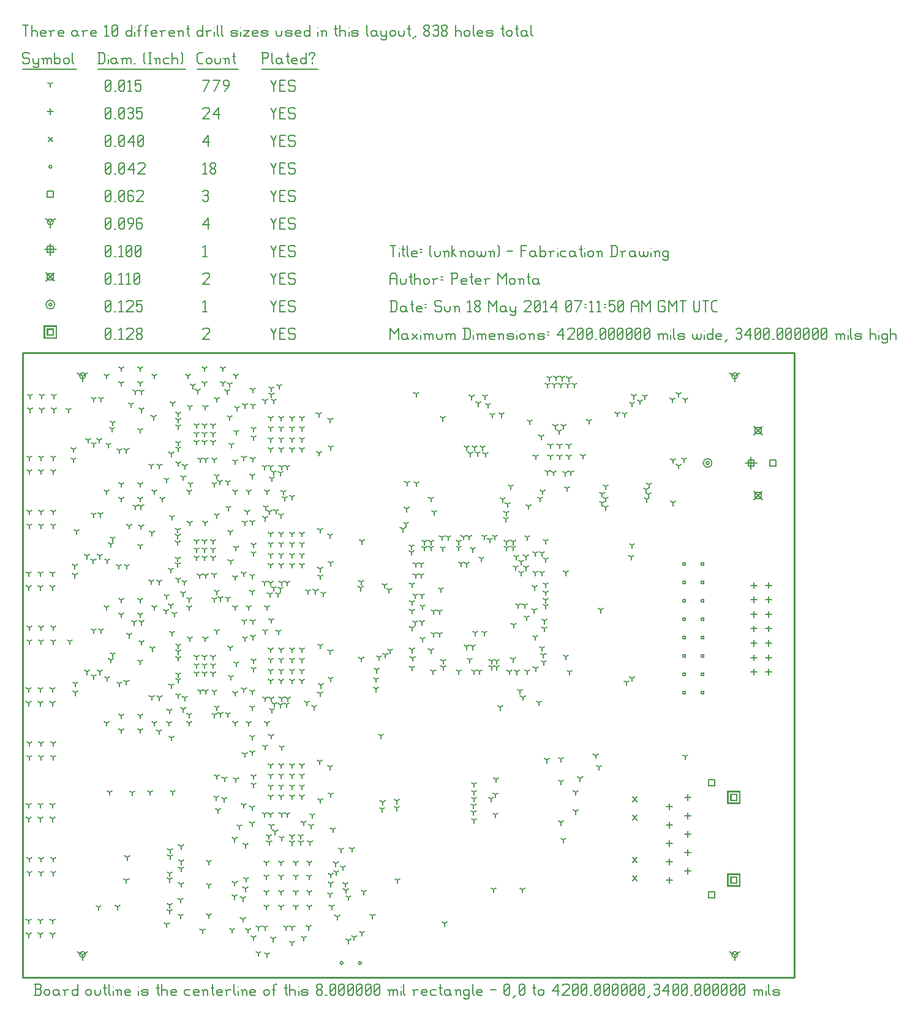
<source format=gbr>
G04 start of page 14 for group -3984 idx -3984 *
G04 Title: (unknown), fab *
G04 Creator: pcb 20140316 *
G04 CreationDate: Sun 18 May 2014 07:11:50 AM GMT UTC *
G04 For: pmonta *
G04 Format: Gerber/RS-274X *
G04 PCB-Dimensions (mil): 4200.00 3400.00 *
G04 PCB-Coordinate-Origin: lower left *
%MOIN*%
%FSLAX25Y25*%
%LNFAB*%
%ADD226C,0.0100*%
%ADD225C,0.0075*%
%ADD224C,0.0060*%
%ADD223R,0.0080X0.0080*%
G54D223*X385400Y54600D02*X388600D01*
X385400D02*Y51400D01*
X388600D01*
Y54600D02*Y51400D01*
X383800Y56200D02*X390200D01*
X383800D02*Y49800D01*
X390200D01*
Y56200D02*Y49800D01*
X385400Y99600D02*X388600D01*
X385400D02*Y96400D01*
X388600D01*
Y99600D02*Y96400D01*
X383800Y101200D02*X390200D01*
X383800D02*Y94800D01*
X390200D01*
Y101200D02*Y94800D01*
X13400Y352850D02*X16600D01*
X13400D02*Y349650D01*
X16600D01*
Y352850D02*Y349650D01*
X11800Y354450D02*X18200D01*
X11800D02*Y348050D01*
X18200D01*
Y354450D02*Y348050D01*
G54D224*X135000Y353500D02*X136500Y350500D01*
X138000Y353500D01*
X136500Y350500D02*Y347500D01*
X139800Y350800D02*X142050D01*
X139800Y347500D02*X142800D01*
X139800Y353500D02*Y347500D01*
Y353500D02*X142800D01*
X147600D02*X148350Y352750D01*
X145350Y353500D02*X147600D01*
X144600Y352750D02*X145350Y353500D01*
X144600Y352750D02*Y351250D01*
X145350Y350500D01*
X147600D01*
X148350Y349750D01*
Y348250D01*
X147600Y347500D02*X148350Y348250D01*
X145350Y347500D02*X147600D01*
X144600Y348250D02*X145350Y347500D01*
X98000Y352750D02*X98750Y353500D01*
X101000D01*
X101750Y352750D01*
Y351250D01*
X98000Y347500D02*X101750Y351250D01*
X98000Y347500D02*X101750D01*
X45000Y348250D02*X45750Y347500D01*
X45000Y352750D02*Y348250D01*
Y352750D02*X45750Y353500D01*
X47250D01*
X48000Y352750D01*
Y348250D01*
X47250Y347500D02*X48000Y348250D01*
X45750Y347500D02*X47250D01*
X45000Y349000D02*X48000Y352000D01*
X49800Y347500D02*X50550D01*
X52350Y352300D02*X53550Y353500D01*
Y347500D01*
X52350D02*X54600D01*
X56400Y352750D02*X57150Y353500D01*
X59400D01*
X60150Y352750D01*
Y351250D01*
X56400Y347500D02*X60150Y351250D01*
X56400Y347500D02*X60150D01*
X61950Y348250D02*X62700Y347500D01*
X61950Y349450D02*Y348250D01*
Y349450D02*X63000Y350500D01*
X63900D01*
X64950Y349450D01*
Y348250D01*
X64200Y347500D02*X64950Y348250D01*
X62700Y347500D02*X64200D01*
X61950Y351550D02*X63000Y350500D01*
X61950Y352750D02*Y351550D01*
Y352750D02*X62700Y353500D01*
X64200D01*
X64950Y352750D01*
Y351550D01*
X63900Y350500D02*X64950Y351550D01*
X371956Y280000D02*G75*G03X373556Y280000I800J0D01*G01*
G75*G03X371956Y280000I-800J0D01*G01*
X370356D02*G75*G03X375156Y280000I2400J0D01*G01*
G75*G03X370356Y280000I-2400J0D01*G01*
X14200Y366250D02*G75*G03X15800Y366250I800J0D01*G01*
G75*G03X14200Y366250I-800J0D01*G01*
X12600D02*G75*G03X17400Y366250I2400J0D01*G01*
G75*G03X12600Y366250I-2400J0D01*G01*
X135000Y368500D02*X136500Y365500D01*
X138000Y368500D01*
X136500Y365500D02*Y362500D01*
X139800Y365800D02*X142050D01*
X139800Y362500D02*X142800D01*
X139800Y368500D02*Y362500D01*
Y368500D02*X142800D01*
X147600D02*X148350Y367750D01*
X145350Y368500D02*X147600D01*
X144600Y367750D02*X145350Y368500D01*
X144600Y367750D02*Y366250D01*
X145350Y365500D01*
X147600D01*
X148350Y364750D01*
Y363250D01*
X147600Y362500D02*X148350Y363250D01*
X145350Y362500D02*X147600D01*
X144600Y363250D02*X145350Y362500D01*
X98000Y367300D02*X99200Y368500D01*
Y362500D01*
X98000D02*X100250D01*
X45000Y363250D02*X45750Y362500D01*
X45000Y367750D02*Y363250D01*
Y367750D02*X45750Y368500D01*
X47250D01*
X48000Y367750D01*
Y363250D01*
X47250Y362500D02*X48000Y363250D01*
X45750Y362500D02*X47250D01*
X45000Y364000D02*X48000Y367000D01*
X49800Y362500D02*X50550D01*
X52350Y367300D02*X53550Y368500D01*
Y362500D01*
X52350D02*X54600D01*
X56400Y367750D02*X57150Y368500D01*
X59400D01*
X60150Y367750D01*
Y366250D01*
X56400Y362500D02*X60150Y366250D01*
X56400Y362500D02*X60150D01*
X61950Y368500D02*X64950D01*
X61950D02*Y365500D01*
X62700Y366250D01*
X64200D01*
X64950Y365500D01*
Y363250D01*
X64200Y362500D02*X64950Y363250D01*
X62700Y362500D02*X64200D01*
X61950Y363250D02*X62700Y362500D01*
X397915Y300117D02*X402715Y295317D01*
X397915D02*X402715Y300117D01*
X398715Y299317D02*X401915D01*
X398715D02*Y296117D01*
X401915D01*
Y299317D02*Y296117D01*
X397915Y264683D02*X402715Y259883D01*
X397915D02*X402715Y264683D01*
X398715Y263883D02*X401915D01*
X398715D02*Y260683D01*
X401915D01*
Y263883D02*Y260683D01*
X12600Y383650D02*X17400Y378850D01*
X12600D02*X17400Y383650D01*
X13400Y382850D02*X16600D01*
X13400D02*Y379650D01*
X16600D01*
Y382850D02*Y379650D01*
X135000Y383500D02*X136500Y380500D01*
X138000Y383500D01*
X136500Y380500D02*Y377500D01*
X139800Y380800D02*X142050D01*
X139800Y377500D02*X142800D01*
X139800Y383500D02*Y377500D01*
Y383500D02*X142800D01*
X147600D02*X148350Y382750D01*
X145350Y383500D02*X147600D01*
X144600Y382750D02*X145350Y383500D01*
X144600Y382750D02*Y381250D01*
X145350Y380500D01*
X147600D01*
X148350Y379750D01*
Y378250D01*
X147600Y377500D02*X148350Y378250D01*
X145350Y377500D02*X147600D01*
X144600Y378250D02*X145350Y377500D01*
X98000Y382750D02*X98750Y383500D01*
X101000D01*
X101750Y382750D01*
Y381250D01*
X98000Y377500D02*X101750Y381250D01*
X98000Y377500D02*X101750D01*
X45000Y378250D02*X45750Y377500D01*
X45000Y382750D02*Y378250D01*
Y382750D02*X45750Y383500D01*
X47250D01*
X48000Y382750D01*
Y378250D01*
X47250Y377500D02*X48000Y378250D01*
X45750Y377500D02*X47250D01*
X45000Y379000D02*X48000Y382000D01*
X49800Y377500D02*X50550D01*
X52350Y382300D02*X53550Y383500D01*
Y377500D01*
X52350D02*X54600D01*
X56400Y382300D02*X57600Y383500D01*
Y377500D01*
X56400D02*X58650D01*
X60450Y378250D02*X61200Y377500D01*
X60450Y382750D02*Y378250D01*
Y382750D02*X61200Y383500D01*
X62700D01*
X63450Y382750D01*
Y378250D01*
X62700Y377500D02*X63450Y378250D01*
X61200Y377500D02*X62700D01*
X60450Y379000D02*X63450Y382000D01*
X396378Y283200D02*Y276800D01*
X393178Y280000D02*X399578D01*
X394778Y281600D02*X397978D01*
X394778D02*Y278400D01*
X397978D01*
Y281600D02*Y278400D01*
X15000Y399450D02*Y393050D01*
X11800Y396250D02*X18200D01*
X13400Y397850D02*X16600D01*
X13400D02*Y394650D01*
X16600D01*
Y397850D02*Y394650D01*
X135000Y398500D02*X136500Y395500D01*
X138000Y398500D01*
X136500Y395500D02*Y392500D01*
X139800Y395800D02*X142050D01*
X139800Y392500D02*X142800D01*
X139800Y398500D02*Y392500D01*
Y398500D02*X142800D01*
X147600D02*X148350Y397750D01*
X145350Y398500D02*X147600D01*
X144600Y397750D02*X145350Y398500D01*
X144600Y397750D02*Y396250D01*
X145350Y395500D01*
X147600D01*
X148350Y394750D01*
Y393250D01*
X147600Y392500D02*X148350Y393250D01*
X145350Y392500D02*X147600D01*
X144600Y393250D02*X145350Y392500D01*
X98000Y397300D02*X99200Y398500D01*
Y392500D01*
X98000D02*X100250D01*
X45000Y393250D02*X45750Y392500D01*
X45000Y397750D02*Y393250D01*
Y397750D02*X45750Y398500D01*
X47250D01*
X48000Y397750D01*
Y393250D01*
X47250Y392500D02*X48000Y393250D01*
X45750Y392500D02*X47250D01*
X45000Y394000D02*X48000Y397000D01*
X49800Y392500D02*X50550D01*
X52350Y397300D02*X53550Y398500D01*
Y392500D01*
X52350D02*X54600D01*
X56400Y393250D02*X57150Y392500D01*
X56400Y397750D02*Y393250D01*
Y397750D02*X57150Y398500D01*
X58650D01*
X59400Y397750D01*
Y393250D01*
X58650Y392500D02*X59400Y393250D01*
X57150Y392500D02*X58650D01*
X56400Y394000D02*X59400Y397000D01*
X61200Y393250D02*X61950Y392500D01*
X61200Y397750D02*Y393250D01*
Y397750D02*X61950Y398500D01*
X63450D01*
X64200Y397750D01*
Y393250D01*
X63450Y392500D02*X64200Y393250D01*
X61950Y392500D02*X63450D01*
X61200Y394000D02*X64200Y397000D01*
X387500Y327500D02*Y324300D01*
Y327500D02*X390273Y329100D01*
X387500Y327500D02*X384727Y329100D01*
X385900Y327500D02*G75*G03X389100Y327500I1600J0D01*G01*
G75*G03X385900Y327500I-1600J0D01*G01*
X387500Y12500D02*Y9300D01*
Y12500D02*X390273Y14100D01*
X387500Y12500D02*X384727Y14100D01*
X385900Y12500D02*G75*G03X389100Y12500I1600J0D01*G01*
G75*G03X385900Y12500I-1600J0D01*G01*
X32500D02*Y9300D01*
Y12500D02*X35273Y14100D01*
X32500Y12500D02*X29727Y14100D01*
X30900Y12500D02*G75*G03X34100Y12500I1600J0D01*G01*
G75*G03X30900Y12500I-1600J0D01*G01*
X32500Y327500D02*Y324300D01*
Y327500D02*X35273Y329100D01*
X32500Y327500D02*X29727Y329100D01*
X30900Y327500D02*G75*G03X34100Y327500I1600J0D01*G01*
G75*G03X30900Y327500I-1600J0D01*G01*
X15000Y411250D02*Y408050D01*
Y411250D02*X17773Y412850D01*
X15000Y411250D02*X12227Y412850D01*
X13400Y411250D02*G75*G03X16600Y411250I1600J0D01*G01*
G75*G03X13400Y411250I-1600J0D01*G01*
X135000Y413500D02*X136500Y410500D01*
X138000Y413500D01*
X136500Y410500D02*Y407500D01*
X139800Y410800D02*X142050D01*
X139800Y407500D02*X142800D01*
X139800Y413500D02*Y407500D01*
Y413500D02*X142800D01*
X147600D02*X148350Y412750D01*
X145350Y413500D02*X147600D01*
X144600Y412750D02*X145350Y413500D01*
X144600Y412750D02*Y411250D01*
X145350Y410500D01*
X147600D01*
X148350Y409750D01*
Y408250D01*
X147600Y407500D02*X148350Y408250D01*
X145350Y407500D02*X147600D01*
X144600Y408250D02*X145350Y407500D01*
X98000Y409750D02*X101000Y413500D01*
X98000Y409750D02*X101750D01*
X101000Y413500D02*Y407500D01*
X45000Y408250D02*X45750Y407500D01*
X45000Y412750D02*Y408250D01*
Y412750D02*X45750Y413500D01*
X47250D01*
X48000Y412750D01*
Y408250D01*
X47250Y407500D02*X48000Y408250D01*
X45750Y407500D02*X47250D01*
X45000Y409000D02*X48000Y412000D01*
X49800Y407500D02*X50550D01*
X52350Y408250D02*X53100Y407500D01*
X52350Y412750D02*Y408250D01*
Y412750D02*X53100Y413500D01*
X54600D01*
X55350Y412750D01*
Y408250D01*
X54600Y407500D02*X55350Y408250D01*
X53100Y407500D02*X54600D01*
X52350Y409000D02*X55350Y412000D01*
X57900Y407500D02*X60150Y410500D01*
Y412750D02*Y410500D01*
X59400Y413500D02*X60150Y412750D01*
X57900Y413500D02*X59400D01*
X57150Y412750D02*X57900Y413500D01*
X57150Y412750D02*Y411250D01*
X57900Y410500D01*
X60150D01*
X64200Y413500D02*X64950Y412750D01*
X62700Y413500D02*X64200D01*
X61950Y412750D02*X62700Y413500D01*
X61950Y412750D02*Y408250D01*
X62700Y407500D01*
X64200Y410800D02*X64950Y410050D01*
X61950Y410800D02*X64200D01*
X62700Y407500D02*X64200D01*
X64950Y408250D01*
Y410050D02*Y408250D01*
X406589Y281600D02*X409789D01*
X406589D02*Y278400D01*
X409789D01*
Y281600D02*Y278400D01*
X373400Y46600D02*X376600D01*
X373400D02*Y43400D01*
X376600D01*
Y46600D02*Y43400D01*
X373400Y107600D02*X376600D01*
X373400D02*Y104400D01*
X376600D01*
Y107600D02*Y104400D01*
X13400Y427850D02*X16600D01*
X13400D02*Y424650D01*
X16600D01*
Y427850D02*Y424650D01*
X135000Y428500D02*X136500Y425500D01*
X138000Y428500D01*
X136500Y425500D02*Y422500D01*
X139800Y425800D02*X142050D01*
X139800Y422500D02*X142800D01*
X139800Y428500D02*Y422500D01*
Y428500D02*X142800D01*
X147600D02*X148350Y427750D01*
X145350Y428500D02*X147600D01*
X144600Y427750D02*X145350Y428500D01*
X144600Y427750D02*Y426250D01*
X145350Y425500D01*
X147600D01*
X148350Y424750D01*
Y423250D01*
X147600Y422500D02*X148350Y423250D01*
X145350Y422500D02*X147600D01*
X144600Y423250D02*X145350Y422500D01*
X98000Y427750D02*X98750Y428500D01*
X100250D01*
X101000Y427750D01*
X100250Y422500D02*X101000Y423250D01*
X98750Y422500D02*X100250D01*
X98000Y423250D02*X98750Y422500D01*
Y425800D02*X100250D01*
X101000Y427750D02*Y426550D01*
Y425050D02*Y423250D01*
Y425050D02*X100250Y425800D01*
X101000Y426550D02*X100250Y425800D01*
X45000Y423250D02*X45750Y422500D01*
X45000Y427750D02*Y423250D01*
Y427750D02*X45750Y428500D01*
X47250D01*
X48000Y427750D01*
Y423250D01*
X47250Y422500D02*X48000Y423250D01*
X45750Y422500D02*X47250D01*
X45000Y424000D02*X48000Y427000D01*
X49800Y422500D02*X50550D01*
X52350Y423250D02*X53100Y422500D01*
X52350Y427750D02*Y423250D01*
Y427750D02*X53100Y428500D01*
X54600D01*
X55350Y427750D01*
Y423250D01*
X54600Y422500D02*X55350Y423250D01*
X53100Y422500D02*X54600D01*
X52350Y424000D02*X55350Y427000D01*
X59400Y428500D02*X60150Y427750D01*
X57900Y428500D02*X59400D01*
X57150Y427750D02*X57900Y428500D01*
X57150Y427750D02*Y423250D01*
X57900Y422500D01*
X59400Y425800D02*X60150Y425050D01*
X57150Y425800D02*X59400D01*
X57900Y422500D02*X59400D01*
X60150Y423250D01*
Y425050D02*Y423250D01*
X61950Y427750D02*X62700Y428500D01*
X64950D01*
X65700Y427750D01*
Y426250D01*
X61950Y422500D02*X65700Y426250D01*
X61950Y422500D02*X65700D01*
X369200Y155000D02*G75*G03X370800Y155000I800J0D01*G01*
G75*G03X369200Y155000I-800J0D01*G01*
X359200D02*G75*G03X360800Y155000I800J0D01*G01*
G75*G03X359200Y155000I-800J0D01*G01*
X369200Y165000D02*G75*G03X370800Y165000I800J0D01*G01*
G75*G03X369200Y165000I-800J0D01*G01*
X359200D02*G75*G03X360800Y165000I800J0D01*G01*
G75*G03X359200Y165000I-800J0D01*G01*
X369200Y175000D02*G75*G03X370800Y175000I800J0D01*G01*
G75*G03X369200Y175000I-800J0D01*G01*
X359200D02*G75*G03X360800Y175000I800J0D01*G01*
G75*G03X359200Y175000I-800J0D01*G01*
X369200Y185000D02*G75*G03X370800Y185000I800J0D01*G01*
G75*G03X369200Y185000I-800J0D01*G01*
X359200D02*G75*G03X360800Y185000I800J0D01*G01*
G75*G03X359200Y185000I-800J0D01*G01*
X369200Y195000D02*G75*G03X370800Y195000I800J0D01*G01*
G75*G03X369200Y195000I-800J0D01*G01*
X359200D02*G75*G03X360800Y195000I800J0D01*G01*
G75*G03X359200Y195000I-800J0D01*G01*
X369200Y205000D02*G75*G03X370800Y205000I800J0D01*G01*
G75*G03X369200Y205000I-800J0D01*G01*
X359200D02*G75*G03X360800Y205000I800J0D01*G01*
G75*G03X359200Y205000I-800J0D01*G01*
X369200Y215000D02*G75*G03X370800Y215000I800J0D01*G01*
G75*G03X369200Y215000I-800J0D01*G01*
X359200D02*G75*G03X360800Y215000I800J0D01*G01*
G75*G03X359200Y215000I-800J0D01*G01*
X369200Y225000D02*G75*G03X370800Y225000I800J0D01*G01*
G75*G03X369200Y225000I-800J0D01*G01*
X359200D02*G75*G03X360800Y225000I800J0D01*G01*
G75*G03X359200Y225000I-800J0D01*G01*
X182700Y7900D02*G75*G03X184300Y7900I800J0D01*G01*
G75*G03X182700Y7900I-800J0D01*G01*
X172700D02*G75*G03X174300Y7900I800J0D01*G01*
G75*G03X172700Y7900I-800J0D01*G01*
X14200Y441250D02*G75*G03X15800Y441250I800J0D01*G01*
G75*G03X14200Y441250I-800J0D01*G01*
X135000Y443500D02*X136500Y440500D01*
X138000Y443500D01*
X136500Y440500D02*Y437500D01*
X139800Y440800D02*X142050D01*
X139800Y437500D02*X142800D01*
X139800Y443500D02*Y437500D01*
Y443500D02*X142800D01*
X147600D02*X148350Y442750D01*
X145350Y443500D02*X147600D01*
X144600Y442750D02*X145350Y443500D01*
X144600Y442750D02*Y441250D01*
X145350Y440500D01*
X147600D01*
X148350Y439750D01*
Y438250D01*
X147600Y437500D02*X148350Y438250D01*
X145350Y437500D02*X147600D01*
X144600Y438250D02*X145350Y437500D01*
X98000Y442300D02*X99200Y443500D01*
Y437500D01*
X98000D02*X100250D01*
X102050Y438250D02*X102800Y437500D01*
X102050Y439450D02*Y438250D01*
Y439450D02*X103100Y440500D01*
X104000D01*
X105050Y439450D01*
Y438250D01*
X104300Y437500D02*X105050Y438250D01*
X102800Y437500D02*X104300D01*
X102050Y441550D02*X103100Y440500D01*
X102050Y442750D02*Y441550D01*
Y442750D02*X102800Y443500D01*
X104300D01*
X105050Y442750D01*
Y441550D01*
X104000Y440500D02*X105050Y441550D01*
X45000Y438250D02*X45750Y437500D01*
X45000Y442750D02*Y438250D01*
Y442750D02*X45750Y443500D01*
X47250D01*
X48000Y442750D01*
Y438250D01*
X47250Y437500D02*X48000Y438250D01*
X45750Y437500D02*X47250D01*
X45000Y439000D02*X48000Y442000D01*
X49800Y437500D02*X50550D01*
X52350Y438250D02*X53100Y437500D01*
X52350Y442750D02*Y438250D01*
Y442750D02*X53100Y443500D01*
X54600D01*
X55350Y442750D01*
Y438250D01*
X54600Y437500D02*X55350Y438250D01*
X53100Y437500D02*X54600D01*
X52350Y439000D02*X55350Y442000D01*
X57150Y439750D02*X60150Y443500D01*
X57150Y439750D02*X60900D01*
X60150Y443500D02*Y437500D01*
X62700Y442750D02*X63450Y443500D01*
X65700D01*
X66450Y442750D01*
Y441250D01*
X62700Y437500D02*X66450Y441250D01*
X62700Y437500D02*X66450D01*
X331800Y55200D02*X334200Y52800D01*
X331800D02*X334200Y55200D01*
X331800Y65200D02*X334200Y62800D01*
X331800D02*X334200Y65200D01*
X331800Y88200D02*X334200Y85800D01*
X331800D02*X334200Y88200D01*
X331800Y98200D02*X334200Y95800D01*
X331800D02*X334200Y98200D01*
X13800Y457450D02*X16200Y455050D01*
X13800D02*X16200Y457450D01*
X135000Y458500D02*X136500Y455500D01*
X138000Y458500D01*
X136500Y455500D02*Y452500D01*
X139800Y455800D02*X142050D01*
X139800Y452500D02*X142800D01*
X139800Y458500D02*Y452500D01*
Y458500D02*X142800D01*
X147600D02*X148350Y457750D01*
X145350Y458500D02*X147600D01*
X144600Y457750D02*X145350Y458500D01*
X144600Y457750D02*Y456250D01*
X145350Y455500D01*
X147600D01*
X148350Y454750D01*
Y453250D01*
X147600Y452500D02*X148350Y453250D01*
X145350Y452500D02*X147600D01*
X144600Y453250D02*X145350Y452500D01*
X98000Y454750D02*X101000Y458500D01*
X98000Y454750D02*X101750D01*
X101000Y458500D02*Y452500D01*
X45000Y453250D02*X45750Y452500D01*
X45000Y457750D02*Y453250D01*
Y457750D02*X45750Y458500D01*
X47250D01*
X48000Y457750D01*
Y453250D01*
X47250Y452500D02*X48000Y453250D01*
X45750Y452500D02*X47250D01*
X45000Y454000D02*X48000Y457000D01*
X49800Y452500D02*X50550D01*
X52350Y453250D02*X53100Y452500D01*
X52350Y457750D02*Y453250D01*
Y457750D02*X53100Y458500D01*
X54600D01*
X55350Y457750D01*
Y453250D01*
X54600Y452500D02*X55350Y453250D01*
X53100Y452500D02*X54600D01*
X52350Y454000D02*X55350Y457000D01*
X57150Y454750D02*X60150Y458500D01*
X57150Y454750D02*X60900D01*
X60150Y458500D02*Y452500D01*
X62700Y453250D02*X63450Y452500D01*
X62700Y457750D02*Y453250D01*
Y457750D02*X63450Y458500D01*
X64950D01*
X65700Y457750D01*
Y453250D01*
X64950Y452500D02*X65700Y453250D01*
X63450Y452500D02*X64950D01*
X62700Y454000D02*X65700Y457000D01*
X362000Y99600D02*Y96400D01*
X360400Y98000D02*X363600D01*
X352000Y94600D02*Y91400D01*
X350400Y93000D02*X353600D01*
X362000Y89600D02*Y86400D01*
X360400Y88000D02*X363600D01*
X352000Y84600D02*Y81400D01*
X350400Y83000D02*X353600D01*
X362000Y79600D02*Y76400D01*
X360400Y78000D02*X363600D01*
X352000Y74600D02*Y71400D01*
X350400Y73000D02*X353600D01*
X362000Y69600D02*Y66400D01*
X360400Y68000D02*X363600D01*
X352000Y64600D02*Y61400D01*
X350400Y63000D02*X353600D01*
X362000Y59600D02*Y56400D01*
X360400Y58000D02*X363600D01*
X352000Y54600D02*Y51400D01*
X350400Y53000D02*X353600D01*
X398000Y215096D02*Y211896D01*
X396400Y213496D02*X399600D01*
X405874Y215096D02*Y211896D01*
X404274Y213496D02*X407474D01*
X398000Y207222D02*Y204022D01*
X396400Y205622D02*X399600D01*
X405874Y207222D02*Y204022D01*
X404274Y205622D02*X407474D01*
X398000Y199348D02*Y196148D01*
X396400Y197748D02*X399600D01*
X405874Y199348D02*Y196148D01*
X404274Y197748D02*X407474D01*
X398000Y191474D02*Y188274D01*
X396400Y189874D02*X399600D01*
X405874Y191474D02*Y188274D01*
X404274Y189874D02*X407474D01*
X398000Y183600D02*Y180400D01*
X396400Y182000D02*X399600D01*
X405874Y183600D02*Y180400D01*
X404274Y182000D02*X407474D01*
X398000Y175726D02*Y172526D01*
X396400Y174126D02*X399600D01*
X405874Y175726D02*Y172526D01*
X404274Y174126D02*X407474D01*
X398000Y167852D02*Y164652D01*
X396400Y166252D02*X399600D01*
X405874Y167852D02*Y164652D01*
X404274Y166252D02*X407474D01*
X15000Y472850D02*Y469650D01*
X13400Y471250D02*X16600D01*
X135000Y473500D02*X136500Y470500D01*
X138000Y473500D01*
X136500Y470500D02*Y467500D01*
X139800Y470800D02*X142050D01*
X139800Y467500D02*X142800D01*
X139800Y473500D02*Y467500D01*
Y473500D02*X142800D01*
X147600D02*X148350Y472750D01*
X145350Y473500D02*X147600D01*
X144600Y472750D02*X145350Y473500D01*
X144600Y472750D02*Y471250D01*
X145350Y470500D01*
X147600D01*
X148350Y469750D01*
Y468250D01*
X147600Y467500D02*X148350Y468250D01*
X145350Y467500D02*X147600D01*
X144600Y468250D02*X145350Y467500D01*
X98000Y472750D02*X98750Y473500D01*
X101000D01*
X101750Y472750D01*
Y471250D01*
X98000Y467500D02*X101750Y471250D01*
X98000Y467500D02*X101750D01*
X103550Y469750D02*X106550Y473500D01*
X103550Y469750D02*X107300D01*
X106550Y473500D02*Y467500D01*
X45000Y468250D02*X45750Y467500D01*
X45000Y472750D02*Y468250D01*
Y472750D02*X45750Y473500D01*
X47250D01*
X48000Y472750D01*
Y468250D01*
X47250Y467500D02*X48000Y468250D01*
X45750Y467500D02*X47250D01*
X45000Y469000D02*X48000Y472000D01*
X49800Y467500D02*X50550D01*
X52350Y468250D02*X53100Y467500D01*
X52350Y472750D02*Y468250D01*
Y472750D02*X53100Y473500D01*
X54600D01*
X55350Y472750D01*
Y468250D01*
X54600Y467500D02*X55350Y468250D01*
X53100Y467500D02*X54600D01*
X52350Y469000D02*X55350Y472000D01*
X57150Y472750D02*X57900Y473500D01*
X59400D01*
X60150Y472750D01*
X59400Y467500D02*X60150Y468250D01*
X57900Y467500D02*X59400D01*
X57150Y468250D02*X57900Y467500D01*
Y470800D02*X59400D01*
X60150Y472750D02*Y471550D01*
Y470050D02*Y468250D01*
Y470050D02*X59400Y470800D01*
X60150Y471550D02*X59400Y470800D01*
X61950Y473500D02*X64950D01*
X61950D02*Y470500D01*
X62700Y471250D01*
X64200D01*
X64950Y470500D01*
Y468250D01*
X64200Y467500D02*X64950Y468250D01*
X62700Y467500D02*X64200D01*
X61950Y468250D02*X62700Y467500D01*
X211800Y213900D02*Y212300D01*
Y213900D02*X213187Y214700D01*
X211800Y213900D02*X210413Y214700D01*
X211800Y190200D02*Y188600D01*
Y190200D02*X213187Y191000D01*
X211800Y190200D02*X210413Y191000D01*
X237200Y166700D02*Y165100D01*
Y166700D02*X238587Y167500D01*
X237200Y166700D02*X235813Y167500D01*
X331600Y235200D02*Y233600D01*
Y235200D02*X332987Y236000D01*
X331600Y235200D02*X330213Y236000D01*
X331100Y229000D02*Y227400D01*
Y229000D02*X332487Y229800D01*
X331100Y229000D02*X329713Y229800D01*
X244400Y316100D02*Y314500D01*
Y316100D02*X245787Y316900D01*
X244400Y316100D02*X243013Y316900D01*
X251700Y316200D02*Y314600D01*
Y316200D02*X253087Y317000D01*
X251700Y316200D02*X250313Y317000D01*
X247900Y312400D02*Y310800D01*
Y312400D02*X249287Y313200D01*
X247900Y312400D02*X246513Y313200D01*
X253300Y311600D02*Y310000D01*
Y311600D02*X254687Y312400D01*
X253300Y311600D02*X251913Y312400D01*
X287100Y289600D02*Y288000D01*
Y289600D02*X288487Y290400D01*
X287100Y289600D02*X285713Y290400D01*
X297100Y289600D02*Y288000D01*
Y289600D02*X298487Y290400D01*
X297100Y289600D02*X295713Y290400D01*
X297100Y283600D02*Y282000D01*
Y283600D02*X298487Y284400D01*
X297100Y283600D02*X295713Y284400D01*
X287100Y283600D02*Y282000D01*
Y283600D02*X288487Y284400D01*
X287100Y283600D02*X285713Y284400D01*
X292100Y289600D02*Y288000D01*
Y289600D02*X293487Y290400D01*
X292100Y289600D02*X290713Y290400D01*
X292100Y283600D02*Y282000D01*
Y283600D02*X293487Y284400D01*
X292100Y283600D02*X290713Y284400D01*
X279100Y283700D02*Y282100D01*
Y283700D02*X280487Y284500D01*
X279100Y283700D02*X277713Y284500D01*
X265600Y267300D02*Y265700D01*
Y267300D02*X266987Y268100D01*
X265600Y267300D02*X264213Y268100D01*
X292000Y297200D02*Y295600D01*
Y297200D02*X293387Y298000D01*
X292000Y297200D02*X290613Y298000D01*
X289800Y300100D02*Y298500D01*
Y300100D02*X291187Y300900D01*
X289800Y300100D02*X288413Y300900D01*
X294200Y300100D02*Y298500D01*
Y300100D02*X295587Y300900D01*
X294200Y300100D02*X292813Y300900D01*
X308100Y302900D02*Y301300D01*
Y302900D02*X309487Y303700D01*
X308100Y302900D02*X306713Y303700D01*
X255500Y306200D02*Y304600D01*
Y306200D02*X256887Y307000D01*
X255500Y306200D02*X254113Y307000D01*
X260500Y306400D02*Y304800D01*
Y306400D02*X261887Y307200D01*
X260500Y306400D02*X259113Y307200D01*
X338500Y316300D02*Y314700D01*
Y316300D02*X339887Y317100D01*
X338500Y316300D02*X337113Y317100D01*
X332500Y316400D02*Y314800D01*
Y316400D02*X333887Y317200D01*
X332500Y316400D02*X331113Y317200D01*
X336000Y313500D02*Y311900D01*
Y313500D02*X337387Y314300D01*
X336000Y313500D02*X334613Y314300D01*
X331600Y312200D02*Y310600D01*
Y312200D02*X332987Y313000D01*
X331600Y312200D02*X330213Y313000D01*
X327600Y306600D02*Y305000D01*
Y306600D02*X328987Y307400D01*
X327600Y306600D02*X326213Y307400D01*
X323700Y306800D02*Y305200D01*
Y306800D02*X325087Y307600D01*
X323700Y306800D02*X322313Y307600D01*
X317300Y267300D02*Y265700D01*
Y267300D02*X318687Y268100D01*
X317300Y267300D02*X315913Y268100D01*
X305000Y283800D02*Y282200D01*
Y283800D02*X306387Y284600D01*
X305000Y283800D02*X303613Y284600D01*
X285600Y275100D02*Y273500D01*
Y275100D02*X286987Y275900D01*
X285600Y275100D02*X284213Y275900D01*
X298400Y274900D02*Y273300D01*
Y274900D02*X299787Y275700D01*
X298400Y274900D02*X297013Y275700D01*
X282900Y264500D02*Y262900D01*
Y264500D02*X284287Y265300D01*
X282900Y264500D02*X281513Y265300D01*
X296300Y266200D02*Y264600D01*
Y266200D02*X297687Y267000D01*
X296300Y266200D02*X294913Y267000D01*
X276000Y302600D02*Y301000D01*
Y302600D02*X277387Y303400D01*
X276000Y302600D02*X274613Y303400D01*
X282100Y294400D02*Y292800D01*
Y294400D02*X283487Y295200D01*
X282100Y294400D02*X280713Y295200D01*
X295200Y274600D02*Y273000D01*
Y274600D02*X296587Y275400D01*
X295200Y274600D02*X293813Y275400D01*
X288800Y274800D02*Y273200D01*
Y274800D02*X290187Y275600D01*
X288800Y274800D02*X287413Y275600D01*
X315400Y263200D02*Y261600D01*
Y263200D02*X316787Y264000D01*
X315400Y263200D02*X314013Y264000D01*
X317300Y260700D02*Y259100D01*
Y260700D02*X318687Y261500D01*
X317300Y260700D02*X315913Y261500D01*
X315300Y258200D02*Y256600D01*
Y258200D02*X316687Y259000D01*
X315300Y258200D02*X313913Y259000D01*
X317300Y255900D02*Y254300D01*
Y255900D02*X318687Y256700D01*
X317300Y255900D02*X315913Y256700D01*
X286700Y326200D02*Y324600D01*
Y326200D02*X288087Y327000D01*
X286700Y326200D02*X285313Y327000D01*
X290200Y326500D02*Y324900D01*
Y326500D02*X291587Y327300D01*
X290200Y326500D02*X288813Y327300D01*
X293700Y326400D02*Y324800D01*
Y326400D02*X295087Y327200D01*
X293700Y326400D02*X292313Y327200D01*
X297400Y326100D02*Y324500D01*
Y326100D02*X298787Y326900D01*
X297400Y326100D02*X296013Y326900D01*
X285600Y322700D02*Y321100D01*
Y322700D02*X286987Y323500D01*
X285600Y322700D02*X284213Y323500D01*
X289200Y322700D02*Y321100D01*
Y322700D02*X290587Y323500D01*
X289200Y322700D02*X287813Y323500D01*
X292800Y322600D02*Y321000D01*
Y322600D02*X294187Y323400D01*
X292800Y322600D02*X291413Y323400D01*
X296500Y322600D02*Y321000D01*
Y322600D02*X297887Y323400D01*
X296500Y322600D02*X295113Y323400D01*
X300300Y322600D02*Y321000D01*
Y322600D02*X301687Y323400D01*
X300300Y322600D02*X298913Y323400D01*
X214100Y317600D02*Y316000D01*
Y317600D02*X215487Y318400D01*
X214100Y317600D02*X212713Y318400D01*
X217600Y202000D02*Y200400D01*
Y202000D02*X218987Y202800D01*
X217600Y202000D02*X216213Y202800D01*
X217600Y184300D02*Y182700D01*
Y184300D02*X218987Y185100D01*
X217600Y184300D02*X216213Y185100D01*
X248700Y166700D02*Y165100D01*
Y166700D02*X250087Y167500D01*
X248700Y166700D02*X247313Y167500D01*
X274600Y166600D02*Y165000D01*
Y166600D02*X275987Y167400D01*
X274600Y166600D02*X273213Y167400D01*
X278400Y200000D02*Y198400D01*
Y200000D02*X279787Y200800D01*
X278400Y200000D02*X277013Y200800D01*
X243300Y172900D02*Y171300D01*
Y172900D02*X244687Y173700D01*
X243300Y172900D02*X241913Y173700D01*
X284500Y237600D02*Y236000D01*
Y237600D02*X285887Y238400D01*
X284500Y237600D02*X283113Y238400D01*
X274600Y239700D02*Y238100D01*
Y239700D02*X275987Y240500D01*
X274600Y239700D02*X273213Y240500D01*
X245000Y233100D02*Y231500D01*
Y233100D02*X246387Y233900D01*
X245000Y233100D02*X243613Y233900D01*
X239800Y239800D02*Y238200D01*
Y239800D02*X241187Y240600D01*
X239800Y239800D02*X238413Y240600D01*
X228100Y239700D02*Y238100D01*
Y239700D02*X229487Y240500D01*
X228100Y239700D02*X226713Y240500D01*
X71100Y305100D02*Y303500D01*
Y305100D02*X72487Y305900D01*
X71100Y305100D02*X69713Y305900D01*
X64600Y309100D02*Y307500D01*
Y309100D02*X65987Y309900D01*
X64600Y309100D02*X63213Y309900D01*
X140400Y148400D02*Y146800D01*
Y148400D02*X141787Y149200D01*
X140400Y148400D02*X139013Y149200D01*
X136900Y148800D02*Y147200D01*
Y148800D02*X138287Y149600D01*
X136900Y148800D02*X135513Y149600D01*
X140200Y211700D02*Y210100D01*
Y211700D02*X141587Y212500D01*
X140200Y211700D02*X138813Y212500D01*
X136500Y212000D02*Y210400D01*
Y212000D02*X137887Y212800D01*
X136500Y212000D02*X135113Y212800D01*
X140200Y274700D02*Y273100D01*
Y274700D02*X141587Y275500D01*
X140200Y274700D02*X138813Y275500D01*
X136500Y275000D02*Y273400D01*
Y275000D02*X137887Y275800D01*
X136500Y275000D02*X135113Y275800D01*
X74400Y152426D02*Y150826D01*
Y152426D02*X75787Y153226D01*
X74400Y152426D02*X73013Y153226D01*
X133000Y201500D02*Y199900D01*
Y201500D02*X134387Y202300D01*
X133000Y201500D02*X131613Y202300D01*
X123000Y201500D02*Y199900D01*
Y201500D02*X124387Y202300D01*
X123000Y201500D02*X121613Y202300D01*
X116174Y170900D02*Y169300D01*
Y170900D02*X117561Y171700D01*
X116174Y170900D02*X114787Y171700D01*
X125600Y167900D02*Y166300D01*
Y167900D02*X126987Y168700D01*
X125600Y167900D02*X124213Y168700D01*
X125600Y172500D02*Y170900D01*
Y172500D02*X126987Y173300D01*
X125600Y172500D02*X124213Y173300D01*
X135200Y194500D02*Y192900D01*
Y194500D02*X136587Y195300D01*
X135200Y194500D02*X133813Y195300D01*
X167400Y177600D02*Y176000D01*
Y177600D02*X168787Y178400D01*
X167400Y177600D02*X166013Y178400D01*
X167600Y162600D02*Y161000D01*
Y162600D02*X168987Y163400D01*
X167600Y162600D02*X166213Y163400D01*
X135500Y145600D02*Y144000D01*
Y145600D02*X136887Y146400D01*
X135500Y145600D02*X134113Y146400D01*
X124900Y147000D02*Y145400D01*
Y147000D02*X126287Y147800D01*
X124900Y147000D02*X123513Y147800D01*
X125100Y193900D02*Y192300D01*
Y193900D02*X126487Y194700D01*
X125100Y193900D02*X123713Y194700D01*
X120900Y184700D02*Y183100D01*
Y184700D02*X122287Y185500D01*
X120900Y184700D02*X119513Y185500D01*
X144100Y151800D02*Y150200D01*
Y151800D02*X145487Y152600D01*
X144100Y151800D02*X142713Y152600D01*
X140800Y151900D02*Y150300D01*
Y151900D02*X142187Y152700D01*
X140800Y151900D02*X139413Y152700D01*
X135100Y151800D02*Y150200D01*
Y151800D02*X136487Y152600D01*
X135100Y151800D02*X133713Y152600D01*
X120400Y156800D02*Y155200D01*
Y156800D02*X121787Y157600D01*
X120400Y156800D02*X119013Y157600D01*
X90700Y142900D02*Y141300D01*
Y142900D02*X92087Y143700D01*
X90700Y142900D02*X89313Y143700D01*
X87400Y146100D02*Y144500D01*
Y146100D02*X88787Y146900D01*
X87400Y146100D02*X86013Y146900D01*
X104400Y142900D02*Y141300D01*
Y142900D02*X105787Y143700D01*
X104400Y142900D02*X103013Y143700D01*
X105700Y146900D02*Y145300D01*
Y146900D02*X107087Y147700D01*
X105700Y146900D02*X104313Y147700D01*
X80800Y159000D02*Y157400D01*
Y159000D02*X82187Y159800D01*
X80800Y159000D02*X79413Y159800D01*
X84600Y153700D02*Y152100D01*
Y153700D02*X85987Y154500D01*
X84600Y153700D02*X83213Y154500D01*
X88100Y152300D02*Y150700D01*
Y152300D02*X89487Y153100D01*
X88100Y152300D02*X86713Y153100D01*
X104200Y155700D02*Y154100D01*
Y155700D02*X105587Y156500D01*
X104200Y155700D02*X102813Y156500D01*
X99600Y155800D02*Y154200D01*
Y155800D02*X100987Y156600D01*
X99600Y155800D02*X98213Y156600D01*
X96500Y155800D02*Y154200D01*
Y155800D02*X97887Y156600D01*
X96500Y155800D02*X95113Y156600D01*
X105600Y188700D02*Y187100D01*
Y188700D02*X106987Y189500D01*
X105600Y188700D02*X104213Y189500D01*
X115600Y154800D02*Y153200D01*
Y154800D02*X116987Y155600D01*
X115600Y154800D02*X114213Y155600D01*
X81300Y187600D02*Y186000D01*
Y187600D02*X82687Y188400D01*
X81300Y187600D02*X79913Y188400D01*
X56400Y161000D02*Y159400D01*
Y161000D02*X57787Y161800D01*
X56400Y161000D02*X55013Y161800D01*
X111700Y143300D02*Y141700D01*
Y143300D02*X113087Y144100D01*
X111700Y143300D02*X110313Y144100D01*
X107700Y143400D02*Y141800D01*
Y143400D02*X109087Y144200D01*
X107700Y143400D02*X106313Y144200D01*
X84500Y180700D02*Y179100D01*
Y180700D02*X85887Y181500D01*
X84500Y180700D02*X83113Y181500D01*
X84500Y177400D02*Y175800D01*
Y177400D02*X85887Y178200D01*
X84500Y177400D02*X83113Y178200D01*
X84500Y173800D02*Y172200D01*
Y173800D02*X85887Y174600D01*
X84500Y173800D02*X83113Y174600D01*
X35000Y166400D02*Y164800D01*
Y166400D02*X36387Y167200D01*
X35000Y166400D02*X33613Y167200D01*
X42000Y166400D02*Y164800D01*
Y166400D02*X43387Y167200D01*
X42000Y166400D02*X40613Y167200D01*
X38500Y163900D02*Y162300D01*
Y163900D02*X39887Y164700D01*
X38500Y163900D02*X37113Y164700D01*
X58000Y186400D02*Y184800D01*
Y186400D02*X59387Y187200D01*
X58000Y186400D02*X56613Y187200D01*
X64500Y182500D02*Y180900D01*
Y182500D02*X65887Y183300D01*
X64500Y182500D02*X63113Y183300D01*
X60500Y193400D02*Y191800D01*
Y193400D02*X61887Y194200D01*
X60500Y193400D02*X59113Y194200D01*
X64500Y193400D02*Y191800D01*
Y193400D02*X65887Y194200D01*
X64500Y193400D02*X63113Y194200D01*
X113200Y163600D02*Y162000D01*
Y163600D02*X114587Y164400D01*
X113200Y163600D02*X111813Y164400D01*
X90900Y184500D02*Y182900D01*
Y184500D02*X92287Y185300D01*
X90900Y184500D02*X89513Y185300D01*
X99400Y184500D02*Y182900D01*
Y184500D02*X100787Y185300D01*
X99400Y184500D02*X98013Y185300D01*
X84500Y161900D02*Y160300D01*
Y161900D02*X85887Y162700D01*
X84500Y161900D02*X83113Y162700D01*
X84500Y164900D02*Y163300D01*
Y164900D02*X85887Y165700D01*
X84500Y164900D02*X83113Y165700D01*
X70500Y179100D02*Y177500D01*
Y179100D02*X71887Y179900D01*
X70500Y179100D02*X69113Y179900D01*
X49000Y175900D02*Y174300D01*
Y175900D02*X50387Y176700D01*
X49000Y175900D02*X47613Y176700D01*
X48000Y172800D02*Y171200D01*
Y172800D02*X49387Y173600D01*
X48000Y172800D02*X46613Y173600D01*
X64000Y171900D02*Y170300D01*
Y171900D02*X65387Y172700D01*
X64000Y171900D02*X62613Y172700D01*
X116074Y233900D02*Y232300D01*
Y233900D02*X117461Y234700D01*
X116074Y233900D02*X114687Y234700D01*
X125500Y230900D02*Y229300D01*
Y230900D02*X126887Y231700D01*
X125500Y230900D02*X124113Y231700D01*
X125500Y235500D02*Y233900D01*
Y235500D02*X126887Y236300D01*
X125500Y235500D02*X124113Y236300D01*
X167300Y240600D02*Y239000D01*
Y240600D02*X168687Y241400D01*
X167300Y240600D02*X165913Y241400D01*
X167500Y225600D02*Y224000D01*
Y225600D02*X168887Y226400D01*
X167500Y225600D02*X166113Y226400D01*
X134474Y208574D02*Y206974D01*
Y208574D02*X135861Y209374D01*
X134474Y208574D02*X133087Y209374D01*
X124800Y210000D02*Y208400D01*
Y210000D02*X126187Y210800D01*
X124800Y210000D02*X123413Y210800D01*
X122100Y253500D02*Y251900D01*
Y253500D02*X123487Y254300D01*
X122100Y253500D02*X120713Y254300D01*
X120800Y247700D02*Y246100D01*
Y247700D02*X122187Y248500D01*
X120800Y247700D02*X119413Y248500D01*
X144000Y214800D02*Y213200D01*
Y214800D02*X145387Y215600D01*
X144000Y214800D02*X142613Y215600D01*
X140800Y214900D02*Y213300D01*
Y214900D02*X142187Y215700D01*
X140800Y214900D02*X139413Y215700D01*
X134800Y214800D02*Y213200D01*
Y214800D02*X136187Y215600D01*
X134800Y214800D02*X133413Y215600D01*
X120300Y219800D02*Y218200D01*
Y219800D02*X121687Y220600D01*
X120300Y219800D02*X118913Y220600D01*
X90600Y205900D02*Y204300D01*
Y205900D02*X91987Y206700D01*
X90600Y205900D02*X89213Y206700D01*
X87300Y209100D02*Y207500D01*
Y209100D02*X88687Y209900D01*
X87300Y209100D02*X85913Y209900D01*
X104300Y205900D02*Y204300D01*
Y205900D02*X105687Y206700D01*
X104300Y205900D02*X102913Y206700D01*
X105600Y209900D02*Y208300D01*
Y209900D02*X106987Y210700D01*
X105600Y209900D02*X104213Y210700D01*
X74300Y215426D02*Y213826D01*
Y215426D02*X75687Y216226D01*
X74300Y215426D02*X72913Y216226D01*
X80700Y222000D02*Y220400D01*
Y222000D02*X82087Y222800D01*
X80700Y222000D02*X79313Y222800D01*
X84500Y216700D02*Y215100D01*
Y216700D02*X85887Y217500D01*
X84500Y216700D02*X83113Y217500D01*
X88000Y215300D02*Y213700D01*
Y215300D02*X89387Y216100D01*
X88000Y215300D02*X86613Y216100D01*
X104100Y219300D02*Y217700D01*
Y219300D02*X105487Y220100D01*
X104100Y219300D02*X102713Y220100D01*
X99500Y218800D02*Y217200D01*
Y218800D02*X100887Y219600D01*
X99500Y218800D02*X98113Y219600D01*
X96400Y218800D02*Y217200D01*
Y218800D02*X97787Y219600D01*
X96400Y218800D02*X95013Y219600D01*
X105500Y251700D02*Y250100D01*
Y251700D02*X106887Y252500D01*
X105500Y251700D02*X104113Y252500D01*
X115500Y217800D02*Y216200D01*
Y217800D02*X116887Y218600D01*
X115500Y217800D02*X114113Y218600D01*
X81200Y250600D02*Y249000D01*
Y250600D02*X82587Y251400D01*
X81200Y250600D02*X79813Y251400D01*
X111600Y206300D02*Y204700D01*
Y206300D02*X112987Y207100D01*
X111600Y206300D02*X110213Y207100D01*
X107600Y206400D02*Y204800D01*
Y206400D02*X108987Y207200D01*
X107600Y206400D02*X106213Y207200D01*
X84400Y243700D02*Y242100D01*
Y243700D02*X85787Y244500D01*
X84400Y243700D02*X83013Y244500D01*
X84400Y240400D02*Y238800D01*
Y240400D02*X85787Y241200D01*
X84400Y240400D02*X83013Y241200D01*
X84400Y236800D02*Y235200D01*
Y236800D02*X85787Y237600D01*
X84400Y236800D02*X83013Y237600D01*
X34900Y229400D02*Y227800D01*
Y229400D02*X36287Y230200D01*
X34900Y229400D02*X33513Y230200D01*
X41900Y229400D02*Y227800D01*
Y229400D02*X43287Y230200D01*
X41900Y229400D02*X40513Y230200D01*
X38400Y226900D02*Y225300D01*
Y226900D02*X39787Y227700D01*
X38400Y226900D02*X37013Y227700D01*
X64400Y245500D02*Y243900D01*
Y245500D02*X65787Y246300D01*
X64400Y245500D02*X63013Y246300D01*
X64400Y256400D02*Y254800D01*
Y256400D02*X65787Y257200D01*
X64400Y256400D02*X63013Y257200D01*
X113100Y226600D02*Y225000D01*
Y226600D02*X114487Y227400D01*
X113100Y226600D02*X111713Y227400D01*
X90800Y247500D02*Y245900D01*
Y247500D02*X92187Y248300D01*
X90800Y247500D02*X89413Y248300D01*
X99300Y247500D02*Y245900D01*
Y247500D02*X100687Y248300D01*
X99300Y247500D02*X97913Y248300D01*
X84400Y224900D02*Y223300D01*
Y224900D02*X85787Y225700D01*
X84400Y224900D02*X83013Y225700D01*
X84400Y227900D02*Y226300D01*
Y227900D02*X85787Y228700D01*
X84400Y227900D02*X83013Y228700D01*
X70400Y242100D02*Y240500D01*
Y242100D02*X71787Y242900D01*
X70400Y242100D02*X69013Y242900D01*
X48900Y238900D02*Y237300D01*
Y238900D02*X50287Y239700D01*
X48900Y238900D02*X47513Y239700D01*
X47900Y235800D02*Y234200D01*
Y235800D02*X49287Y236600D01*
X47900Y235800D02*X46513Y236600D01*
X63900Y234900D02*Y233300D01*
Y234900D02*X65287Y235700D01*
X63900Y234900D02*X62513Y235700D01*
X152000Y167000D02*Y165400D01*
Y167000D02*X153387Y167800D01*
X152000Y167000D02*X150613Y167800D01*
X152000Y173000D02*Y171400D01*
Y173000D02*X153387Y173800D01*
X152000Y173000D02*X150613Y173800D01*
X146500Y173000D02*Y171400D01*
Y173000D02*X147887Y173800D01*
X146500Y173000D02*X145113Y173800D01*
X146500Y167000D02*Y165400D01*
Y167000D02*X147887Y167800D01*
X146500Y167000D02*X145113Y167800D01*
X146500Y161500D02*Y159900D01*
Y161500D02*X147887Y162300D01*
X146500Y161500D02*X145113Y162300D01*
X140500Y161500D02*Y159900D01*
Y161500D02*X141887Y162300D01*
X140500Y161500D02*X139113Y162300D01*
X140500Y167000D02*Y165400D01*
Y167000D02*X141887Y167800D01*
X140500Y167000D02*X139113Y167800D01*
X135000Y167000D02*Y165400D01*
Y167000D02*X136387Y167800D01*
X135000Y167000D02*X133613Y167800D01*
X135000Y173000D02*Y171400D01*
Y173000D02*X136387Y173800D01*
X135000Y173000D02*X133613Y173800D01*
X140500Y173000D02*Y171400D01*
Y173000D02*X141887Y173800D01*
X140500Y173000D02*X139113Y173800D01*
X146500Y178500D02*Y176900D01*
Y178500D02*X147887Y179300D01*
X146500Y178500D02*X145113Y179300D01*
X140500Y178500D02*Y176900D01*
Y178500D02*X141887Y179300D01*
X140500Y178500D02*X139113Y179300D01*
X135000Y161500D02*Y159900D01*
Y161500D02*X136387Y162300D01*
X135000Y161500D02*X133613Y162300D01*
X152000Y161500D02*Y159900D01*
Y161500D02*X153387Y162300D01*
X152000Y161500D02*X150613Y162300D01*
X152000Y178500D02*Y176900D01*
Y178500D02*X153387Y179300D01*
X152000Y178500D02*X150613Y179300D01*
X135000Y178500D02*Y176900D01*
Y178500D02*X136387Y179300D01*
X135000Y178500D02*X133613Y179300D01*
X99000Y165500D02*Y163900D01*
Y165500D02*X100387Y166300D01*
X99000Y165500D02*X97613Y166300D01*
X103500Y170000D02*Y168400D01*
Y170000D02*X104887Y170800D01*
X103500Y170000D02*X102113Y170800D01*
X99000Y174500D02*Y172900D01*
Y174500D02*X100387Y175300D01*
X99000Y174500D02*X97613Y175300D01*
X94500Y170000D02*Y168400D01*
Y170000D02*X95887Y170800D01*
X94500Y170000D02*X93113Y170800D01*
X99000Y170000D02*Y168400D01*
Y170000D02*X100387Y170800D01*
X99000Y170000D02*X97613Y170800D01*
X94500Y165500D02*Y163900D01*
Y165500D02*X95887Y166300D01*
X94500Y165500D02*X93113Y166300D01*
X103500Y165500D02*Y163900D01*
Y165500D02*X104887Y166300D01*
X103500Y165500D02*X102113Y166300D01*
X103500Y174500D02*Y172900D01*
Y174500D02*X104887Y175300D01*
X103500Y174500D02*X102113Y175300D01*
X94500Y174500D02*Y172900D01*
Y174500D02*X95887Y175300D01*
X94500Y174500D02*X93113Y175300D01*
X152000Y230000D02*Y228400D01*
Y230000D02*X153387Y230800D01*
X152000Y230000D02*X150613Y230800D01*
X152000Y236000D02*Y234400D01*
Y236000D02*X153387Y236800D01*
X152000Y236000D02*X150613Y236800D01*
X146500Y236000D02*Y234400D01*
Y236000D02*X147887Y236800D01*
X146500Y236000D02*X145113Y236800D01*
X146500Y230000D02*Y228400D01*
Y230000D02*X147887Y230800D01*
X146500Y230000D02*X145113Y230800D01*
X146500Y224500D02*Y222900D01*
Y224500D02*X147887Y225300D01*
X146500Y224500D02*X145113Y225300D01*
X140500Y224500D02*Y222900D01*
Y224500D02*X141887Y225300D01*
X140500Y224500D02*X139113Y225300D01*
X140500Y230000D02*Y228400D01*
Y230000D02*X141887Y230800D01*
X140500Y230000D02*X139113Y230800D01*
X135000Y230000D02*Y228400D01*
Y230000D02*X136387Y230800D01*
X135000Y230000D02*X133613Y230800D01*
X135000Y236000D02*Y234400D01*
Y236000D02*X136387Y236800D01*
X135000Y236000D02*X133613Y236800D01*
X140500Y236000D02*Y234400D01*
Y236000D02*X141887Y236800D01*
X140500Y236000D02*X139113Y236800D01*
X146500Y241500D02*Y239900D01*
Y241500D02*X147887Y242300D01*
X146500Y241500D02*X145113Y242300D01*
X140500Y241500D02*Y239900D01*
Y241500D02*X141887Y242300D01*
X140500Y241500D02*X139113Y242300D01*
X135000Y224500D02*Y222900D01*
Y224500D02*X136387Y225300D01*
X135000Y224500D02*X133613Y225300D01*
X152000Y224500D02*Y222900D01*
Y224500D02*X153387Y225300D01*
X152000Y224500D02*X150613Y225300D01*
X152000Y241500D02*Y239900D01*
Y241500D02*X153387Y242300D01*
X152000Y241500D02*X150613Y242300D01*
X135000Y241500D02*Y239900D01*
Y241500D02*X136387Y242300D01*
X135000Y241500D02*X133613Y242300D01*
X99000Y228500D02*Y226900D01*
Y228500D02*X100387Y229300D01*
X99000Y228500D02*X97613Y229300D01*
X103500Y233000D02*Y231400D01*
Y233000D02*X104887Y233800D01*
X103500Y233000D02*X102113Y233800D01*
X99000Y237500D02*Y235900D01*
Y237500D02*X100387Y238300D01*
X99000Y237500D02*X97613Y238300D01*
X94500Y233000D02*Y231400D01*
Y233000D02*X95887Y233800D01*
X94500Y233000D02*X93113Y233800D01*
X99000Y233000D02*Y231400D01*
Y233000D02*X100387Y233800D01*
X99000Y233000D02*X97613Y233800D01*
X94500Y228500D02*Y226900D01*
Y228500D02*X95887Y229300D01*
X94500Y228500D02*X93113Y229300D01*
X103500Y228500D02*Y226900D01*
Y228500D02*X104887Y229300D01*
X103500Y228500D02*X102113Y229300D01*
X103500Y237500D02*Y235900D01*
Y237500D02*X104887Y238300D01*
X103500Y237500D02*X102113Y238300D01*
X94500Y237500D02*Y235900D01*
Y237500D02*X95887Y238300D01*
X94500Y237500D02*X93113Y238300D01*
X116174Y297000D02*Y295400D01*
Y297000D02*X117561Y297800D01*
X116174Y297000D02*X114787Y297800D01*
X125600Y294000D02*Y292400D01*
Y294000D02*X126987Y294800D01*
X125600Y294000D02*X124213Y294800D01*
X125600Y298600D02*Y297000D01*
Y298600D02*X126987Y299400D01*
X125600Y298600D02*X124213Y299400D01*
X135200Y320600D02*Y319000D01*
Y320600D02*X136587Y321400D01*
X135200Y320600D02*X133813Y321400D01*
X133000Y138500D02*Y136900D01*
Y138500D02*X134387Y139300D01*
X133000Y138500D02*X131613Y139300D01*
X123000Y138500D02*Y136900D01*
Y138500D02*X124387Y139300D01*
X123000Y138500D02*X121613Y139300D01*
X133000Y264500D02*Y262900D01*
Y264500D02*X134387Y265300D01*
X133000Y264500D02*X131613Y265300D01*
X123000Y264500D02*Y262900D01*
Y264500D02*X124387Y265300D01*
X123000Y264500D02*X121613Y265300D01*
X167400Y303700D02*Y302100D01*
Y303700D02*X168787Y304500D01*
X167400Y303700D02*X166013Y304500D01*
X167600Y288700D02*Y287100D01*
Y288700D02*X168987Y289500D01*
X167600Y288700D02*X166213Y289500D01*
X135500Y271700D02*Y270100D01*
Y271700D02*X136887Y272500D01*
X135500Y271700D02*X134113Y272500D01*
X124900Y273100D02*Y271500D01*
Y273100D02*X126287Y273900D01*
X124900Y273100D02*X123513Y273900D01*
X125100Y320000D02*Y318400D01*
Y320000D02*X126487Y320800D01*
X125100Y320000D02*X123713Y320800D01*
X143900Y277900D02*Y276300D01*
Y277900D02*X145287Y278700D01*
X143900Y277900D02*X142513Y278700D01*
X140800Y278000D02*Y276400D01*
Y278000D02*X142187Y278800D01*
X140800Y278000D02*X139413Y278800D01*
X134900Y277900D02*Y276300D01*
Y277900D02*X136287Y278700D01*
X134900Y277900D02*X133513Y278700D01*
X120400Y282900D02*Y281300D01*
Y282900D02*X121787Y283700D01*
X120400Y282900D02*X119013Y283700D01*
X152000Y293000D02*Y291400D01*
Y293000D02*X153387Y293800D01*
X152000Y293000D02*X150613Y293800D01*
X152000Y299000D02*Y297400D01*
Y299000D02*X153387Y299800D01*
X152000Y299000D02*X150613Y299800D01*
X146500Y299000D02*Y297400D01*
Y299000D02*X147887Y299800D01*
X146500Y299000D02*X145113Y299800D01*
X146500Y293000D02*Y291400D01*
Y293000D02*X147887Y293800D01*
X146500Y293000D02*X145113Y293800D01*
X146500Y287500D02*Y285900D01*
Y287500D02*X147887Y288300D01*
X146500Y287500D02*X145113Y288300D01*
X140500Y287500D02*Y285900D01*
Y287500D02*X141887Y288300D01*
X140500Y287500D02*X139113Y288300D01*
X140500Y293000D02*Y291400D01*
Y293000D02*X141887Y293800D01*
X140500Y293000D02*X139113Y293800D01*
X135000Y293000D02*Y291400D01*
Y293000D02*X136387Y293800D01*
X135000Y293000D02*X133613Y293800D01*
X135000Y299000D02*Y297400D01*
Y299000D02*X136387Y299800D01*
X135000Y299000D02*X133613Y299800D01*
X140500Y299000D02*Y297400D01*
Y299000D02*X141887Y299800D01*
X140500Y299000D02*X139113Y299800D01*
X146500Y304500D02*Y302900D01*
Y304500D02*X147887Y305300D01*
X146500Y304500D02*X145113Y305300D01*
X140500Y304500D02*Y302900D01*
Y304500D02*X141887Y305300D01*
X140500Y304500D02*X139113Y305300D01*
X135000Y287500D02*Y285900D01*
Y287500D02*X136387Y288300D01*
X135000Y287500D02*X133613Y288300D01*
X152000Y287500D02*Y285900D01*
Y287500D02*X153387Y288300D01*
X152000Y287500D02*X150613Y288300D01*
X152000Y304500D02*Y302900D01*
Y304500D02*X153387Y305300D01*
X152000Y304500D02*X150613Y305300D01*
X135000Y304500D02*Y302900D01*
Y304500D02*X136387Y305300D01*
X135000Y304500D02*X133613Y305300D01*
X91200Y268600D02*Y267000D01*
Y268600D02*X92587Y269400D01*
X91200Y268600D02*X89813Y269400D01*
X87400Y272200D02*Y270600D01*
Y272200D02*X88787Y273000D01*
X87400Y272200D02*X86013Y273000D01*
X104200Y268700D02*Y267100D01*
Y268700D02*X105587Y269500D01*
X104200Y268700D02*X102813Y269500D01*
X105700Y273000D02*Y271400D01*
Y273000D02*X107087Y273800D01*
X105700Y273000D02*X104313Y273800D01*
X74400Y278526D02*Y276926D01*
Y278526D02*X75787Y279326D01*
X74400Y278526D02*X73013Y279326D01*
X80800Y285100D02*Y283500D01*
Y285100D02*X82187Y285900D01*
X80800Y285100D02*X79413Y285900D01*
X84600Y279800D02*Y278200D01*
Y279800D02*X85987Y280600D01*
X84600Y279800D02*X83213Y280600D01*
X88100Y278400D02*Y276800D01*
Y278400D02*X89487Y279200D01*
X88100Y278400D02*X86713Y279200D01*
X104200Y281800D02*Y280200D01*
Y281800D02*X105587Y282600D01*
X104200Y281800D02*X102813Y282600D01*
X99600Y281900D02*Y280300D01*
Y281900D02*X100987Y282700D01*
X99600Y281900D02*X98213Y282700D01*
X96500Y281900D02*Y280300D01*
Y281900D02*X97887Y282700D01*
X96500Y281900D02*X95113Y282700D01*
X105600Y314800D02*Y313200D01*
Y314800D02*X106987Y315600D01*
X105600Y314800D02*X104213Y315600D01*
X115600Y280900D02*Y279300D01*
Y280900D02*X116987Y281700D01*
X115600Y280900D02*X114213Y281700D01*
X81500Y312500D02*Y310900D01*
Y312500D02*X82887Y313300D01*
X81500Y312500D02*X80113Y313300D01*
X56400Y287100D02*Y285500D01*
Y287100D02*X57787Y287900D01*
X56400Y287100D02*X55013Y287900D01*
X111600Y269600D02*Y268000D01*
Y269600D02*X112987Y270400D01*
X111600Y269600D02*X110213Y270400D01*
X107200Y269800D02*Y268200D01*
Y269800D02*X108587Y270600D01*
X107200Y269800D02*X105813Y270600D01*
X84500Y306800D02*Y305200D01*
Y306800D02*X85887Y307600D01*
X84500Y306800D02*X83113Y307600D01*
X84500Y303500D02*Y301900D01*
Y303500D02*X85887Y304300D01*
X84500Y303500D02*X83113Y304300D01*
X84500Y299900D02*Y298300D01*
Y299900D02*X85887Y300700D01*
X84500Y299900D02*X83113Y300700D01*
X99000Y291500D02*Y289900D01*
Y291500D02*X100387Y292300D01*
X99000Y291500D02*X97613Y292300D01*
X103500Y296000D02*Y294400D01*
Y296000D02*X104887Y296800D01*
X103500Y296000D02*X102113Y296800D01*
X99000Y300500D02*Y298900D01*
Y300500D02*X100387Y301300D01*
X99000Y300500D02*X97613Y301300D01*
X94500Y296000D02*Y294400D01*
Y296000D02*X95887Y296800D01*
X94500Y296000D02*X93113Y296800D01*
X99000Y296000D02*Y294400D01*
Y296000D02*X100387Y296800D01*
X99000Y296000D02*X97613Y296800D01*
X94500Y291500D02*Y289900D01*
Y291500D02*X95887Y292300D01*
X94500Y291500D02*X93113Y292300D01*
X103500Y291500D02*Y289900D01*
Y291500D02*X104887Y292300D01*
X103500Y291500D02*X102113Y292300D01*
X103500Y300500D02*Y298900D01*
Y300500D02*X104887Y301300D01*
X103500Y300500D02*X102113Y301300D01*
X94500Y300500D02*Y298900D01*
Y300500D02*X95887Y301300D01*
X94500Y300500D02*X93113Y301300D01*
X35500Y292500D02*Y290900D01*
Y292500D02*X36887Y293300D01*
X35500Y292500D02*X34113Y293300D01*
X41500Y292500D02*Y290900D01*
Y292500D02*X42887Y293300D01*
X41500Y292500D02*X40113Y293300D01*
X38500Y290300D02*Y288700D01*
Y290300D02*X39887Y291100D01*
X38500Y290300D02*X37113Y291100D01*
X58900Y312000D02*Y310400D01*
Y312000D02*X60287Y312800D01*
X58900Y312000D02*X57513Y312800D01*
X61300Y318900D02*Y317300D01*
Y318900D02*X62687Y319700D01*
X61300Y318900D02*X59913Y319700D01*
X64700Y318900D02*Y317300D01*
Y318900D02*X66087Y319700D01*
X64700Y318900D02*X63313Y319700D01*
X113600Y290000D02*Y288400D01*
Y290000D02*X114987Y290800D01*
X113600Y290000D02*X112213Y290800D01*
X90900Y310600D02*Y309000D01*
Y310600D02*X92287Y311400D01*
X90900Y310600D02*X89513Y311400D01*
X99400Y310600D02*Y309000D01*
Y310600D02*X100787Y311400D01*
X99400Y310600D02*X98013Y311400D01*
X84500Y288000D02*Y286400D01*
Y288000D02*X85887Y288800D01*
X84500Y288000D02*X83113Y288800D01*
X84500Y291000D02*Y289400D01*
Y291000D02*X85887Y291800D01*
X84500Y291000D02*X83113Y291800D01*
X49000Y302000D02*Y300400D01*
Y302000D02*X50387Y302800D01*
X49000Y302000D02*X47613Y302800D01*
X48500Y298700D02*Y297100D01*
Y298700D02*X49887Y299500D01*
X48500Y298700D02*X47113Y299500D01*
X64000Y298000D02*Y296400D01*
Y298000D02*X65387Y298800D01*
X64000Y298000D02*X62613Y298800D01*
X185500Y46700D02*Y45100D01*
Y46700D02*X186887Y47500D01*
X185500Y46700D02*X184113Y47500D01*
X177300Y43600D02*Y42000D01*
Y43600D02*X178687Y44400D01*
X177300Y43600D02*X175913Y44400D01*
X175800Y47500D02*Y45900D01*
Y47500D02*X177187Y48300D01*
X175800Y47500D02*X174413Y48300D01*
X173174Y69674D02*Y68074D01*
Y69674D02*X174561Y70474D01*
X173174Y69674D02*X171787Y70474D01*
X157000Y82600D02*Y81000D01*
Y82600D02*X158387Y83400D01*
X157000Y82600D02*X155613Y83400D01*
X152900Y21700D02*Y20100D01*
Y21700D02*X154287Y22500D01*
X152900Y21700D02*X151513Y22500D01*
X171100Y33100D02*Y31500D01*
Y33100D02*X172487Y33900D01*
X171100Y33100D02*X169713Y33900D01*
X51500Y38400D02*Y36800D01*
Y38400D02*X52887Y39200D01*
X51500Y38400D02*X50113Y39200D01*
X41200Y38300D02*Y36700D01*
Y38300D02*X42587Y39100D01*
X41200Y38300D02*X39813Y39100D01*
X156000Y46500D02*Y44900D01*
Y46500D02*X157387Y47300D01*
X156000Y46500D02*X154613Y47300D01*
X156000Y55000D02*Y53400D01*
Y55000D02*X157387Y55800D01*
X156000Y55000D02*X154613Y55800D01*
X156000Y38500D02*Y36900D01*
Y38500D02*X157387Y39300D01*
X156000Y38500D02*X154613Y39300D01*
X156000Y62500D02*Y60900D01*
Y62500D02*X157387Y63300D01*
X156000Y62500D02*X154613Y63300D01*
X151200Y76900D02*Y75300D01*
Y76900D02*X152587Y77700D01*
X151200Y76900D02*X149813Y77700D01*
X151400Y73600D02*Y72000D01*
Y73600D02*X152787Y74400D01*
X151400Y73600D02*X150013Y74400D01*
X135000Y115500D02*Y113900D01*
Y115500D02*X136387Y116300D01*
X135000Y115500D02*X133613Y116300D01*
X152000Y115500D02*Y113900D01*
Y115500D02*X153387Y116300D01*
X152000Y115500D02*X150613Y116300D01*
X152000Y98500D02*Y96900D01*
Y98500D02*X153387Y99300D01*
X152000Y98500D02*X150613Y99300D01*
X135000Y98500D02*Y96900D01*
Y98500D02*X136387Y99300D01*
X135000Y98500D02*X133613Y99300D01*
X140500Y115500D02*Y113900D01*
Y115500D02*X141887Y116300D01*
X140500Y115500D02*X139113Y116300D01*
X146500Y115500D02*Y113900D01*
Y115500D02*X147887Y116300D01*
X146500Y115500D02*X145113Y116300D01*
X140500Y110000D02*Y108400D01*
Y110000D02*X141887Y110800D01*
X140500Y110000D02*X139113Y110800D01*
X135000Y110000D02*Y108400D01*
Y110000D02*X136387Y110800D01*
X135000Y110000D02*X133613Y110800D01*
X135000Y104000D02*Y102400D01*
Y104000D02*X136387Y104800D01*
X135000Y104000D02*X133613Y104800D01*
X140500Y104000D02*Y102400D01*
Y104000D02*X141887Y104800D01*
X140500Y104000D02*X139113Y104800D01*
X140500Y98500D02*Y96900D01*
Y98500D02*X141887Y99300D01*
X140500Y98500D02*X139113Y99300D01*
X146500Y98500D02*Y96900D01*
Y98500D02*X147887Y99300D01*
X146500Y98500D02*X145113Y99300D01*
X146500Y104000D02*Y102400D01*
Y104000D02*X147887Y104800D01*
X146500Y104000D02*X145113Y104800D01*
X146500Y110000D02*Y108400D01*
Y110000D02*X147887Y110800D01*
X146500Y110000D02*X145113Y110800D01*
X152000Y110000D02*Y108400D01*
Y110000D02*X153387Y110800D01*
X152000Y110000D02*X150613Y110800D01*
X152000Y104000D02*Y102400D01*
Y104000D02*X153387Y104800D01*
X152000Y104000D02*X150613Y104800D01*
X120300Y93800D02*Y92200D01*
Y93800D02*X121687Y94600D01*
X120300Y93800D02*X118913Y94600D01*
X134800Y88800D02*Y87200D01*
Y88800D02*X136187Y89600D01*
X134800Y88800D02*X133413Y89600D01*
X140800Y88900D02*Y87300D01*
Y88900D02*X142187Y89700D01*
X140800Y88900D02*X139413Y89700D01*
X144000Y88800D02*Y87200D01*
Y88800D02*X145387Y89600D01*
X144000Y88800D02*X142613Y89600D01*
X120800Y121700D02*Y120100D01*
Y121700D02*X122187Y122500D01*
X120800Y121700D02*X119413Y122500D01*
X125000Y130900D02*Y129300D01*
Y130900D02*X126387Y131700D01*
X125000Y130900D02*X123613Y131700D01*
X124800Y84000D02*Y82400D01*
Y84000D02*X126187Y84800D01*
X124800Y84000D02*X123413Y84800D01*
X135400Y82600D02*Y81000D01*
Y82600D02*X136787Y83400D01*
X135400Y82600D02*X134013Y83400D01*
X167500Y99600D02*Y98000D01*
Y99600D02*X168887Y100400D01*
X167500Y99600D02*X166113Y100400D01*
X167300Y114600D02*Y113000D01*
Y114600D02*X168687Y115400D01*
X167300Y114600D02*X165913Y115400D01*
X135100Y131500D02*Y129900D01*
Y131500D02*X136487Y132300D01*
X135100Y131500D02*X133713Y132300D01*
X125500Y109500D02*Y107900D01*
Y109500D02*X126887Y110300D01*
X125500Y109500D02*X124113Y110300D01*
X125500Y104900D02*Y103300D01*
Y104900D02*X126887Y105700D01*
X125500Y104900D02*X124113Y105700D01*
X116074Y107900D02*Y106300D01*
Y107900D02*X117461Y108700D01*
X116074Y107900D02*X114687Y108700D01*
X105500Y109500D02*Y107900D01*
Y109500D02*X106887Y110300D01*
X105500Y109500D02*X104113Y110300D01*
X105300Y98000D02*Y96400D01*
Y98000D02*X106687Y98800D01*
X105300Y98000D02*X103913Y98800D01*
X109700Y97100D02*Y95500D01*
Y97100D02*X111087Y97900D01*
X109700Y97100D02*X108313Y97900D01*
X109800Y108300D02*Y106700D01*
Y108300D02*X111187Y109100D01*
X109800Y108300D02*X108413Y109100D01*
X137400Y79400D02*Y77800D01*
Y79400D02*X138787Y80200D01*
X137400Y79400D02*X136013Y80200D01*
X146500Y76800D02*Y75200D01*
Y76800D02*X147887Y77600D01*
X146500Y76800D02*X145113Y77600D01*
X134000Y76800D02*Y75200D01*
Y76800D02*X135387Y77600D01*
X134000Y76800D02*X132613Y77600D01*
X141000Y76000D02*Y74400D01*
Y76000D02*X142387Y76800D01*
X141000Y76000D02*X139613Y76800D01*
X143200Y27200D02*Y25600D01*
Y27200D02*X144587Y28000D01*
X143200Y27200D02*X141813Y28000D01*
X125700Y21800D02*Y20200D01*
Y21800D02*X127087Y22600D01*
X125700Y21800D02*X124313Y22600D01*
X136300Y21100D02*Y19500D01*
Y21100D02*X137687Y21900D01*
X136300Y21100D02*X134913Y21900D01*
X132500Y62500D02*Y60900D01*
Y62500D02*X133887Y63300D01*
X132500Y62500D02*X131113Y63300D01*
X132500Y38500D02*Y36900D01*
Y38500D02*X133887Y39300D01*
X132500Y38500D02*X131113Y39300D01*
X140500Y62500D02*Y60900D01*
Y62500D02*X141887Y63300D01*
X140500Y62500D02*X139113Y63300D01*
X148500Y62500D02*Y60900D01*
Y62500D02*X149887Y63300D01*
X148500Y62500D02*X147113Y63300D01*
X132500Y55000D02*Y53400D01*
Y55000D02*X133887Y55800D01*
X132500Y55000D02*X131113Y55800D01*
X132500Y46500D02*Y44900D01*
Y46500D02*X133887Y47300D01*
X132500Y46500D02*X131113Y47300D01*
X140500Y55000D02*Y53400D01*
Y55000D02*X141887Y55800D01*
X140500Y55000D02*X139113Y55800D01*
X148500Y55000D02*Y53400D01*
Y55000D02*X149887Y55800D01*
X148500Y55000D02*X147113Y55800D01*
X148500Y46500D02*Y44900D01*
Y46500D02*X149887Y47300D01*
X148500Y46500D02*X147113Y47300D01*
X140500Y46500D02*Y44900D01*
Y46500D02*X141887Y47300D01*
X140500Y46500D02*X139113Y47300D01*
X140500Y38500D02*Y36900D01*
Y38500D02*X141887Y39300D01*
X140500Y38500D02*X139113Y39300D01*
X148500Y38500D02*Y36900D01*
Y38500D02*X149887Y39300D01*
X148500Y38500D02*X147113Y39300D01*
X146600Y73400D02*Y71800D01*
Y73400D02*X147987Y74200D01*
X146600Y73400D02*X145213Y74200D01*
X134100Y73600D02*Y72000D01*
Y73600D02*X135487Y74400D01*
X134100Y73600D02*X132713Y74400D01*
X113900Y25900D02*Y24300D01*
Y25900D02*X115287Y26700D01*
X113900Y25900D02*X112513Y26700D01*
X97800Y25700D02*Y24100D01*
Y25700D02*X99187Y26500D01*
X97800Y25700D02*X96413Y26500D01*
X122600Y25800D02*Y24200D01*
Y25800D02*X123987Y26600D01*
X122600Y25800D02*X121213Y26600D01*
X119800Y31800D02*Y30200D01*
Y31800D02*X121187Y32600D01*
X119800Y31800D02*X118413Y32600D01*
X119800Y43100D02*Y41500D01*
Y43100D02*X121187Y43900D01*
X119800Y43100D02*X118413Y43900D01*
X115200Y44100D02*Y42500D01*
Y44100D02*X116587Y44900D01*
X115200Y44100D02*X113813Y44900D01*
X121700Y53700D02*Y52100D01*
Y53700D02*X123087Y54500D01*
X121700Y53700D02*X120313Y54500D01*
X217300Y207900D02*Y206300D01*
Y207900D02*X218687Y208700D01*
X217300Y207900D02*X215913Y208700D01*
X217300Y193400D02*Y191800D01*
Y193400D02*X218687Y194200D01*
X217300Y193400D02*X215913Y194200D01*
X222100Y178100D02*Y176500D01*
Y178100D02*X223487Y178900D01*
X222100Y178100D02*X220713Y178900D01*
X223500Y199200D02*Y197600D01*
Y199200D02*X224887Y200000D01*
X223500Y199200D02*X222113Y200000D01*
X226800Y199200D02*Y197600D01*
Y199200D02*X228187Y200000D01*
X226800Y199200D02*X225413Y200000D01*
X223600Y187000D02*Y185400D01*
Y187000D02*X224987Y187800D01*
X223600Y187000D02*X222213Y187800D01*
X226800Y187000D02*Y185400D01*
Y187000D02*X228187Y187800D01*
X226800Y187000D02*X225413Y187800D01*
X228800Y172200D02*Y170600D01*
Y172200D02*X230187Y173000D01*
X228800Y172200D02*X227413Y173000D01*
X266800Y173200D02*Y171600D01*
Y173200D02*X268187Y174000D01*
X266800Y173200D02*X265413Y174000D01*
X255100Y172200D02*Y170600D01*
Y172200D02*X256487Y173000D01*
X255100Y172200D02*X253713Y173000D01*
X258000Y172200D02*Y170600D01*
Y172200D02*X259387Y173000D01*
X258000Y172200D02*X256613Y173000D01*
X273100Y202600D02*Y201000D01*
Y202600D02*X274487Y203400D01*
X273100Y202600D02*X271713Y203400D01*
X269500Y202600D02*Y201000D01*
Y202600D02*X270887Y203400D01*
X269500Y202600D02*X268113Y203400D01*
X267100Y191900D02*Y190300D01*
Y191900D02*X268487Y192700D01*
X267100Y191900D02*X265713Y192700D01*
X278900Y185200D02*Y183600D01*
Y185200D02*X280287Y186000D01*
X278900Y185200D02*X277513Y186000D01*
X278600Y212400D02*Y210800D01*
Y212400D02*X279987Y213200D01*
X278600Y212400D02*X277213Y213200D01*
X274300Y195900D02*Y194300D01*
Y195900D02*X275687Y196700D01*
X274300Y195900D02*X272913Y196700D01*
X241600Y180100D02*Y178500D01*
Y180100D02*X242987Y180900D01*
X241600Y180100D02*X240213Y180900D01*
X245000Y180100D02*Y178500D01*
Y180100D02*X246387Y180900D01*
X245000Y180100D02*X243613Y180900D01*
X267000Y233900D02*Y232300D01*
Y233900D02*X268387Y234700D01*
X267000Y233900D02*X265613Y234700D01*
X263400Y233900D02*Y232300D01*
Y233900D02*X264787Y234700D01*
X263400Y233900D02*X262013Y234700D01*
X237200Y233900D02*Y232300D01*
Y233900D02*X238587Y234700D01*
X237200Y233900D02*X235813Y234700D01*
X222100Y233900D02*Y232300D01*
Y233900D02*X223487Y234700D01*
X222100Y233900D02*X220713Y234700D01*
X218700Y233800D02*Y232200D01*
Y233800D02*X220087Y234600D01*
X218700Y233800D02*X217313Y234600D01*
X249600Y227900D02*Y226300D01*
Y227900D02*X250987Y228700D01*
X249600Y227900D02*X248213Y228700D01*
X278900Y220300D02*Y218700D01*
Y220300D02*X280287Y221100D01*
X278900Y220300D02*X277513Y221100D01*
X279000Y231000D02*Y229400D01*
Y231000D02*X280387Y231800D01*
X279000Y231000D02*X277613Y231800D01*
X227600Y211200D02*Y209600D01*
Y211200D02*X228987Y212000D01*
X227600Y211200D02*X226213Y212000D01*
X203700Y96100D02*Y94500D01*
Y96100D02*X205087Y96900D01*
X203700Y96100D02*X202313Y96900D01*
X203700Y92300D02*Y90700D01*
Y92300D02*X205087Y93100D01*
X203700Y92300D02*X202313Y93100D01*
X246300Y187700D02*Y186100D01*
Y187700D02*X247687Y188500D01*
X246300Y187700D02*X244913Y188500D01*
X251300Y187700D02*Y186100D01*
Y187700D02*X252687Y188500D01*
X251300Y187700D02*X249913Y188500D01*
X241700Y288400D02*Y286800D01*
Y288400D02*X243087Y289200D01*
X241700Y288400D02*X240313Y289200D01*
X246000Y288400D02*Y286800D01*
Y288400D02*X247387Y289200D01*
X246000Y288400D02*X244613Y289200D01*
X250300Y288400D02*Y286800D01*
Y288400D02*X251687Y289200D01*
X250300Y288400D02*X248913Y289200D01*
X243500Y285100D02*Y283500D01*
Y285100D02*X244887Y285900D01*
X243500Y285100D02*X242113Y285900D01*
X247700Y285200D02*Y283600D01*
Y285200D02*X249087Y286000D01*
X247700Y285200D02*X246313Y286000D01*
X251800Y285000D02*Y283400D01*
Y285000D02*X253187Y285800D01*
X251800Y285000D02*X250413Y285800D01*
X268600Y228900D02*Y227300D01*
Y228900D02*X269987Y229700D01*
X268600Y228900D02*X267213Y229700D01*
X273800Y229100D02*Y227500D01*
Y229100D02*X275187Y229900D01*
X273800Y229100D02*X272413Y229900D01*
X271300Y226200D02*Y224600D01*
Y226200D02*X272687Y227000D01*
X271300Y226200D02*X269913Y227000D01*
X268300Y223300D02*Y221700D01*
Y223300D02*X269687Y224100D01*
X268300Y223300D02*X266913Y224100D01*
X271300Y220300D02*Y218700D01*
Y220300D02*X272687Y221100D01*
X271300Y220300D02*X269913Y221100D01*
X273900Y223100D02*Y221500D01*
Y223100D02*X275287Y223900D01*
X273900Y223100D02*X272513Y223900D01*
X192600Y167400D02*Y165800D01*
Y167400D02*X193987Y168200D01*
X192600Y167400D02*X191213Y168200D01*
X269000Y166400D02*Y164800D01*
Y166400D02*X270387Y167200D01*
X269000Y166400D02*X267613Y167200D01*
X331600Y162800D02*Y161200D01*
Y162800D02*X332987Y163600D01*
X331600Y162800D02*X330213Y163600D01*
X328600Y160700D02*Y159100D01*
Y160700D02*X329987Y161500D01*
X328600Y160700D02*X327213Y161500D01*
X259900Y147100D02*Y145500D01*
Y147100D02*X261287Y147900D01*
X259900Y147100D02*X258513Y147900D01*
X272100Y152500D02*Y150900D01*
Y152500D02*X273487Y153300D01*
X272100Y152500D02*X270713Y153300D01*
X281000Y149700D02*Y148100D01*
Y149700D02*X282387Y150500D01*
X281000Y149700D02*X279613Y150500D01*
X297600Y166200D02*Y164600D01*
Y166200D02*X298987Y167000D01*
X297600Y166200D02*X296213Y167000D01*
X190400Y33600D02*Y32000D01*
Y33600D02*X191787Y34400D01*
X190400Y33600D02*X189013Y34400D01*
X195700Y91600D02*Y90000D01*
Y91600D02*X197087Y92400D01*
X195700Y91600D02*X194313Y92400D01*
X195800Y95500D02*Y93900D01*
Y95500D02*X197187Y96300D01*
X195800Y95500D02*X194413Y96300D01*
X184100Y215300D02*Y213700D01*
Y215300D02*X185487Y216100D01*
X184100Y215300D02*X182713Y216100D01*
X70100Y152600D02*Y151000D01*
Y152600D02*X71487Y153400D01*
X70100Y152600D02*X68713Y153400D01*
X74102Y133908D02*Y132308D01*
Y133908D02*X75488Y134708D01*
X74102Y133908D02*X72715Y134708D01*
X184100Y173500D02*Y171900D01*
Y173500D02*X185487Y174300D01*
X184100Y173500D02*X182713Y174300D01*
X183800Y212100D02*Y210500D01*
Y212100D02*X185187Y212900D01*
X183800Y212100D02*X182413Y212900D01*
X209000Y255100D02*Y253500D01*
Y255100D02*X210387Y255900D01*
X209000Y255100D02*X207613Y255900D01*
X214300Y268900D02*Y267300D01*
Y268900D02*X215687Y269700D01*
X214300Y268900D02*X212913Y269700D01*
X222100Y260600D02*Y259000D01*
Y260600D02*X223487Y261400D01*
X222100Y260600D02*X220713Y261400D01*
X224000Y253300D02*Y251700D01*
Y253300D02*X225387Y254100D01*
X224000Y253300D02*X222613Y254100D01*
X209100Y269300D02*Y267700D01*
Y269300D02*X210487Y270100D01*
X209100Y269300D02*X207713Y270100D01*
X275200Y256500D02*Y254900D01*
Y256500D02*X276587Y257300D01*
X275200Y256500D02*X273813Y257300D01*
X360500Y120300D02*Y118700D01*
Y120300D02*X361887Y121100D01*
X360500Y120300D02*X359113Y121100D01*
X170500Y57300D02*Y55700D01*
Y57300D02*X171887Y58100D01*
X170500Y57300D02*X169113Y58100D01*
X170400Y62100D02*Y60500D01*
Y62100D02*X171787Y62900D01*
X170400Y62100D02*X169013Y62900D01*
X180400Y22000D02*Y20400D01*
Y22000D02*X181787Y22800D01*
X180400Y22000D02*X179013Y22800D01*
X184500Y24300D02*Y22700D01*
Y24300D02*X185887Y25100D01*
X184500Y24300D02*X183113Y25100D01*
X177300Y20100D02*Y18500D01*
Y20100D02*X178687Y20900D01*
X177300Y20100D02*X175913Y20900D01*
X143500Y148700D02*Y147100D01*
Y148700D02*X144887Y149500D01*
X143500Y148700D02*X142113Y149500D01*
X140900Y125300D02*Y123700D01*
Y125300D02*X142287Y126100D01*
X140900Y125300D02*X139513Y126100D01*
X161800Y154700D02*Y153100D01*
Y154700D02*X163187Y155500D01*
X161800Y154700D02*X160413Y155500D01*
X154500Y149700D02*Y148100D01*
Y149700D02*X155887Y150500D01*
X154500Y149700D02*X153113Y150500D01*
X158700Y147300D02*Y145700D01*
Y147300D02*X160087Y148100D01*
X158700Y147300D02*X157313Y148100D01*
X200000Y178000D02*Y176400D01*
Y178000D02*X201387Y178800D01*
X200000Y178000D02*X198613Y178800D01*
X197400Y175700D02*Y174100D01*
Y175700D02*X198787Y176500D01*
X197400Y175700D02*X196013Y176500D01*
X193900Y174200D02*Y172600D01*
Y174200D02*X195287Y175000D01*
X193900Y174200D02*X192513Y175000D01*
X138900Y208600D02*Y207000D01*
Y208600D02*X140287Y209400D01*
X138900Y208600D02*X137513Y209400D01*
X161900Y218300D02*Y216700D01*
Y218300D02*X163287Y219100D01*
X161900Y218300D02*X160513Y219100D01*
X155300Y210300D02*Y208700D01*
Y210300D02*X156687Y211100D01*
X155300Y210300D02*X153913Y211100D01*
X159400Y210400D02*Y208800D01*
Y210400D02*X160787Y211200D01*
X159400Y210400D02*X158013Y211200D01*
X196900Y213500D02*Y211900D01*
Y213500D02*X198287Y214300D01*
X196900Y213500D02*X195513Y214300D01*
X199400Y210900D02*Y209300D01*
Y210900D02*X200787Y211700D01*
X199400Y210900D02*X198013Y211700D01*
X163500Y209000D02*Y207400D01*
Y209000D02*X164887Y209800D01*
X163500Y209000D02*X162113Y209800D01*
X70000Y215500D02*Y213900D01*
Y215500D02*X71387Y216300D01*
X70000Y215500D02*X68613Y216300D01*
X76000Y260500D02*Y258900D01*
Y260500D02*X77387Y261300D01*
X76000Y260500D02*X74613Y261300D01*
X140600Y251700D02*Y250100D01*
Y251700D02*X141987Y252500D01*
X140600Y251700D02*X139213Y252500D01*
X137800Y254000D02*Y252400D01*
Y254000D02*X139187Y254800D01*
X137800Y254000D02*X136413Y254800D01*
X134300Y253500D02*Y251900D01*
Y253500D02*X135687Y254300D01*
X134300Y253500D02*X132913Y254300D01*
X141800Y264300D02*Y262700D01*
Y264300D02*X143187Y265100D01*
X141800Y264300D02*X140413Y265100D01*
X146500Y261700D02*Y260100D01*
Y261700D02*X147887Y262500D01*
X146500Y261700D02*X145113Y262500D01*
X142500Y260900D02*Y259300D01*
Y260900D02*X143887Y261700D01*
X142500Y260900D02*X141113Y261700D01*
X208600Y247000D02*Y245400D01*
Y247000D02*X209987Y247800D01*
X208600Y247000D02*X207213Y247800D01*
X206800Y244100D02*Y242500D01*
Y244100D02*X208187Y244900D01*
X206800Y244100D02*X205413Y244900D01*
X228500Y233700D02*Y232100D01*
Y233700D02*X229887Y234500D01*
X228500Y233700D02*X227113Y234500D01*
X238600Y225200D02*Y223600D01*
Y225200D02*X239987Y226000D01*
X238600Y225200D02*X237213Y226000D01*
X241700Y225100D02*Y223500D01*
Y225100D02*X243087Y225900D01*
X241700Y225100D02*X240313Y225900D01*
X263000Y249600D02*Y248000D01*
Y249600D02*X264387Y250400D01*
X263000Y249600D02*X261613Y250400D01*
X263100Y253000D02*Y251400D01*
Y253000D02*X264487Y253800D01*
X263100Y253000D02*X261713Y253800D01*
X263800Y257600D02*Y256000D01*
Y257600D02*X265187Y258400D01*
X263800Y257600D02*X262413Y258400D01*
X281600Y260600D02*Y259000D01*
Y260600D02*X282987Y261400D01*
X281600Y260600D02*X280213Y261400D01*
X261200Y260300D02*Y258700D01*
Y260300D02*X262587Y261100D01*
X261200Y260300D02*X259813Y261100D01*
X70000Y278700D02*Y277100D01*
Y278700D02*X71387Y279500D01*
X70000Y278700D02*X68613Y279500D01*
X92700Y322100D02*Y320500D01*
Y322100D02*X94087Y322900D01*
X92700Y322100D02*X91313Y322900D01*
X95100Y319400D02*Y317800D01*
Y319400D02*X96487Y320200D01*
X95100Y319400D02*X93713Y320200D01*
X135400Y317300D02*Y315700D01*
Y317300D02*X136787Y318100D01*
X135400Y317300D02*X134013Y318100D01*
X136700Y314000D02*Y312400D01*
Y314000D02*X138087Y314800D01*
X136700Y314000D02*X135313Y314800D01*
X139600Y322000D02*Y320400D01*
Y322000D02*X140987Y322800D01*
X139600Y322000D02*X138213Y322800D01*
X79800Y145300D02*Y143700D01*
Y145300D02*X81187Y146100D01*
X79800Y145300D02*X78413Y146100D01*
X78300Y207700D02*Y206100D01*
Y207700D02*X79687Y208500D01*
X78300Y207700D02*X76913Y208500D01*
X78300Y270900D02*Y269300D01*
Y270900D02*X79687Y271700D01*
X78300Y270900D02*X76913Y271700D01*
X106200Y91100D02*Y89500D01*
Y91100D02*X107587Y91900D01*
X106200Y91100D02*X104813Y91900D01*
X184600Y237400D02*Y235800D01*
Y237400D02*X185987Y238200D01*
X184600Y237400D02*X183213Y238200D01*
X194900Y131600D02*Y130000D01*
Y131600D02*X196287Y132400D01*
X194900Y131600D02*X193513Y132400D01*
X311800Y120800D02*Y119200D01*
Y120800D02*X313187Y121600D01*
X311800Y120800D02*X310413Y121600D01*
X314500Y200100D02*Y198500D01*
Y200100D02*X315887Y200900D01*
X314500Y200100D02*X313113Y200900D01*
X354000Y258400D02*Y256800D01*
Y258400D02*X355387Y259200D01*
X354000Y258400D02*X352613Y259200D01*
X228600Y304400D02*Y302800D01*
Y304400D02*X229987Y305200D01*
X228600Y304400D02*X227213Y305200D01*
X270700Y156000D02*Y154400D01*
Y156000D02*X272087Y156800D01*
X270700Y156000D02*X269313Y156800D01*
X295700Y174700D02*Y173100D01*
Y174700D02*X297087Y175500D01*
X295700Y174700D02*X294313Y175500D01*
X295500Y220400D02*Y218800D01*
Y220400D02*X296887Y221200D01*
X295500Y220400D02*X294113Y221200D01*
X229615Y29428D02*Y27828D01*
Y29428D02*X231002Y30228D01*
X229615Y29428D02*X228228Y30228D01*
X175600Y50800D02*Y49200D01*
Y50800D02*X176987Y51600D01*
X175600Y50800D02*X174213Y51600D01*
X174200Y60000D02*Y58400D01*
Y60000D02*X175587Y60800D01*
X174200Y60000D02*X172813Y60800D01*
X179100Y69900D02*Y68300D01*
Y69900D02*X180487Y70700D01*
X179100Y69900D02*X177713Y70700D01*
X10000Y183000D02*Y181400D01*
Y183000D02*X11387Y183800D01*
X10000Y183000D02*X8613Y183800D01*
X16500Y183000D02*Y181400D01*
Y183000D02*X17887Y183800D01*
X16500Y183000D02*X15113Y183800D01*
X3500Y183000D02*Y181400D01*
Y183000D02*X4887Y183800D01*
X3500Y183000D02*X2113Y183800D01*
X10000Y190500D02*Y188900D01*
Y190500D02*X11387Y191300D01*
X10000Y190500D02*X8613Y191300D01*
X16500Y190500D02*Y188900D01*
Y190500D02*X17887Y191300D01*
X16500Y190500D02*X15113Y191300D01*
X3500Y190500D02*Y188900D01*
Y190500D02*X4887Y191300D01*
X3500Y190500D02*X2113Y191300D01*
X9600Y149400D02*Y147800D01*
Y149400D02*X10987Y150200D01*
X9600Y149400D02*X8213Y150200D01*
X16100Y149400D02*Y147800D01*
Y149400D02*X17487Y150200D01*
X16100Y149400D02*X14713Y150200D01*
X3100Y149400D02*Y147800D01*
Y149400D02*X4487Y150200D01*
X3100Y149400D02*X1713Y150200D01*
X9600Y156900D02*Y155300D01*
Y156900D02*X10987Y157700D01*
X9600Y156900D02*X8213Y157700D01*
X16100Y156900D02*Y155300D01*
Y156900D02*X17487Y157700D01*
X16100Y156900D02*X14713Y157700D01*
X3100Y156900D02*Y155300D01*
Y156900D02*X4487Y157700D01*
X3100Y156900D02*X1713Y157700D01*
X10000Y246000D02*Y244400D01*
Y246000D02*X11387Y246800D01*
X10000Y246000D02*X8613Y246800D01*
X16500Y246000D02*Y244400D01*
Y246000D02*X17887Y246800D01*
X16500Y246000D02*X15113Y246800D01*
X3500Y246000D02*Y244400D01*
Y246000D02*X4887Y246800D01*
X3500Y246000D02*X2113Y246800D01*
X10000Y253500D02*Y251900D01*
Y253500D02*X11387Y254300D01*
X10000Y253500D02*X8613Y254300D01*
X16500Y253500D02*Y251900D01*
Y253500D02*X17887Y254300D01*
X16500Y253500D02*X15113Y254300D01*
X3500Y253500D02*Y251900D01*
Y253500D02*X4887Y254300D01*
X3500Y253500D02*X2113Y254300D01*
X9600Y212400D02*Y210800D01*
Y212400D02*X10987Y213200D01*
X9600Y212400D02*X8213Y213200D01*
X16100Y212400D02*Y210800D01*
Y212400D02*X17487Y213200D01*
X16100Y212400D02*X14713Y213200D01*
X3100Y212400D02*Y210800D01*
Y212400D02*X4487Y213200D01*
X3100Y212400D02*X1713Y213200D01*
X9600Y219900D02*Y218300D01*
Y219900D02*X10987Y220700D01*
X9600Y219900D02*X8213Y220700D01*
X16100Y219900D02*Y218300D01*
Y219900D02*X17487Y220700D01*
X16100Y219900D02*X14713Y220700D01*
X3100Y219900D02*Y218300D01*
Y219900D02*X4487Y220700D01*
X3100Y219900D02*X1713Y220700D01*
X10400Y309100D02*Y307500D01*
Y309100D02*X11787Y309900D01*
X10400Y309100D02*X9013Y309900D01*
X16900Y309100D02*Y307500D01*
Y309100D02*X18287Y309900D01*
X16900Y309100D02*X15513Y309900D01*
X3900Y309100D02*Y307500D01*
Y309100D02*X5287Y309900D01*
X3900Y309100D02*X2513Y309900D01*
X10400Y316600D02*Y315000D01*
Y316600D02*X11787Y317400D01*
X10400Y316600D02*X9013Y317400D01*
X16900Y316600D02*Y315000D01*
Y316600D02*X18287Y317400D01*
X16900Y316600D02*X15513Y317400D01*
X3900Y316600D02*Y315000D01*
Y316600D02*X5287Y317400D01*
X3900Y316600D02*X2513Y317400D01*
X10000Y275500D02*Y273900D01*
Y275500D02*X11387Y276300D01*
X10000Y275500D02*X8613Y276300D01*
X16500Y275500D02*Y273900D01*
Y275500D02*X17887Y276300D01*
X16500Y275500D02*X15113Y276300D01*
X3500Y275500D02*Y273900D01*
Y275500D02*X4887Y276300D01*
X3500Y275500D02*X2113Y276300D01*
X10000Y283000D02*Y281400D01*
Y283000D02*X11387Y283800D01*
X10000Y283000D02*X8613Y283800D01*
X16500Y283000D02*Y281400D01*
Y283000D02*X17887Y283800D01*
X16500Y283000D02*X15113Y283800D01*
X3500Y283000D02*Y281400D01*
Y283000D02*X4887Y283800D01*
X3500Y283000D02*X2113Y283800D01*
X10000Y57000D02*Y55400D01*
Y57000D02*X11387Y57800D01*
X10000Y57000D02*X8613Y57800D01*
X16500Y57000D02*Y55400D01*
Y57000D02*X17887Y57800D01*
X16500Y57000D02*X15113Y57800D01*
X3500Y57000D02*Y55400D01*
Y57000D02*X4887Y57800D01*
X3500Y57000D02*X2113Y57800D01*
X10000Y64500D02*Y62900D01*
Y64500D02*X11387Y65300D01*
X10000Y64500D02*X8613Y65300D01*
X16500Y64500D02*Y62900D01*
Y64500D02*X17887Y65300D01*
X16500Y64500D02*X15113Y65300D01*
X3500Y64500D02*Y62900D01*
Y64500D02*X4887Y65300D01*
X3500Y64500D02*X2113Y65300D01*
X9600Y23400D02*Y21800D01*
Y23400D02*X10987Y24200D01*
X9600Y23400D02*X8213Y24200D01*
X16100Y23400D02*Y21800D01*
Y23400D02*X17487Y24200D01*
X16100Y23400D02*X14713Y24200D01*
X3100Y23400D02*Y21800D01*
Y23400D02*X4487Y24200D01*
X3100Y23400D02*X1713Y24200D01*
X9600Y30900D02*Y29300D01*
Y30900D02*X10987Y31700D01*
X9600Y30900D02*X8213Y31700D01*
X16100Y30900D02*Y29300D01*
Y30900D02*X17487Y31700D01*
X16100Y30900D02*X14713Y31700D01*
X3100Y30900D02*Y29300D01*
Y30900D02*X4487Y31700D01*
X3100Y30900D02*X1713Y31700D01*
X10000Y120000D02*Y118400D01*
Y120000D02*X11387Y120800D01*
X10000Y120000D02*X8613Y120800D01*
X16500Y120000D02*Y118400D01*
Y120000D02*X17887Y120800D01*
X16500Y120000D02*X15113Y120800D01*
X3500Y120000D02*Y118400D01*
Y120000D02*X4887Y120800D01*
X3500Y120000D02*X2113Y120800D01*
X10000Y127500D02*Y125900D01*
Y127500D02*X11387Y128300D01*
X10000Y127500D02*X8613Y128300D01*
X16500Y127500D02*Y125900D01*
Y127500D02*X17887Y128300D01*
X16500Y127500D02*X15113Y128300D01*
X3500Y127500D02*Y125900D01*
Y127500D02*X4887Y128300D01*
X3500Y127500D02*X2113Y128300D01*
X9600Y86400D02*Y84800D01*
Y86400D02*X10987Y87200D01*
X9600Y86400D02*X8213Y87200D01*
X16100Y86400D02*Y84800D01*
Y86400D02*X17487Y87200D01*
X16100Y86400D02*X14713Y87200D01*
X3100Y86400D02*Y84800D01*
Y86400D02*X4487Y87200D01*
X3100Y86400D02*X1713Y87200D01*
X9600Y93900D02*Y92300D01*
Y93900D02*X10987Y94700D01*
X9600Y93900D02*X8213Y94700D01*
X16100Y93900D02*Y92300D01*
Y93900D02*X17487Y94700D01*
X16100Y93900D02*X14713Y94700D01*
X3100Y93900D02*Y92300D01*
Y93900D02*X4487Y94700D01*
X3100Y93900D02*X1713Y94700D01*
X25000Y309000D02*Y307400D01*
Y309000D02*X26387Y309800D01*
X25000Y309000D02*X23613Y309800D01*
X354000Y281500D02*Y279900D01*
Y281500D02*X355387Y282300D01*
X354000Y281500D02*X352613Y282300D01*
X357000Y278500D02*Y276900D01*
Y278500D02*X358387Y279300D01*
X357000Y278500D02*X355613Y279300D01*
X360000Y282000D02*Y280400D01*
Y282000D02*X361387Y282800D01*
X360000Y282000D02*X358613Y282800D01*
X353500Y314500D02*Y312900D01*
Y314500D02*X354887Y315300D01*
X353500Y314500D02*X352113Y315300D01*
X357000Y317500D02*Y315900D01*
Y317500D02*X358387Y318300D01*
X357000Y317500D02*X355613Y318300D01*
X360500Y314500D02*Y312900D01*
Y314500D02*X361887Y315300D01*
X360500Y314500D02*X359113Y315300D01*
X64000Y331500D02*Y329900D01*
Y331500D02*X65387Y332300D01*
X64000Y331500D02*X62613Y332300D01*
X45500Y327500D02*Y325900D01*
Y327500D02*X46887Y328300D01*
X45500Y327500D02*X44113Y328300D01*
X53500Y331500D02*Y329900D01*
Y331500D02*X54887Y332300D01*
X53500Y331500D02*X52113Y332300D01*
X71500Y327500D02*Y325900D01*
Y327500D02*X72887Y328300D01*
X71500Y327500D02*X70113Y328300D01*
X99000Y331500D02*Y329900D01*
Y331500D02*X100387Y332300D01*
X99000Y331500D02*X97613Y332300D01*
X90000Y327500D02*Y325900D01*
Y327500D02*X91387Y328300D01*
X90000Y327500D02*X88613Y328300D01*
X116000Y327500D02*Y325900D01*
Y327500D02*X117387Y328300D01*
X116000Y327500D02*X114613Y328300D01*
X109000Y331500D02*Y329900D01*
Y331500D02*X110387Y332300D01*
X109000Y331500D02*X107613Y332300D01*
X112500Y305000D02*Y303400D01*
Y305000D02*X113887Y305800D01*
X112500Y305000D02*X111113Y305800D01*
X27500Y287500D02*Y285900D01*
Y287500D02*X28887Y288300D01*
X27500Y287500D02*X26113Y288300D01*
X38500Y315000D02*Y313400D01*
Y315000D02*X39887Y315800D01*
X38500Y315000D02*X37113Y315800D01*
X42500Y315000D02*Y313400D01*
Y315000D02*X43887Y315800D01*
X42500Y315000D02*X41113Y315800D01*
X52500Y287000D02*Y285400D01*
Y287000D02*X53887Y287800D01*
X52500Y287000D02*X51113Y287800D01*
X46500Y290000D02*Y288400D01*
Y290000D02*X47887Y290800D01*
X46500Y290000D02*X45113Y290800D01*
X25500Y183000D02*Y181400D01*
Y183000D02*X26887Y183800D01*
X25500Y183000D02*X24113Y183800D01*
X38500Y252000D02*Y250400D01*
Y252000D02*X39887Y252800D01*
X38500Y252000D02*X37113Y252800D01*
X46000Y227000D02*Y225400D01*
Y227000D02*X47387Y227800D01*
X46000Y227000D02*X44613Y227800D01*
X38500Y189000D02*Y187400D01*
Y189000D02*X39887Y189800D01*
X38500Y189000D02*X37113Y189800D01*
X42500Y189000D02*Y187400D01*
Y189000D02*X43887Y189800D01*
X42500Y189000D02*X41113Y189800D01*
X28500Y160000D02*Y158400D01*
Y160000D02*X29887Y160800D01*
X28500Y160000D02*X27113Y160800D01*
X52500Y160000D02*Y158400D01*
Y160000D02*X53887Y160800D01*
X52500Y160000D02*X51113Y160800D01*
X46000Y163000D02*Y161400D01*
Y163000D02*X47387Y163800D01*
X46000Y163000D02*X44613Y163800D01*
X113000Y242500D02*Y240900D01*
Y242500D02*X114387Y243300D01*
X113000Y242500D02*X111613Y243300D01*
X113000Y179500D02*Y177900D01*
Y179500D02*X114387Y180300D01*
X113000Y179500D02*X111613Y180300D01*
X78000Y199500D02*Y197900D01*
Y199500D02*X79387Y200300D01*
X78000Y199500D02*X76613Y200300D01*
X82500Y198000D02*Y196400D01*
Y198000D02*X83887Y198800D01*
X82500Y198000D02*X81113Y198800D01*
X80500Y202500D02*Y200900D01*
Y202500D02*X81887Y203300D01*
X80500Y202500D02*X79113Y203300D01*
X79500Y138500D02*Y136900D01*
Y138500D02*X80887Y139300D01*
X79500Y138500D02*X78113Y139300D01*
X81000Y130500D02*Y128900D01*
Y130500D02*X82387Y131300D01*
X81000Y130500D02*X79613Y131300D01*
X53500Y323500D02*Y321900D01*
Y323500D02*X54887Y324300D01*
X53500Y323500D02*X52113Y324300D01*
X64000Y323500D02*Y321900D01*
Y323500D02*X65387Y324300D01*
X64000Y323500D02*X62613Y324300D01*
X99000Y323500D02*Y321900D01*
Y323500D02*X100387Y324300D01*
X99000Y323500D02*X97613Y324300D01*
X109000Y323500D02*Y321900D01*
Y323500D02*X110387Y324300D01*
X109000Y323500D02*X107613Y324300D01*
X64000Y268500D02*Y266900D01*
Y268500D02*X65387Y269300D01*
X64000Y268500D02*X62613Y269300D01*
X45500Y264500D02*Y262900D01*
Y264500D02*X46887Y265300D01*
X45500Y264500D02*X44113Y265300D01*
X53500Y268500D02*Y266900D01*
Y268500D02*X54887Y269300D01*
X53500Y268500D02*X52113Y269300D01*
X71500Y264500D02*Y262900D01*
Y264500D02*X72887Y265300D01*
X71500Y264500D02*X70113Y265300D01*
X53500Y260500D02*Y258900D01*
Y260500D02*X54887Y261300D01*
X53500Y260500D02*X52113Y261300D01*
X64000Y260500D02*Y258900D01*
Y260500D02*X65387Y261300D01*
X64000Y260500D02*X62613Y261300D01*
X64000Y205500D02*Y203900D01*
Y205500D02*X65387Y206300D01*
X64000Y205500D02*X62613Y206300D01*
X45500Y201500D02*Y199900D01*
Y201500D02*X46887Y202300D01*
X45500Y201500D02*X44113Y202300D01*
X53500Y205500D02*Y203900D01*
Y205500D02*X54887Y206300D01*
X53500Y205500D02*X52113Y206300D01*
X71500Y201500D02*Y199900D01*
Y201500D02*X72887Y202300D01*
X71500Y201500D02*X70113Y202300D01*
X53500Y197500D02*Y195900D01*
Y197500D02*X54887Y198300D01*
X53500Y197500D02*X52113Y198300D01*
X64000Y197500D02*Y195900D01*
Y197500D02*X65387Y198300D01*
X64000Y197500D02*X62613Y198300D01*
X64000Y142500D02*Y140900D01*
Y142500D02*X65387Y143300D01*
X64000Y142500D02*X62613Y143300D01*
X45500Y138500D02*Y136900D01*
Y138500D02*X46887Y139300D01*
X45500Y138500D02*X44113Y139300D01*
X53500Y142500D02*Y140900D01*
Y142500D02*X54887Y143300D01*
X53500Y142500D02*X52113Y143300D01*
X71500Y138500D02*Y136900D01*
Y138500D02*X72887Y139300D01*
X71500Y138500D02*X70113Y139300D01*
X53500Y134500D02*Y132900D01*
Y134500D02*X54887Y135300D01*
X53500Y134500D02*X52113Y135300D01*
X64000Y134500D02*Y132900D01*
Y134500D02*X65387Y135300D01*
X64000Y134500D02*X62613Y135300D01*
X90500Y264500D02*Y262900D01*
Y264500D02*X91887Y265300D01*
X90500Y264500D02*X89113Y265300D01*
X115500Y264500D02*Y262900D01*
Y264500D02*X116887Y265300D01*
X115500Y264500D02*X114113Y265300D01*
X90500Y201500D02*Y199900D01*
Y201500D02*X91887Y202300D01*
X90500Y201500D02*X89113Y202300D01*
X115500Y201500D02*Y199900D01*
Y201500D02*X116887Y202300D01*
X115500Y201500D02*X114113Y202300D01*
X90500Y138500D02*Y136900D01*
Y138500D02*X91887Y139300D01*
X90500Y138500D02*X89113Y139300D01*
X115500Y138500D02*Y136900D01*
Y138500D02*X116887Y139300D01*
X115500Y138500D02*X114113Y139300D01*
X116500Y310000D02*Y308400D01*
Y310000D02*X117887Y310800D01*
X116500Y310000D02*X115113Y310800D01*
X340800Y268300D02*Y266700D01*
Y268300D02*X342187Y269100D01*
X340800Y268300D02*X339413Y269100D01*
X339300Y265600D02*Y264000D01*
Y265600D02*X340687Y266400D01*
X339300Y265600D02*X337913Y266400D01*
X340700Y263000D02*Y261400D01*
Y263000D02*X342087Y263800D01*
X340700Y263000D02*X339313Y263800D01*
X339500Y260200D02*Y258600D01*
Y260200D02*X340887Y261000D01*
X339500Y260200D02*X338113Y261000D01*
X112500Y323000D02*Y321400D01*
Y323000D02*X113887Y323800D01*
X112500Y323000D02*X111113Y323800D01*
X27500Y282000D02*Y280400D01*
Y282000D02*X28887Y282800D01*
X27500Y282000D02*X26113Y282800D01*
X57800Y245800D02*Y244200D01*
Y245800D02*X59187Y246600D01*
X57800Y245800D02*X56413Y246600D01*
X42300Y252100D02*Y250500D01*
Y252100D02*X43687Y252900D01*
X42300Y252100D02*X40913Y252900D01*
X29200Y243000D02*Y241400D01*
Y243000D02*X30587Y243800D01*
X29200Y243000D02*X27813Y243800D01*
X28400Y224100D02*Y222500D01*
Y224100D02*X29787Y224900D01*
X28400Y224100D02*X27013Y224900D01*
X28400Y219100D02*Y217500D01*
Y219100D02*X29787Y219900D01*
X28400Y219100D02*X27013Y219900D01*
X52300Y223900D02*Y222300D01*
Y223900D02*X53687Y224700D01*
X52300Y223900D02*X50913Y224700D01*
X56600Y223900D02*Y222300D01*
Y223900D02*X57987Y224700D01*
X56600Y223900D02*X55213Y224700D01*
X61300Y256200D02*Y254600D01*
Y256200D02*X62687Y257000D01*
X61300Y256200D02*X59913Y257000D01*
X28500Y155100D02*Y153500D01*
Y155100D02*X29887Y155900D01*
X28500Y155100D02*X27113Y155900D01*
X47200Y100800D02*Y99200D01*
Y100800D02*X48587Y101600D01*
X47200Y100800D02*X45813Y101600D01*
X59700Y100600D02*Y99000D01*
Y100600D02*X61087Y101400D01*
X59700Y100600D02*X58313Y101400D01*
X69200Y100800D02*Y99200D01*
Y100800D02*X70587Y101600D01*
X69200Y100800D02*X67813Y101600D01*
X81600Y101000D02*Y99400D01*
Y101000D02*X82987Y101800D01*
X81600Y101000D02*X80213Y101800D01*
X293000Y106700D02*Y105100D01*
Y106700D02*X294387Y107500D01*
X293000Y106700D02*X291613Y107500D01*
X293000Y84400D02*Y82800D01*
Y84400D02*X294387Y85200D01*
X293000Y84400D02*X291613Y85200D01*
X293000Y119000D02*Y117400D01*
Y119000D02*X294387Y119800D01*
X293000Y119000D02*X291613Y119800D01*
X303400Y108400D02*Y106800D01*
Y108400D02*X304787Y109200D01*
X303400Y108400D02*X302013Y109200D01*
X313500Y114600D02*Y113000D01*
Y114600D02*X314887Y115400D01*
X313500Y114600D02*X312113Y115400D01*
X294300Y75000D02*Y73400D01*
Y75000D02*X295687Y75800D01*
X294300Y75000D02*X292913Y75800D01*
X301000Y100800D02*Y99200D01*
Y100800D02*X302387Y101600D01*
X301000Y100800D02*X299613Y101600D01*
X300900Y90400D02*Y88800D01*
Y90400D02*X302287Y91200D01*
X300900Y90400D02*X299513Y91200D01*
X285300Y118400D02*Y116800D01*
Y118400D02*X286687Y119200D01*
X285300Y118400D02*X283913Y119200D01*
X211700Y231500D02*Y229900D01*
Y231500D02*X213087Y232300D01*
X211700Y231500D02*X210313Y232300D01*
X211700Y234700D02*Y233100D01*
Y234700D02*X213087Y235500D01*
X211700Y234700D02*X210313Y235500D01*
X218700Y237100D02*Y235500D01*
Y237100D02*X220087Y237900D01*
X218700Y237100D02*X217313Y237900D01*
X222100Y237100D02*Y235500D01*
Y237100D02*X223487Y237900D01*
X222100Y237100D02*X220713Y237900D01*
X213800Y225000D02*Y223400D01*
Y225000D02*X215187Y225800D01*
X213800Y225000D02*X212413Y225800D01*
X217000Y225000D02*Y223400D01*
Y225000D02*X218387Y225800D01*
X217000Y225000D02*X215613Y225800D01*
X213800Y218900D02*Y217300D01*
Y218900D02*X215187Y219700D01*
X213800Y218900D02*X212413Y219700D01*
X217000Y218900D02*Y217300D01*
Y218900D02*X218387Y219700D01*
X217000Y218900D02*X215613Y219700D01*
X237200Y237100D02*Y235500D01*
Y237100D02*X238587Y237900D01*
X237200Y237100D02*X235813Y237900D01*
X213700Y207900D02*Y206300D01*
Y207900D02*X215087Y208700D01*
X213700Y207900D02*X212313Y208700D01*
X211800Y204300D02*Y202700D01*
Y204300D02*X213187Y205100D01*
X211800Y204300D02*X210413Y205100D01*
X211800Y199700D02*Y198100D01*
Y199700D02*X213187Y200500D01*
X211800Y199700D02*X210413Y200500D01*
X213600Y193300D02*Y191700D01*
Y193300D02*X214987Y194100D01*
X213600Y193300D02*X212213Y194100D01*
X211800Y178400D02*Y176800D01*
Y178400D02*X213187Y179200D01*
X211800Y178400D02*X210413Y179200D01*
X211800Y168600D02*Y167000D01*
Y168600D02*X213187Y169400D01*
X211800Y168600D02*X210413Y169400D01*
X212100Y173800D02*Y172200D01*
Y173800D02*X213487Y174600D01*
X212100Y173800D02*X210713Y174600D01*
X228800Y168900D02*Y167300D01*
Y168900D02*X230187Y169700D01*
X228800Y168900D02*X227413Y169700D01*
X223400Y166700D02*Y165100D01*
Y166700D02*X224787Y167500D01*
X223400Y166700D02*X222013Y167500D01*
X245500Y166700D02*Y165100D01*
Y166700D02*X246887Y167500D01*
X245500Y166700D02*X244113Y167500D01*
X255100Y169000D02*Y167400D01*
Y169000D02*X256487Y169800D01*
X255100Y169000D02*X253713Y169800D01*
X258000Y169000D02*Y167400D01*
Y169000D02*X259387Y169800D01*
X258000Y169000D02*X256613Y169800D01*
X254100Y238200D02*Y236600D01*
Y238200D02*X255487Y239000D01*
X254100Y238200D02*X252713Y239000D01*
X243000Y239800D02*Y238200D01*
Y239800D02*X244387Y240600D01*
X243000Y239800D02*X241613Y240600D01*
X251300Y240000D02*Y238400D01*
Y240000D02*X252687Y240800D01*
X251300Y240000D02*X249913Y240800D01*
X257000Y239900D02*Y238300D01*
Y239900D02*X258387Y240700D01*
X257000Y239900D02*X255613Y240700D01*
X263400Y237100D02*Y235500D01*
Y237100D02*X264787Y237900D01*
X263400Y237100D02*X262013Y237900D01*
X267000Y237100D02*Y235500D01*
Y237100D02*X268387Y237900D01*
X267000Y237100D02*X265613Y237900D01*
X282700Y220300D02*Y218700D01*
Y220300D02*X284087Y221100D01*
X282700Y220300D02*X281313Y221100D01*
X284000Y194100D02*Y192500D01*
Y194100D02*X285387Y194900D01*
X284000Y194100D02*X282613Y194900D01*
X283800Y190000D02*Y188400D01*
Y190000D02*X285187Y190800D01*
X283800Y190000D02*X282413Y190800D01*
X282700Y231000D02*Y229400D01*
Y231000D02*X284087Y231800D01*
X282700Y231000D02*X281313Y231800D01*
X284500Y227600D02*Y226000D01*
Y227600D02*X285887Y228400D01*
X284500Y227600D02*X283113Y228400D01*
X284500Y213900D02*Y212300D01*
Y213900D02*X285887Y214700D01*
X284500Y213900D02*X283113Y214700D01*
X284600Y209500D02*Y207900D01*
Y209500D02*X285987Y210300D01*
X284600Y209500D02*X283213Y210300D01*
X284600Y205400D02*Y203800D01*
Y205400D02*X285987Y206200D01*
X284600Y205400D02*X283213Y206200D01*
X284600Y202200D02*Y200600D01*
Y202200D02*X285987Y203000D01*
X284600Y202200D02*X283213Y203000D01*
X231500Y239700D02*Y238100D01*
Y239700D02*X232887Y240500D01*
X231500Y239700D02*X230113Y240500D01*
X264800Y166500D02*Y164900D01*
Y166500D02*X266187Y167300D01*
X264800Y166500D02*X263413Y167300D01*
X111200Y319100D02*Y317500D01*
Y319100D02*X112587Y319900D01*
X111200Y319100D02*X109813Y319900D01*
X125200Y311300D02*Y309700D01*
Y311300D02*X126587Y312100D01*
X125200Y311300D02*X123813Y312100D01*
X125100Y282200D02*Y280600D01*
Y282200D02*X126487Y283000D01*
X125100Y282200D02*X123713Y283000D01*
X131500Y278000D02*Y276400D01*
Y278000D02*X132887Y278800D01*
X131500Y278000D02*X130113Y278800D01*
X131800Y314000D02*Y312400D01*
Y314000D02*X133187Y314800D01*
X131800Y314000D02*X130413Y314800D01*
X161300Y285500D02*Y283900D01*
Y285500D02*X162687Y286300D01*
X161300Y285500D02*X159913Y286300D01*
X161100Y306700D02*Y305100D01*
Y306700D02*X162487Y307500D01*
X161100Y306700D02*X159713Y307500D01*
X120900Y311400D02*Y309800D01*
Y311400D02*X122287Y312200D01*
X120900Y311400D02*X119513Y312200D01*
X132000Y250100D02*Y248500D01*
Y250100D02*X133387Y250900D01*
X132000Y250100D02*X130613Y250900D01*
X125000Y248000D02*Y246400D01*
Y248000D02*X126387Y248800D01*
X125000Y248000D02*X123613Y248800D01*
X124900Y218600D02*Y217000D01*
Y218600D02*X126287Y219400D01*
X124900Y218600D02*X123513Y219400D01*
X131700Y214900D02*Y213300D01*
Y214900D02*X133087Y215700D01*
X131700Y214900D02*X130313Y215700D01*
X161800Y222400D02*Y220800D01*
Y222400D02*X163187Y223200D01*
X161800Y222400D02*X160413Y223200D01*
X161800Y243700D02*Y242100D01*
Y243700D02*X163187Y244500D01*
X161800Y243700D02*X160413Y244500D01*
X132200Y256000D02*Y254400D01*
Y256000D02*X133587Y256800D01*
X132200Y256000D02*X130813Y256800D01*
X112000Y255700D02*Y254100D01*
Y255700D02*X113387Y256500D01*
X112000Y255700D02*X110613Y256500D01*
X120600Y194000D02*Y192400D01*
Y194000D02*X121987Y194800D01*
X120600Y194000D02*X119213Y194800D01*
X125200Y185400D02*Y183800D01*
Y185400D02*X126587Y186200D01*
X125200Y185400D02*X123813Y186200D01*
X131900Y188700D02*Y187100D01*
Y188700D02*X133287Y189500D01*
X131900Y188700D02*X130513Y189500D01*
X125000Y155700D02*Y154100D01*
Y155700D02*X126387Y156500D01*
X125000Y155700D02*X123613Y156500D01*
X131900Y151800D02*Y150200D01*
Y151800D02*X133287Y152600D01*
X131900Y151800D02*X130513Y152600D01*
X162200Y159100D02*Y157500D01*
Y159100D02*X163587Y159900D01*
X162200Y159100D02*X160813Y159900D01*
X161900Y180700D02*Y179100D01*
Y180700D02*X163287Y181500D01*
X161900Y180700D02*X160513Y181500D01*
X124900Y122500D02*Y120900D01*
Y122500D02*X126287Y123300D01*
X124900Y122500D02*X123513Y123300D01*
X132000Y125700D02*Y124100D01*
Y125700D02*X133387Y126500D01*
X132000Y125700D02*X130613Y126500D01*
X161600Y117500D02*Y115900D01*
Y117500D02*X162987Y118300D01*
X161600Y117500D02*X160213Y118300D01*
X162000Y96500D02*Y94900D01*
Y96500D02*X163387Y97300D01*
X162000Y96500D02*X160613Y97300D01*
X131600Y88900D02*Y87300D01*
Y88900D02*X132987Y89700D01*
X131600Y88900D02*X130213Y89700D01*
X124800Y92600D02*Y91000D01*
Y92600D02*X126187Y93400D01*
X124800Y92600D02*X123413Y93400D01*
X115400Y51500D02*Y49900D01*
Y51500D02*X116787Y52300D01*
X115400Y51500D02*X114013Y52300D01*
X121100Y48400D02*Y46800D01*
Y48400D02*X122487Y49200D01*
X121100Y48400D02*X119713Y49200D01*
X155700Y27400D02*Y25800D01*
Y27400D02*X157087Y28200D01*
X155700Y27400D02*X154313Y28200D01*
X168100Y38700D02*Y37100D01*
Y38700D02*X169487Y39500D01*
X168100Y38700D02*X166713Y39500D01*
X167300Y45200D02*Y43600D01*
Y45200D02*X168687Y46000D01*
X167300Y45200D02*X165913Y46000D01*
X167600Y55800D02*Y54200D01*
Y55800D02*X168987Y56600D01*
X167600Y55800D02*X166213Y56600D01*
X146700Y18900D02*Y17300D01*
Y18900D02*X148087Y19700D01*
X146700Y18900D02*X145313Y19700D01*
X146726Y27300D02*Y25700D01*
Y27300D02*X148113Y28100D01*
X146726Y27300D02*X145339Y28100D01*
X132000Y27200D02*Y25600D01*
Y27200D02*X133387Y28000D01*
X132000Y27200D02*X130613Y28000D01*
X128400Y27300D02*Y25700D01*
Y27300D02*X129787Y28100D01*
X128400Y27300D02*X127013Y28100D01*
X128300Y13200D02*Y11600D01*
Y13200D02*X129687Y14000D01*
X128300Y13200D02*X126913Y14000D01*
X132900Y12700D02*Y11100D01*
Y12700D02*X134287Y13500D01*
X132900Y12700D02*X131513Y13500D01*
X85900Y33700D02*Y32100D01*
Y33700D02*X87287Y34500D01*
X85900Y33700D02*X84513Y34500D01*
X101200Y33800D02*Y32200D01*
Y33800D02*X102587Y34600D01*
X101200Y33800D02*X99813Y34600D01*
X80000Y36152D02*Y34552D01*
Y36152D02*X81387Y36952D01*
X80000Y36152D02*X78613Y36952D01*
X85800Y42300D02*Y40700D01*
Y42300D02*X87187Y43100D01*
X85800Y42300D02*X84413Y43100D01*
X78400Y28900D02*Y27300D01*
Y28900D02*X79787Y29700D01*
X78400Y28900D02*X77013Y29700D01*
X56800Y65400D02*Y63800D01*
Y65400D02*X58187Y66200D01*
X56800Y65400D02*X55413Y66200D01*
X56400Y52900D02*Y51300D01*
Y52900D02*X57787Y53700D01*
X56400Y52900D02*X55013Y53700D01*
X86100Y50800D02*Y49200D01*
Y50800D02*X87487Y51600D01*
X86100Y50800D02*X84713Y51600D01*
X101200Y50300D02*Y48700D01*
Y50300D02*X102587Y51100D01*
X101200Y50300D02*X99813Y51100D01*
X80000Y56600D02*Y55000D01*
Y56600D02*X81387Y57400D01*
X80000Y56600D02*X78613Y57400D01*
X80000Y53400D02*Y51800D01*
Y53400D02*X81387Y54200D01*
X80000Y53400D02*X78613Y54200D01*
X80000Y39400D02*Y37800D01*
Y39400D02*X81387Y40200D01*
X80000Y39400D02*X78613Y40200D01*
X192300Y157100D02*Y155500D01*
Y157100D02*X193687Y157900D01*
X192300Y157100D02*X190913Y157900D01*
X192300Y162300D02*Y160700D01*
Y162300D02*X193687Y163100D01*
X192300Y162300D02*X190913Y163100D01*
X279100Y168200D02*Y166600D01*
Y168200D02*X280487Y169000D01*
X279100Y168200D02*X277713Y169000D01*
X282500Y179200D02*Y177600D01*
Y179200D02*X283887Y180000D01*
X282500Y179200D02*X281113Y180000D01*
X283400Y175700D02*Y174100D01*
Y175700D02*X284787Y176500D01*
X283400Y175700D02*X282013Y176500D01*
X283500Y171700D02*Y170100D01*
Y171700D02*X284887Y172500D01*
X283500Y171700D02*X282113Y172500D01*
X86100Y59300D02*Y57700D01*
Y59300D02*X87487Y60100D01*
X86100Y59300D02*X84713Y60100D01*
X86100Y71400D02*Y69800D01*
Y71400D02*X87487Y72200D01*
X86100Y71400D02*X84713Y72200D01*
X80100Y69200D02*Y67600D01*
Y69200D02*X81487Y70000D01*
X80100Y69200D02*X78713Y70000D01*
X80100Y65900D02*Y64300D01*
Y65900D02*X81487Y66700D01*
X80100Y65900D02*X78713Y66700D01*
X101200Y62900D02*Y61300D01*
Y62900D02*X102587Y63700D01*
X101200Y62900D02*X99813Y63700D01*
X86200Y63100D02*Y61500D01*
Y63100D02*X87587Y63900D01*
X86200Y63100D02*X84813Y63900D01*
X139100Y188300D02*Y186700D01*
Y188300D02*X140487Y189100D01*
X139100Y188300D02*X137713Y189100D01*
X118000Y82300D02*Y80700D01*
Y82300D02*X119387Y83100D01*
X118000Y82300D02*X116613Y83100D01*
X121200Y72100D02*Y70500D01*
Y72100D02*X122587Y72900D01*
X121200Y72100D02*X119813Y72900D01*
X115400Y75400D02*Y73800D01*
Y75400D02*X116787Y76200D01*
X115400Y75400D02*X114013Y76200D01*
X156400Y73600D02*Y72000D01*
Y73600D02*X157787Y74400D01*
X156400Y73600D02*X155013Y74400D01*
X168800Y80600D02*Y79000D01*
Y80600D02*X170187Y81400D01*
X168800Y80600D02*X167413Y81400D01*
X152800Y84300D02*Y82700D01*
Y84300D02*X154187Y85100D01*
X152800Y84300D02*X151413Y85100D01*
X157500Y88300D02*Y86700D01*
Y88300D02*X158887Y89100D01*
X157500Y88300D02*X156113Y89100D01*
X167600Y51100D02*Y49500D01*
Y51100D02*X168987Y51900D01*
X167600Y51100D02*X166213Y51900D01*
X256368Y47900D02*Y46300D01*
Y47900D02*X257755Y48700D01*
X256368Y47900D02*X254981Y48700D01*
X271968Y47800D02*Y46200D01*
Y47800D02*X273355Y48600D01*
X271968Y47800D02*X270581Y48600D01*
X204000Y53000D02*Y51400D01*
Y53000D02*X205387Y53800D01*
X204000Y53000D02*X202613Y53800D01*
X257300Y99700D02*Y98100D01*
Y99700D02*X258687Y100500D01*
X257300Y99700D02*X255913Y100500D01*
X257200Y88700D02*Y87100D01*
Y88700D02*X258587Y89500D01*
X257200Y88700D02*X255813Y89500D01*
X255000Y97300D02*Y95700D01*
Y97300D02*X256387Y98100D01*
X255000Y97300D02*X253613Y98100D01*
X245500Y85700D02*Y84100D01*
Y85700D02*X246887Y86500D01*
X245500Y85700D02*X244113Y86500D01*
X245400Y89900D02*Y88300D01*
Y89900D02*X246787Y90700D01*
X245400Y89900D02*X244013Y90700D01*
X245400Y93600D02*Y92000D01*
Y93600D02*X246787Y94400D01*
X245400Y93600D02*X244013Y94400D01*
X245500Y97200D02*Y95600D01*
Y97200D02*X246887Y98000D01*
X245500Y97200D02*X244113Y98000D01*
X245600Y101000D02*Y99400D01*
Y101000D02*X246987Y101800D01*
X245600Y101000D02*X244213Y101800D01*
X245600Y105200D02*Y103600D01*
Y105200D02*X246987Y106000D01*
X245600Y105200D02*X244213Y106000D01*
X257500Y107800D02*Y106200D01*
Y107800D02*X258887Y108600D01*
X257500Y107800D02*X256113Y108600D01*
X15000Y486250D02*Y484650D01*
Y486250D02*X16387Y487050D01*
X15000Y486250D02*X13613Y487050D01*
X135000Y488500D02*X136500Y485500D01*
X138000Y488500D01*
X136500Y485500D02*Y482500D01*
X139800Y485800D02*X142050D01*
X139800Y482500D02*X142800D01*
X139800Y488500D02*Y482500D01*
Y488500D02*X142800D01*
X147600D02*X148350Y487750D01*
X145350Y488500D02*X147600D01*
X144600Y487750D02*X145350Y488500D01*
X144600Y487750D02*Y486250D01*
X145350Y485500D01*
X147600D01*
X148350Y484750D01*
Y483250D01*
X147600Y482500D02*X148350Y483250D01*
X145350Y482500D02*X147600D01*
X144600Y483250D02*X145350Y482500D01*
X98750D02*X101750Y488500D01*
X98000D02*X101750D01*
X104300Y482500D02*X107300Y488500D01*
X103550D02*X107300D01*
X109850Y482500D02*X112100Y485500D01*
Y487750D02*Y485500D01*
X111350Y488500D02*X112100Y487750D01*
X109850Y488500D02*X111350D01*
X109100Y487750D02*X109850Y488500D01*
X109100Y487750D02*Y486250D01*
X109850Y485500D01*
X112100D01*
X45000Y483250D02*X45750Y482500D01*
X45000Y487750D02*Y483250D01*
Y487750D02*X45750Y488500D01*
X47250D01*
X48000Y487750D01*
Y483250D01*
X47250Y482500D02*X48000Y483250D01*
X45750Y482500D02*X47250D01*
X45000Y484000D02*X48000Y487000D01*
X49800Y482500D02*X50550D01*
X52350Y483250D02*X53100Y482500D01*
X52350Y487750D02*Y483250D01*
Y487750D02*X53100Y488500D01*
X54600D01*
X55350Y487750D01*
Y483250D01*
X54600Y482500D02*X55350Y483250D01*
X53100Y482500D02*X54600D01*
X52350Y484000D02*X55350Y487000D01*
X57150Y487300D02*X58350Y488500D01*
Y482500D01*
X57150D02*X59400D01*
X61200Y488500D02*X64200D01*
X61200D02*Y485500D01*
X61950Y486250D01*
X63450D01*
X64200Y485500D01*
Y483250D01*
X63450Y482500D02*X64200Y483250D01*
X61950Y482500D02*X63450D01*
X61200Y483250D02*X61950Y482500D01*
X3000Y503500D02*X3750Y502750D01*
X750Y503500D02*X3000D01*
X0Y502750D02*X750Y503500D01*
X0Y502750D02*Y501250D01*
X750Y500500D01*
X3000D01*
X3750Y499750D01*
Y498250D01*
X3000Y497500D02*X3750Y498250D01*
X750Y497500D02*X3000D01*
X0Y498250D02*X750Y497500D01*
X5550Y500500D02*Y498250D01*
X6300Y497500D01*
X8550Y500500D02*Y496000D01*
X7800Y495250D02*X8550Y496000D01*
X6300Y495250D02*X7800D01*
X5550Y496000D02*X6300Y495250D01*
Y497500D02*X7800D01*
X8550Y498250D01*
X11100Y499750D02*Y497500D01*
Y499750D02*X11850Y500500D01*
X12600D01*
X13350Y499750D01*
Y497500D01*
Y499750D02*X14100Y500500D01*
X14850D01*
X15600Y499750D01*
Y497500D01*
X10350Y500500D02*X11100Y499750D01*
X17400Y503500D02*Y497500D01*
Y498250D02*X18150Y497500D01*
X19650D01*
X20400Y498250D01*
Y499750D02*Y498250D01*
X19650Y500500D02*X20400Y499750D01*
X18150Y500500D02*X19650D01*
X17400Y499750D02*X18150Y500500D01*
X22200Y499750D02*Y498250D01*
Y499750D02*X22950Y500500D01*
X24450D01*
X25200Y499750D01*
Y498250D01*
X24450Y497500D02*X25200Y498250D01*
X22950Y497500D02*X24450D01*
X22200Y498250D02*X22950Y497500D01*
X27000Y503500D02*Y498250D01*
X27750Y497500D01*
X0Y494250D02*X29250D01*
X41750Y503500D02*Y497500D01*
X43700Y503500D02*X44750Y502450D01*
Y498550D01*
X43700Y497500D02*X44750Y498550D01*
X41000Y497500D02*X43700D01*
X41000Y503500D02*X43700D01*
G54D225*X46550Y502000D02*Y501850D01*
G54D224*Y499750D02*Y497500D01*
X50300Y500500D02*X51050Y499750D01*
X48800Y500500D02*X50300D01*
X48050Y499750D02*X48800Y500500D01*
X48050Y499750D02*Y498250D01*
X48800Y497500D01*
X51050Y500500D02*Y498250D01*
X51800Y497500D01*
X48800D02*X50300D01*
X51050Y498250D01*
X54350Y499750D02*Y497500D01*
Y499750D02*X55100Y500500D01*
X55850D01*
X56600Y499750D01*
Y497500D01*
Y499750D02*X57350Y500500D01*
X58100D01*
X58850Y499750D01*
Y497500D01*
X53600Y500500D02*X54350Y499750D01*
X60650Y497500D02*X61400D01*
X65900Y498250D02*X66650Y497500D01*
X65900Y502750D02*X66650Y503500D01*
X65900Y502750D02*Y498250D01*
X68450Y503500D02*X69950D01*
X69200D02*Y497500D01*
X68450D02*X69950D01*
X72500Y499750D02*Y497500D01*
Y499750D02*X73250Y500500D01*
X74000D01*
X74750Y499750D01*
Y497500D01*
X71750Y500500D02*X72500Y499750D01*
X77300Y500500D02*X79550D01*
X76550Y499750D02*X77300Y500500D01*
X76550Y499750D02*Y498250D01*
X77300Y497500D01*
X79550D01*
X81350Y503500D02*Y497500D01*
Y499750D02*X82100Y500500D01*
X83600D01*
X84350Y499750D01*
Y497500D01*
X86150Y503500D02*X86900Y502750D01*
Y498250D01*
X86150Y497500D02*X86900Y498250D01*
X41000Y494250D02*X88700D01*
X96050Y497500D02*X98000D01*
X95000Y498550D02*X96050Y497500D01*
X95000Y502450D02*Y498550D01*
Y502450D02*X96050Y503500D01*
X98000D01*
X99800Y499750D02*Y498250D01*
Y499750D02*X100550Y500500D01*
X102050D01*
X102800Y499750D01*
Y498250D01*
X102050Y497500D02*X102800Y498250D01*
X100550Y497500D02*X102050D01*
X99800Y498250D02*X100550Y497500D01*
X104600Y500500D02*Y498250D01*
X105350Y497500D01*
X106850D01*
X107600Y498250D01*
Y500500D02*Y498250D01*
X110150Y499750D02*Y497500D01*
Y499750D02*X110900Y500500D01*
X111650D01*
X112400Y499750D01*
Y497500D01*
X109400Y500500D02*X110150Y499750D01*
X114950Y503500D02*Y498250D01*
X115700Y497500D01*
X114200Y501250D02*X115700D01*
X95000Y494250D02*X117200D01*
X130750Y503500D02*Y497500D01*
X130000Y503500D02*X133000D01*
X133750Y502750D01*
Y501250D01*
X133000Y500500D02*X133750Y501250D01*
X130750Y500500D02*X133000D01*
X135550Y503500D02*Y498250D01*
X136300Y497500D01*
X140050Y500500D02*X140800Y499750D01*
X138550Y500500D02*X140050D01*
X137800Y499750D02*X138550Y500500D01*
X137800Y499750D02*Y498250D01*
X138550Y497500D01*
X140800Y500500D02*Y498250D01*
X141550Y497500D01*
X138550D02*X140050D01*
X140800Y498250D01*
X144100Y503500D02*Y498250D01*
X144850Y497500D01*
X143350Y501250D02*X144850D01*
X147100Y497500D02*X149350D01*
X146350Y498250D02*X147100Y497500D01*
X146350Y499750D02*Y498250D01*
Y499750D02*X147100Y500500D01*
X148600D01*
X149350Y499750D01*
X146350Y499000D02*X149350D01*
Y499750D02*Y499000D01*
X154150Y503500D02*Y497500D01*
X153400D02*X154150Y498250D01*
X151900Y497500D02*X153400D01*
X151150Y498250D02*X151900Y497500D01*
X151150Y499750D02*Y498250D01*
Y499750D02*X151900Y500500D01*
X153400D01*
X154150Y499750D01*
X157450Y500500D02*Y499750D01*
Y498250D02*Y497500D01*
X155950Y502750D02*Y502000D01*
Y502750D02*X156700Y503500D01*
X158200D01*
X158950Y502750D01*
Y502000D01*
X157450Y500500D02*X158950Y502000D01*
X130000Y494250D02*X160750D01*
X0Y518500D02*X3000D01*
X1500D02*Y512500D01*
X4800Y518500D02*Y512500D01*
Y514750D02*X5550Y515500D01*
X7050D01*
X7800Y514750D01*
Y512500D01*
X10350D02*X12600D01*
X9600Y513250D02*X10350Y512500D01*
X9600Y514750D02*Y513250D01*
Y514750D02*X10350Y515500D01*
X11850D01*
X12600Y514750D01*
X9600Y514000D02*X12600D01*
Y514750D02*Y514000D01*
X15150Y514750D02*Y512500D01*
Y514750D02*X15900Y515500D01*
X17400D01*
X14400D02*X15150Y514750D01*
X19950Y512500D02*X22200D01*
X19200Y513250D02*X19950Y512500D01*
X19200Y514750D02*Y513250D01*
Y514750D02*X19950Y515500D01*
X21450D01*
X22200Y514750D01*
X19200Y514000D02*X22200D01*
Y514750D02*Y514000D01*
X28950Y515500D02*X29700Y514750D01*
X27450Y515500D02*X28950D01*
X26700Y514750D02*X27450Y515500D01*
X26700Y514750D02*Y513250D01*
X27450Y512500D01*
X29700Y515500D02*Y513250D01*
X30450Y512500D01*
X27450D02*X28950D01*
X29700Y513250D01*
X33000Y514750D02*Y512500D01*
Y514750D02*X33750Y515500D01*
X35250D01*
X32250D02*X33000Y514750D01*
X37800Y512500D02*X40050D01*
X37050Y513250D02*X37800Y512500D01*
X37050Y514750D02*Y513250D01*
Y514750D02*X37800Y515500D01*
X39300D01*
X40050Y514750D01*
X37050Y514000D02*X40050D01*
Y514750D02*Y514000D01*
X44550Y517300D02*X45750Y518500D01*
Y512500D01*
X44550D02*X46800D01*
X48600Y513250D02*X49350Y512500D01*
X48600Y517750D02*Y513250D01*
Y517750D02*X49350Y518500D01*
X50850D01*
X51600Y517750D01*
Y513250D01*
X50850Y512500D02*X51600Y513250D01*
X49350Y512500D02*X50850D01*
X48600Y514000D02*X51600Y517000D01*
X59100Y518500D02*Y512500D01*
X58350D02*X59100Y513250D01*
X56850Y512500D02*X58350D01*
X56100Y513250D02*X56850Y512500D01*
X56100Y514750D02*Y513250D01*
Y514750D02*X56850Y515500D01*
X58350D01*
X59100Y514750D01*
G54D225*X60900Y517000D02*Y516850D01*
G54D224*Y514750D02*Y512500D01*
X63150Y517750D02*Y512500D01*
Y517750D02*X63900Y518500D01*
X64650D01*
X62400Y515500D02*X63900D01*
X66900Y517750D02*Y512500D01*
Y517750D02*X67650Y518500D01*
X68400D01*
X66150Y515500D02*X67650D01*
X70650Y512500D02*X72900D01*
X69900Y513250D02*X70650Y512500D01*
X69900Y514750D02*Y513250D01*
Y514750D02*X70650Y515500D01*
X72150D01*
X72900Y514750D01*
X69900Y514000D02*X72900D01*
Y514750D02*Y514000D01*
X75450Y514750D02*Y512500D01*
Y514750D02*X76200Y515500D01*
X77700D01*
X74700D02*X75450Y514750D01*
X80250Y512500D02*X82500D01*
X79500Y513250D02*X80250Y512500D01*
X79500Y514750D02*Y513250D01*
Y514750D02*X80250Y515500D01*
X81750D01*
X82500Y514750D01*
X79500Y514000D02*X82500D01*
Y514750D02*Y514000D01*
X85050Y514750D02*Y512500D01*
Y514750D02*X85800Y515500D01*
X86550D01*
X87300Y514750D01*
Y512500D01*
X84300Y515500D02*X85050Y514750D01*
X89850Y518500D02*Y513250D01*
X90600Y512500D01*
X89100Y516250D02*X90600D01*
X97800Y518500D02*Y512500D01*
X97050D02*X97800Y513250D01*
X95550Y512500D02*X97050D01*
X94800Y513250D02*X95550Y512500D01*
X94800Y514750D02*Y513250D01*
Y514750D02*X95550Y515500D01*
X97050D01*
X97800Y514750D01*
X100350D02*Y512500D01*
Y514750D02*X101100Y515500D01*
X102600D01*
X99600D02*X100350Y514750D01*
G54D225*X104400Y517000D02*Y516850D01*
G54D224*Y514750D02*Y512500D01*
X105900Y518500D02*Y513250D01*
X106650Y512500D01*
X108150Y518500D02*Y513250D01*
X108900Y512500D01*
X113850D02*X116100D01*
X116850Y513250D01*
X116100Y514000D02*X116850Y513250D01*
X113850Y514000D02*X116100D01*
X113100Y514750D02*X113850Y514000D01*
X113100Y514750D02*X113850Y515500D01*
X116100D01*
X116850Y514750D01*
X113100Y513250D02*X113850Y512500D01*
G54D225*X118650Y517000D02*Y516850D01*
G54D224*Y514750D02*Y512500D01*
X120150Y515500D02*X123150D01*
X120150Y512500D02*X123150Y515500D01*
X120150Y512500D02*X123150D01*
X125700D02*X127950D01*
X124950Y513250D02*X125700Y512500D01*
X124950Y514750D02*Y513250D01*
Y514750D02*X125700Y515500D01*
X127200D01*
X127950Y514750D01*
X124950Y514000D02*X127950D01*
Y514750D02*Y514000D01*
X130500Y512500D02*X132750D01*
X133500Y513250D01*
X132750Y514000D02*X133500Y513250D01*
X130500Y514000D02*X132750D01*
X129750Y514750D02*X130500Y514000D01*
X129750Y514750D02*X130500Y515500D01*
X132750D01*
X133500Y514750D01*
X129750Y513250D02*X130500Y512500D01*
X138000Y515500D02*Y513250D01*
X138750Y512500D01*
X140250D01*
X141000Y513250D01*
Y515500D02*Y513250D01*
X143550Y512500D02*X145800D01*
X146550Y513250D01*
X145800Y514000D02*X146550Y513250D01*
X143550Y514000D02*X145800D01*
X142800Y514750D02*X143550Y514000D01*
X142800Y514750D02*X143550Y515500D01*
X145800D01*
X146550Y514750D01*
X142800Y513250D02*X143550Y512500D01*
X149100D02*X151350D01*
X148350Y513250D02*X149100Y512500D01*
X148350Y514750D02*Y513250D01*
Y514750D02*X149100Y515500D01*
X150600D01*
X151350Y514750D01*
X148350Y514000D02*X151350D01*
Y514750D02*Y514000D01*
X156150Y518500D02*Y512500D01*
X155400D02*X156150Y513250D01*
X153900Y512500D02*X155400D01*
X153150Y513250D02*X153900Y512500D01*
X153150Y514750D02*Y513250D01*
Y514750D02*X153900Y515500D01*
X155400D01*
X156150Y514750D01*
G54D225*X160650Y517000D02*Y516850D01*
G54D224*Y514750D02*Y512500D01*
X162900Y514750D02*Y512500D01*
Y514750D02*X163650Y515500D01*
X164400D01*
X165150Y514750D01*
Y512500D01*
X162150Y515500D02*X162900Y514750D01*
X170400Y518500D02*Y513250D01*
X171150Y512500D01*
X169650Y516250D02*X171150D01*
X172650Y518500D02*Y512500D01*
Y514750D02*X173400Y515500D01*
X174900D01*
X175650Y514750D01*
Y512500D01*
G54D225*X177450Y517000D02*Y516850D01*
G54D224*Y514750D02*Y512500D01*
X179700D02*X181950D01*
X182700Y513250D01*
X181950Y514000D02*X182700Y513250D01*
X179700Y514000D02*X181950D01*
X178950Y514750D02*X179700Y514000D01*
X178950Y514750D02*X179700Y515500D01*
X181950D01*
X182700Y514750D01*
X178950Y513250D02*X179700Y512500D01*
X187200Y518500D02*Y513250D01*
X187950Y512500D01*
X191700Y515500D02*X192450Y514750D01*
X190200Y515500D02*X191700D01*
X189450Y514750D02*X190200Y515500D01*
X189450Y514750D02*Y513250D01*
X190200Y512500D01*
X192450Y515500D02*Y513250D01*
X193200Y512500D01*
X190200D02*X191700D01*
X192450Y513250D01*
X195000Y515500D02*Y513250D01*
X195750Y512500D01*
X198000Y515500D02*Y511000D01*
X197250Y510250D02*X198000Y511000D01*
X195750Y510250D02*X197250D01*
X195000Y511000D02*X195750Y510250D01*
Y512500D02*X197250D01*
X198000Y513250D01*
X199800Y514750D02*Y513250D01*
Y514750D02*X200550Y515500D01*
X202050D01*
X202800Y514750D01*
Y513250D01*
X202050Y512500D02*X202800Y513250D01*
X200550Y512500D02*X202050D01*
X199800Y513250D02*X200550Y512500D01*
X204600Y515500D02*Y513250D01*
X205350Y512500D01*
X206850D01*
X207600Y513250D01*
Y515500D02*Y513250D01*
X210150Y518500D02*Y513250D01*
X210900Y512500D01*
X209400Y516250D02*X210900D01*
X212400Y511000D02*X213900Y512500D01*
X218400Y513250D02*X219150Y512500D01*
X218400Y514450D02*Y513250D01*
Y514450D02*X219450Y515500D01*
X220350D01*
X221400Y514450D01*
Y513250D01*
X220650Y512500D02*X221400Y513250D01*
X219150Y512500D02*X220650D01*
X218400Y516550D02*X219450Y515500D01*
X218400Y517750D02*Y516550D01*
Y517750D02*X219150Y518500D01*
X220650D01*
X221400Y517750D01*
Y516550D01*
X220350Y515500D02*X221400Y516550D01*
X223200Y517750D02*X223950Y518500D01*
X225450D01*
X226200Y517750D01*
X225450Y512500D02*X226200Y513250D01*
X223950Y512500D02*X225450D01*
X223200Y513250D02*X223950Y512500D01*
Y515800D02*X225450D01*
X226200Y517750D02*Y516550D01*
Y515050D02*Y513250D01*
Y515050D02*X225450Y515800D01*
X226200Y516550D02*X225450Y515800D01*
X228000Y513250D02*X228750Y512500D01*
X228000Y514450D02*Y513250D01*
Y514450D02*X229050Y515500D01*
X229950D01*
X231000Y514450D01*
Y513250D01*
X230250Y512500D02*X231000Y513250D01*
X228750Y512500D02*X230250D01*
X228000Y516550D02*X229050Y515500D01*
X228000Y517750D02*Y516550D01*
Y517750D02*X228750Y518500D01*
X230250D01*
X231000Y517750D01*
Y516550D01*
X229950Y515500D02*X231000Y516550D01*
X235500Y518500D02*Y512500D01*
Y514750D02*X236250Y515500D01*
X237750D01*
X238500Y514750D01*
Y512500D01*
X240300Y514750D02*Y513250D01*
Y514750D02*X241050Y515500D01*
X242550D01*
X243300Y514750D01*
Y513250D01*
X242550Y512500D02*X243300Y513250D01*
X241050Y512500D02*X242550D01*
X240300Y513250D02*X241050Y512500D01*
X245100Y518500D02*Y513250D01*
X245850Y512500D01*
X248100D02*X250350D01*
X247350Y513250D02*X248100Y512500D01*
X247350Y514750D02*Y513250D01*
Y514750D02*X248100Y515500D01*
X249600D01*
X250350Y514750D01*
X247350Y514000D02*X250350D01*
Y514750D02*Y514000D01*
X252900Y512500D02*X255150D01*
X255900Y513250D01*
X255150Y514000D02*X255900Y513250D01*
X252900Y514000D02*X255150D01*
X252150Y514750D02*X252900Y514000D01*
X252150Y514750D02*X252900Y515500D01*
X255150D01*
X255900Y514750D01*
X252150Y513250D02*X252900Y512500D01*
X261150Y518500D02*Y513250D01*
X261900Y512500D01*
X260400Y516250D02*X261900D01*
X263400Y514750D02*Y513250D01*
Y514750D02*X264150Y515500D01*
X265650D01*
X266400Y514750D01*
Y513250D01*
X265650Y512500D02*X266400Y513250D01*
X264150Y512500D02*X265650D01*
X263400Y513250D02*X264150Y512500D01*
X268950Y518500D02*Y513250D01*
X269700Y512500D01*
X268200Y516250D02*X269700D01*
X273450Y515500D02*X274200Y514750D01*
X271950Y515500D02*X273450D01*
X271200Y514750D02*X271950Y515500D01*
X271200Y514750D02*Y513250D01*
X271950Y512500D01*
X274200Y515500D02*Y513250D01*
X274950Y512500D01*
X271950D02*X273450D01*
X274200Y513250D01*
X276750Y518500D02*Y513250D01*
X277500Y512500D01*
G54D226*X0Y340000D02*X420000D01*
X0D02*Y0D01*
X420000Y340000D02*Y0D01*
X0D02*X420000D01*
G54D224*X200000Y353500D02*Y347500D01*
Y353500D02*X202250Y350500D01*
X204500Y353500D01*
Y347500D01*
X208550Y350500D02*X209300Y349750D01*
X207050Y350500D02*X208550D01*
X206300Y349750D02*X207050Y350500D01*
X206300Y349750D02*Y348250D01*
X207050Y347500D01*
X209300Y350500D02*Y348250D01*
X210050Y347500D01*
X207050D02*X208550D01*
X209300Y348250D01*
X211850Y350500D02*X214850Y347500D01*
X211850D02*X214850Y350500D01*
G54D225*X216650Y352000D02*Y351850D01*
G54D224*Y349750D02*Y347500D01*
X218900Y349750D02*Y347500D01*
Y349750D02*X219650Y350500D01*
X220400D01*
X221150Y349750D01*
Y347500D01*
Y349750D02*X221900Y350500D01*
X222650D01*
X223400Y349750D01*
Y347500D01*
X218150Y350500D02*X218900Y349750D01*
X225200Y350500D02*Y348250D01*
X225950Y347500D01*
X227450D01*
X228200Y348250D01*
Y350500D02*Y348250D01*
X230750Y349750D02*Y347500D01*
Y349750D02*X231500Y350500D01*
X232250D01*
X233000Y349750D01*
Y347500D01*
Y349750D02*X233750Y350500D01*
X234500D01*
X235250Y349750D01*
Y347500D01*
X230000Y350500D02*X230750Y349750D01*
X240500Y353500D02*Y347500D01*
X242450Y353500D02*X243500Y352450D01*
Y348550D01*
X242450Y347500D02*X243500Y348550D01*
X239750Y347500D02*X242450D01*
X239750Y353500D02*X242450D01*
G54D225*X245300Y352000D02*Y351850D01*
G54D224*Y349750D02*Y347500D01*
X247550Y349750D02*Y347500D01*
Y349750D02*X248300Y350500D01*
X249050D01*
X249800Y349750D01*
Y347500D01*
Y349750D02*X250550Y350500D01*
X251300D01*
X252050Y349750D01*
Y347500D01*
X246800Y350500D02*X247550Y349750D01*
X254600Y347500D02*X256850D01*
X253850Y348250D02*X254600Y347500D01*
X253850Y349750D02*Y348250D01*
Y349750D02*X254600Y350500D01*
X256100D01*
X256850Y349750D01*
X253850Y349000D02*X256850D01*
Y349750D02*Y349000D01*
X259400Y349750D02*Y347500D01*
Y349750D02*X260150Y350500D01*
X260900D01*
X261650Y349750D01*
Y347500D01*
X258650Y350500D02*X259400Y349750D01*
X264200Y347500D02*X266450D01*
X267200Y348250D01*
X266450Y349000D02*X267200Y348250D01*
X264200Y349000D02*X266450D01*
X263450Y349750D02*X264200Y349000D01*
X263450Y349750D02*X264200Y350500D01*
X266450D01*
X267200Y349750D01*
X263450Y348250D02*X264200Y347500D01*
G54D225*X269000Y352000D02*Y351850D01*
G54D224*Y349750D02*Y347500D01*
X270500Y349750D02*Y348250D01*
Y349750D02*X271250Y350500D01*
X272750D01*
X273500Y349750D01*
Y348250D01*
X272750Y347500D02*X273500Y348250D01*
X271250Y347500D02*X272750D01*
X270500Y348250D02*X271250Y347500D01*
X276050Y349750D02*Y347500D01*
Y349750D02*X276800Y350500D01*
X277550D01*
X278300Y349750D01*
Y347500D01*
X275300Y350500D02*X276050Y349750D01*
X280850Y347500D02*X283100D01*
X283850Y348250D01*
X283100Y349000D02*X283850Y348250D01*
X280850Y349000D02*X283100D01*
X280100Y349750D02*X280850Y349000D01*
X280100Y349750D02*X280850Y350500D01*
X283100D01*
X283850Y349750D01*
X280100Y348250D02*X280850Y347500D01*
X285650Y351250D02*X286400D01*
X285650Y349750D02*X286400D01*
X290900D02*X293900Y353500D01*
X290900Y349750D02*X294650D01*
X293900Y353500D02*Y347500D01*
X296450Y352750D02*X297200Y353500D01*
X299450D01*
X300200Y352750D01*
Y351250D01*
X296450Y347500D02*X300200Y351250D01*
X296450Y347500D02*X300200D01*
X302000Y348250D02*X302750Y347500D01*
X302000Y352750D02*Y348250D01*
Y352750D02*X302750Y353500D01*
X304250D01*
X305000Y352750D01*
Y348250D01*
X304250Y347500D02*X305000Y348250D01*
X302750Y347500D02*X304250D01*
X302000Y349000D02*X305000Y352000D01*
X306800Y348250D02*X307550Y347500D01*
X306800Y352750D02*Y348250D01*
Y352750D02*X307550Y353500D01*
X309050D01*
X309800Y352750D01*
Y348250D01*
X309050Y347500D02*X309800Y348250D01*
X307550Y347500D02*X309050D01*
X306800Y349000D02*X309800Y352000D01*
X311600Y347500D02*X312350D01*
X314150Y348250D02*X314900Y347500D01*
X314150Y352750D02*Y348250D01*
Y352750D02*X314900Y353500D01*
X316400D01*
X317150Y352750D01*
Y348250D01*
X316400Y347500D02*X317150Y348250D01*
X314900Y347500D02*X316400D01*
X314150Y349000D02*X317150Y352000D01*
X318950Y348250D02*X319700Y347500D01*
X318950Y352750D02*Y348250D01*
Y352750D02*X319700Y353500D01*
X321200D01*
X321950Y352750D01*
Y348250D01*
X321200Y347500D02*X321950Y348250D01*
X319700Y347500D02*X321200D01*
X318950Y349000D02*X321950Y352000D01*
X323750Y348250D02*X324500Y347500D01*
X323750Y352750D02*Y348250D01*
Y352750D02*X324500Y353500D01*
X326000D01*
X326750Y352750D01*
Y348250D01*
X326000Y347500D02*X326750Y348250D01*
X324500Y347500D02*X326000D01*
X323750Y349000D02*X326750Y352000D01*
X328550Y348250D02*X329300Y347500D01*
X328550Y352750D02*Y348250D01*
Y352750D02*X329300Y353500D01*
X330800D01*
X331550Y352750D01*
Y348250D01*
X330800Y347500D02*X331550Y348250D01*
X329300Y347500D02*X330800D01*
X328550Y349000D02*X331550Y352000D01*
X333350Y348250D02*X334100Y347500D01*
X333350Y352750D02*Y348250D01*
Y352750D02*X334100Y353500D01*
X335600D01*
X336350Y352750D01*
Y348250D01*
X335600Y347500D02*X336350Y348250D01*
X334100Y347500D02*X335600D01*
X333350Y349000D02*X336350Y352000D01*
X338150Y348250D02*X338900Y347500D01*
X338150Y352750D02*Y348250D01*
Y352750D02*X338900Y353500D01*
X340400D01*
X341150Y352750D01*
Y348250D01*
X340400Y347500D02*X341150Y348250D01*
X338900Y347500D02*X340400D01*
X338150Y349000D02*X341150Y352000D01*
X346400Y349750D02*Y347500D01*
Y349750D02*X347150Y350500D01*
X347900D01*
X348650Y349750D01*
Y347500D01*
Y349750D02*X349400Y350500D01*
X350150D01*
X350900Y349750D01*
Y347500D01*
X345650Y350500D02*X346400Y349750D01*
G54D225*X352700Y352000D02*Y351850D01*
G54D224*Y349750D02*Y347500D01*
X354200Y353500D02*Y348250D01*
X354950Y347500D01*
X357200D02*X359450D01*
X360200Y348250D01*
X359450Y349000D02*X360200Y348250D01*
X357200Y349000D02*X359450D01*
X356450Y349750D02*X357200Y349000D01*
X356450Y349750D02*X357200Y350500D01*
X359450D01*
X360200Y349750D01*
X356450Y348250D02*X357200Y347500D01*
X364700Y350500D02*Y348250D01*
X365450Y347500D01*
X366200D01*
X366950Y348250D01*
Y350500D02*Y348250D01*
X367700Y347500D01*
X368450D01*
X369200Y348250D01*
Y350500D02*Y348250D01*
G54D225*X371000Y352000D02*Y351850D01*
G54D224*Y349750D02*Y347500D01*
X375500Y353500D02*Y347500D01*
X374750D02*X375500Y348250D01*
X373250Y347500D02*X374750D01*
X372500Y348250D02*X373250Y347500D01*
X372500Y349750D02*Y348250D01*
Y349750D02*X373250Y350500D01*
X374750D01*
X375500Y349750D01*
X378050Y347500D02*X380300D01*
X377300Y348250D02*X378050Y347500D01*
X377300Y349750D02*Y348250D01*
Y349750D02*X378050Y350500D01*
X379550D01*
X380300Y349750D01*
X377300Y349000D02*X380300D01*
Y349750D02*Y349000D01*
X382100Y346000D02*X383600Y347500D01*
X388100Y352750D02*X388850Y353500D01*
X390350D01*
X391100Y352750D01*
X390350Y347500D02*X391100Y348250D01*
X388850Y347500D02*X390350D01*
X388100Y348250D02*X388850Y347500D01*
Y350800D02*X390350D01*
X391100Y352750D02*Y351550D01*
Y350050D02*Y348250D01*
Y350050D02*X390350Y350800D01*
X391100Y351550D02*X390350Y350800D01*
X392900Y349750D02*X395900Y353500D01*
X392900Y349750D02*X396650D01*
X395900Y353500D02*Y347500D01*
X398450Y348250D02*X399200Y347500D01*
X398450Y352750D02*Y348250D01*
Y352750D02*X399200Y353500D01*
X400700D01*
X401450Y352750D01*
Y348250D01*
X400700Y347500D02*X401450Y348250D01*
X399200Y347500D02*X400700D01*
X398450Y349000D02*X401450Y352000D01*
X403250Y348250D02*X404000Y347500D01*
X403250Y352750D02*Y348250D01*
Y352750D02*X404000Y353500D01*
X405500D01*
X406250Y352750D01*
Y348250D01*
X405500Y347500D02*X406250Y348250D01*
X404000Y347500D02*X405500D01*
X403250Y349000D02*X406250Y352000D01*
X408050Y347500D02*X408800D01*
X410600Y348250D02*X411350Y347500D01*
X410600Y352750D02*Y348250D01*
Y352750D02*X411350Y353500D01*
X412850D01*
X413600Y352750D01*
Y348250D01*
X412850Y347500D02*X413600Y348250D01*
X411350Y347500D02*X412850D01*
X410600Y349000D02*X413600Y352000D01*
X415400Y348250D02*X416150Y347500D01*
X415400Y352750D02*Y348250D01*
Y352750D02*X416150Y353500D01*
X417650D01*
X418400Y352750D01*
Y348250D01*
X417650Y347500D02*X418400Y348250D01*
X416150Y347500D02*X417650D01*
X415400Y349000D02*X418400Y352000D01*
X420200Y348250D02*X420950Y347500D01*
X420200Y352750D02*Y348250D01*
Y352750D02*X420950Y353500D01*
X422450D01*
X423200Y352750D01*
Y348250D01*
X422450Y347500D02*X423200Y348250D01*
X420950Y347500D02*X422450D01*
X420200Y349000D02*X423200Y352000D01*
X425000Y348250D02*X425750Y347500D01*
X425000Y352750D02*Y348250D01*
Y352750D02*X425750Y353500D01*
X427250D01*
X428000Y352750D01*
Y348250D01*
X427250Y347500D02*X428000Y348250D01*
X425750Y347500D02*X427250D01*
X425000Y349000D02*X428000Y352000D01*
X429800Y348250D02*X430550Y347500D01*
X429800Y352750D02*Y348250D01*
Y352750D02*X430550Y353500D01*
X432050D01*
X432800Y352750D01*
Y348250D01*
X432050Y347500D02*X432800Y348250D01*
X430550Y347500D02*X432050D01*
X429800Y349000D02*X432800Y352000D01*
X434600Y348250D02*X435350Y347500D01*
X434600Y352750D02*Y348250D01*
Y352750D02*X435350Y353500D01*
X436850D01*
X437600Y352750D01*
Y348250D01*
X436850Y347500D02*X437600Y348250D01*
X435350Y347500D02*X436850D01*
X434600Y349000D02*X437600Y352000D01*
X442850Y349750D02*Y347500D01*
Y349750D02*X443600Y350500D01*
X444350D01*
X445100Y349750D01*
Y347500D01*
Y349750D02*X445850Y350500D01*
X446600D01*
X447350Y349750D01*
Y347500D01*
X442100Y350500D02*X442850Y349750D01*
G54D225*X449150Y352000D02*Y351850D01*
G54D224*Y349750D02*Y347500D01*
X450650Y353500D02*Y348250D01*
X451400Y347500D01*
X453650D02*X455900D01*
X456650Y348250D01*
X455900Y349000D02*X456650Y348250D01*
X453650Y349000D02*X455900D01*
X452900Y349750D02*X453650Y349000D01*
X452900Y349750D02*X453650Y350500D01*
X455900D01*
X456650Y349750D01*
X452900Y348250D02*X453650Y347500D01*
X461150Y353500D02*Y347500D01*
Y349750D02*X461900Y350500D01*
X463400D01*
X464150Y349750D01*
Y347500D01*
G54D225*X465950Y352000D02*Y351850D01*
G54D224*Y349750D02*Y347500D01*
X469700Y350500D02*X470450Y349750D01*
X468200Y350500D02*X469700D01*
X467450Y349750D02*X468200Y350500D01*
X467450Y349750D02*Y348250D01*
X468200Y347500D01*
X469700D01*
X470450Y348250D01*
X467450Y346000D02*X468200Y345250D01*
X469700D01*
X470450Y346000D01*
Y350500D02*Y346000D01*
X472250Y353500D02*Y347500D01*
Y349750D02*X473000Y350500D01*
X474500D01*
X475250Y349750D01*
Y347500D01*
X6150Y-9500D02*X9150D01*
X9900Y-8750D01*
Y-6950D02*Y-8750D01*
X9150Y-6200D02*X9900Y-6950D01*
X6900Y-6200D02*X9150D01*
X6900Y-3500D02*Y-9500D01*
X6150Y-3500D02*X9150D01*
X9900Y-4250D01*
Y-5450D01*
X9150Y-6200D02*X9900Y-5450D01*
X11700Y-7250D02*Y-8750D01*
Y-7250D02*X12450Y-6500D01*
X13950D01*
X14700Y-7250D01*
Y-8750D01*
X13950Y-9500D02*X14700Y-8750D01*
X12450Y-9500D02*X13950D01*
X11700Y-8750D02*X12450Y-9500D01*
X18750Y-6500D02*X19500Y-7250D01*
X17250Y-6500D02*X18750D01*
X16500Y-7250D02*X17250Y-6500D01*
X16500Y-7250D02*Y-8750D01*
X17250Y-9500D01*
X19500Y-6500D02*Y-8750D01*
X20250Y-9500D01*
X17250D02*X18750D01*
X19500Y-8750D01*
X22800Y-7250D02*Y-9500D01*
Y-7250D02*X23550Y-6500D01*
X25050D01*
X22050D02*X22800Y-7250D01*
X29850Y-3500D02*Y-9500D01*
X29100D02*X29850Y-8750D01*
X27600Y-9500D02*X29100D01*
X26850Y-8750D02*X27600Y-9500D01*
X26850Y-7250D02*Y-8750D01*
Y-7250D02*X27600Y-6500D01*
X29100D01*
X29850Y-7250D01*
X34350D02*Y-8750D01*
Y-7250D02*X35100Y-6500D01*
X36600D01*
X37350Y-7250D01*
Y-8750D01*
X36600Y-9500D02*X37350Y-8750D01*
X35100Y-9500D02*X36600D01*
X34350Y-8750D02*X35100Y-9500D01*
X39150Y-6500D02*Y-8750D01*
X39900Y-9500D01*
X41400D01*
X42150Y-8750D01*
Y-6500D02*Y-8750D01*
X44700Y-3500D02*Y-8750D01*
X45450Y-9500D01*
X43950Y-5750D02*X45450D01*
X46950Y-3500D02*Y-8750D01*
X47700Y-9500D01*
G54D225*X49200Y-5000D02*Y-5150D01*
G54D224*Y-7250D02*Y-9500D01*
X51450Y-7250D02*Y-9500D01*
Y-7250D02*X52200Y-6500D01*
X52950D01*
X53700Y-7250D01*
Y-9500D01*
X50700Y-6500D02*X51450Y-7250D01*
X56250Y-9500D02*X58500D01*
X55500Y-8750D02*X56250Y-9500D01*
X55500Y-7250D02*Y-8750D01*
Y-7250D02*X56250Y-6500D01*
X57750D01*
X58500Y-7250D01*
X55500Y-8000D02*X58500D01*
Y-7250D02*Y-8000D01*
G54D225*X63000Y-5000D02*Y-5150D01*
G54D224*Y-7250D02*Y-9500D01*
X65250D02*X67500D01*
X68250Y-8750D01*
X67500Y-8000D02*X68250Y-8750D01*
X65250Y-8000D02*X67500D01*
X64500Y-7250D02*X65250Y-8000D01*
X64500Y-7250D02*X65250Y-6500D01*
X67500D01*
X68250Y-7250D01*
X64500Y-8750D02*X65250Y-9500D01*
X73500Y-3500D02*Y-8750D01*
X74250Y-9500D01*
X72750Y-5750D02*X74250D01*
X75750Y-3500D02*Y-9500D01*
Y-7250D02*X76500Y-6500D01*
X78000D01*
X78750Y-7250D01*
Y-9500D01*
X81300D02*X83550D01*
X80550Y-8750D02*X81300Y-9500D01*
X80550Y-7250D02*Y-8750D01*
Y-7250D02*X81300Y-6500D01*
X82800D01*
X83550Y-7250D01*
X80550Y-8000D02*X83550D01*
Y-7250D02*Y-8000D01*
X88800Y-6500D02*X91050D01*
X88050Y-7250D02*X88800Y-6500D01*
X88050Y-7250D02*Y-8750D01*
X88800Y-9500D01*
X91050D01*
X93600D02*X95850D01*
X92850Y-8750D02*X93600Y-9500D01*
X92850Y-7250D02*Y-8750D01*
Y-7250D02*X93600Y-6500D01*
X95100D01*
X95850Y-7250D01*
X92850Y-8000D02*X95850D01*
Y-7250D02*Y-8000D01*
X98400Y-7250D02*Y-9500D01*
Y-7250D02*X99150Y-6500D01*
X99900D01*
X100650Y-7250D01*
Y-9500D01*
X97650Y-6500D02*X98400Y-7250D01*
X103200Y-3500D02*Y-8750D01*
X103950Y-9500D01*
X102450Y-5750D02*X103950D01*
X106200Y-9500D02*X108450D01*
X105450Y-8750D02*X106200Y-9500D01*
X105450Y-7250D02*Y-8750D01*
Y-7250D02*X106200Y-6500D01*
X107700D01*
X108450Y-7250D01*
X105450Y-8000D02*X108450D01*
Y-7250D02*Y-8000D01*
X111000Y-7250D02*Y-9500D01*
Y-7250D02*X111750Y-6500D01*
X113250D01*
X110250D02*X111000Y-7250D01*
X115050Y-3500D02*Y-8750D01*
X115800Y-9500D01*
G54D225*X117300Y-5000D02*Y-5150D01*
G54D224*Y-7250D02*Y-9500D01*
X119550Y-7250D02*Y-9500D01*
Y-7250D02*X120300Y-6500D01*
X121050D01*
X121800Y-7250D01*
Y-9500D01*
X118800Y-6500D02*X119550Y-7250D01*
X124350Y-9500D02*X126600D01*
X123600Y-8750D02*X124350Y-9500D01*
X123600Y-7250D02*Y-8750D01*
Y-7250D02*X124350Y-6500D01*
X125850D01*
X126600Y-7250D01*
X123600Y-8000D02*X126600D01*
Y-7250D02*Y-8000D01*
X131100Y-7250D02*Y-8750D01*
Y-7250D02*X131850Y-6500D01*
X133350D01*
X134100Y-7250D01*
Y-8750D01*
X133350Y-9500D02*X134100Y-8750D01*
X131850Y-9500D02*X133350D01*
X131100Y-8750D02*X131850Y-9500D01*
X136650Y-4250D02*Y-9500D01*
Y-4250D02*X137400Y-3500D01*
X138150D01*
X135900Y-6500D02*X137400D01*
X143100Y-3500D02*Y-8750D01*
X143850Y-9500D01*
X142350Y-5750D02*X143850D01*
X145350Y-3500D02*Y-9500D01*
Y-7250D02*X146100Y-6500D01*
X147600D01*
X148350Y-7250D01*
Y-9500D01*
G54D225*X150150Y-5000D02*Y-5150D01*
G54D224*Y-7250D02*Y-9500D01*
X152400D02*X154650D01*
X155400Y-8750D01*
X154650Y-8000D02*X155400Y-8750D01*
X152400Y-8000D02*X154650D01*
X151650Y-7250D02*X152400Y-8000D01*
X151650Y-7250D02*X152400Y-6500D01*
X154650D01*
X155400Y-7250D01*
X151650Y-8750D02*X152400Y-9500D01*
X159900Y-8750D02*X160650Y-9500D01*
X159900Y-7550D02*Y-8750D01*
Y-7550D02*X160950Y-6500D01*
X161850D01*
X162900Y-7550D01*
Y-8750D01*
X162150Y-9500D02*X162900Y-8750D01*
X160650Y-9500D02*X162150D01*
X159900Y-5450D02*X160950Y-6500D01*
X159900Y-4250D02*Y-5450D01*
Y-4250D02*X160650Y-3500D01*
X162150D01*
X162900Y-4250D01*
Y-5450D01*
X161850Y-6500D02*X162900Y-5450D01*
X164700Y-9500D02*X165450D01*
X167250Y-8750D02*X168000Y-9500D01*
X167250Y-4250D02*Y-8750D01*
Y-4250D02*X168000Y-3500D01*
X169500D01*
X170250Y-4250D01*
Y-8750D01*
X169500Y-9500D02*X170250Y-8750D01*
X168000Y-9500D02*X169500D01*
X167250Y-8000D02*X170250Y-5000D01*
X172050Y-8750D02*X172800Y-9500D01*
X172050Y-4250D02*Y-8750D01*
Y-4250D02*X172800Y-3500D01*
X174300D01*
X175050Y-4250D01*
Y-8750D01*
X174300Y-9500D02*X175050Y-8750D01*
X172800Y-9500D02*X174300D01*
X172050Y-8000D02*X175050Y-5000D01*
X176850Y-8750D02*X177600Y-9500D01*
X176850Y-4250D02*Y-8750D01*
Y-4250D02*X177600Y-3500D01*
X179100D01*
X179850Y-4250D01*
Y-8750D01*
X179100Y-9500D02*X179850Y-8750D01*
X177600Y-9500D02*X179100D01*
X176850Y-8000D02*X179850Y-5000D01*
X181650Y-8750D02*X182400Y-9500D01*
X181650Y-4250D02*Y-8750D01*
Y-4250D02*X182400Y-3500D01*
X183900D01*
X184650Y-4250D01*
Y-8750D01*
X183900Y-9500D02*X184650Y-8750D01*
X182400Y-9500D02*X183900D01*
X181650Y-8000D02*X184650Y-5000D01*
X186450Y-8750D02*X187200Y-9500D01*
X186450Y-4250D02*Y-8750D01*
Y-4250D02*X187200Y-3500D01*
X188700D01*
X189450Y-4250D01*
Y-8750D01*
X188700Y-9500D02*X189450Y-8750D01*
X187200Y-9500D02*X188700D01*
X186450Y-8000D02*X189450Y-5000D01*
X191250Y-8750D02*X192000Y-9500D01*
X191250Y-4250D02*Y-8750D01*
Y-4250D02*X192000Y-3500D01*
X193500D01*
X194250Y-4250D01*
Y-8750D01*
X193500Y-9500D02*X194250Y-8750D01*
X192000Y-9500D02*X193500D01*
X191250Y-8000D02*X194250Y-5000D01*
X199500Y-7250D02*Y-9500D01*
Y-7250D02*X200250Y-6500D01*
X201000D01*
X201750Y-7250D01*
Y-9500D01*
Y-7250D02*X202500Y-6500D01*
X203250D01*
X204000Y-7250D01*
Y-9500D01*
X198750Y-6500D02*X199500Y-7250D01*
G54D225*X205800Y-5000D02*Y-5150D01*
G54D224*Y-7250D02*Y-9500D01*
X207300Y-3500D02*Y-8750D01*
X208050Y-9500D01*
X213000Y-7250D02*Y-9500D01*
Y-7250D02*X213750Y-6500D01*
X215250D01*
X212250D02*X213000Y-7250D01*
X217800Y-9500D02*X220050D01*
X217050Y-8750D02*X217800Y-9500D01*
X217050Y-7250D02*Y-8750D01*
Y-7250D02*X217800Y-6500D01*
X219300D01*
X220050Y-7250D01*
X217050Y-8000D02*X220050D01*
Y-7250D02*Y-8000D01*
X222600Y-6500D02*X224850D01*
X221850Y-7250D02*X222600Y-6500D01*
X221850Y-7250D02*Y-8750D01*
X222600Y-9500D01*
X224850D01*
X227400Y-3500D02*Y-8750D01*
X228150Y-9500D01*
X226650Y-5750D02*X228150D01*
X231900Y-6500D02*X232650Y-7250D01*
X230400Y-6500D02*X231900D01*
X229650Y-7250D02*X230400Y-6500D01*
X229650Y-7250D02*Y-8750D01*
X230400Y-9500D01*
X232650Y-6500D02*Y-8750D01*
X233400Y-9500D01*
X230400D02*X231900D01*
X232650Y-8750D01*
X235950Y-7250D02*Y-9500D01*
Y-7250D02*X236700Y-6500D01*
X237450D01*
X238200Y-7250D01*
Y-9500D01*
X235200Y-6500D02*X235950Y-7250D01*
X242250Y-6500D02*X243000Y-7250D01*
X240750Y-6500D02*X242250D01*
X240000Y-7250D02*X240750Y-6500D01*
X240000Y-7250D02*Y-8750D01*
X240750Y-9500D01*
X242250D01*
X243000Y-8750D01*
X240000Y-11000D02*X240750Y-11750D01*
X242250D01*
X243000Y-11000D01*
Y-6500D02*Y-11000D01*
X244800Y-3500D02*Y-8750D01*
X245550Y-9500D01*
X247800D02*X250050D01*
X247050Y-8750D02*X247800Y-9500D01*
X247050Y-7250D02*Y-8750D01*
Y-7250D02*X247800Y-6500D01*
X249300D01*
X250050Y-7250D01*
X247050Y-8000D02*X250050D01*
Y-7250D02*Y-8000D01*
X254550Y-6500D02*X257550D01*
X262050Y-8750D02*X262800Y-9500D01*
X262050Y-4250D02*Y-8750D01*
Y-4250D02*X262800Y-3500D01*
X264300D01*
X265050Y-4250D01*
Y-8750D01*
X264300Y-9500D02*X265050Y-8750D01*
X262800Y-9500D02*X264300D01*
X262050Y-8000D02*X265050Y-5000D01*
X266850Y-11000D02*X268350Y-9500D01*
X270150Y-8750D02*X270900Y-9500D01*
X270150Y-4250D02*Y-8750D01*
Y-4250D02*X270900Y-3500D01*
X272400D01*
X273150Y-4250D01*
Y-8750D01*
X272400Y-9500D02*X273150Y-8750D01*
X270900Y-9500D02*X272400D01*
X270150Y-8000D02*X273150Y-5000D01*
X278400Y-3500D02*Y-8750D01*
X279150Y-9500D01*
X277650Y-5750D02*X279150D01*
X280650Y-7250D02*Y-8750D01*
Y-7250D02*X281400Y-6500D01*
X282900D01*
X283650Y-7250D01*
Y-8750D01*
X282900Y-9500D02*X283650Y-8750D01*
X281400Y-9500D02*X282900D01*
X280650Y-8750D02*X281400Y-9500D01*
X288150Y-7250D02*X291150Y-3500D01*
X288150Y-7250D02*X291900D01*
X291150Y-3500D02*Y-9500D01*
X293700Y-4250D02*X294450Y-3500D01*
X296700D01*
X297450Y-4250D01*
Y-5750D01*
X293700Y-9500D02*X297450Y-5750D01*
X293700Y-9500D02*X297450D01*
X299250Y-8750D02*X300000Y-9500D01*
X299250Y-4250D02*Y-8750D01*
Y-4250D02*X300000Y-3500D01*
X301500D01*
X302250Y-4250D01*
Y-8750D01*
X301500Y-9500D02*X302250Y-8750D01*
X300000Y-9500D02*X301500D01*
X299250Y-8000D02*X302250Y-5000D01*
X304050Y-8750D02*X304800Y-9500D01*
X304050Y-4250D02*Y-8750D01*
Y-4250D02*X304800Y-3500D01*
X306300D01*
X307050Y-4250D01*
Y-8750D01*
X306300Y-9500D02*X307050Y-8750D01*
X304800Y-9500D02*X306300D01*
X304050Y-8000D02*X307050Y-5000D01*
X308850Y-9500D02*X309600D01*
X311400Y-8750D02*X312150Y-9500D01*
X311400Y-4250D02*Y-8750D01*
Y-4250D02*X312150Y-3500D01*
X313650D01*
X314400Y-4250D01*
Y-8750D01*
X313650Y-9500D02*X314400Y-8750D01*
X312150Y-9500D02*X313650D01*
X311400Y-8000D02*X314400Y-5000D01*
X316200Y-8750D02*X316950Y-9500D01*
X316200Y-4250D02*Y-8750D01*
Y-4250D02*X316950Y-3500D01*
X318450D01*
X319200Y-4250D01*
Y-8750D01*
X318450Y-9500D02*X319200Y-8750D01*
X316950Y-9500D02*X318450D01*
X316200Y-8000D02*X319200Y-5000D01*
X321000Y-8750D02*X321750Y-9500D01*
X321000Y-4250D02*Y-8750D01*
Y-4250D02*X321750Y-3500D01*
X323250D01*
X324000Y-4250D01*
Y-8750D01*
X323250Y-9500D02*X324000Y-8750D01*
X321750Y-9500D02*X323250D01*
X321000Y-8000D02*X324000Y-5000D01*
X325800Y-8750D02*X326550Y-9500D01*
X325800Y-4250D02*Y-8750D01*
Y-4250D02*X326550Y-3500D01*
X328050D01*
X328800Y-4250D01*
Y-8750D01*
X328050Y-9500D02*X328800Y-8750D01*
X326550Y-9500D02*X328050D01*
X325800Y-8000D02*X328800Y-5000D01*
X330600Y-8750D02*X331350Y-9500D01*
X330600Y-4250D02*Y-8750D01*
Y-4250D02*X331350Y-3500D01*
X332850D01*
X333600Y-4250D01*
Y-8750D01*
X332850Y-9500D02*X333600Y-8750D01*
X331350Y-9500D02*X332850D01*
X330600Y-8000D02*X333600Y-5000D01*
X335400Y-8750D02*X336150Y-9500D01*
X335400Y-4250D02*Y-8750D01*
Y-4250D02*X336150Y-3500D01*
X337650D01*
X338400Y-4250D01*
Y-8750D01*
X337650Y-9500D02*X338400Y-8750D01*
X336150Y-9500D02*X337650D01*
X335400Y-8000D02*X338400Y-5000D01*
X340200Y-11000D02*X341700Y-9500D01*
X343500Y-4250D02*X344250Y-3500D01*
X345750D01*
X346500Y-4250D01*
X345750Y-9500D02*X346500Y-8750D01*
X344250Y-9500D02*X345750D01*
X343500Y-8750D02*X344250Y-9500D01*
Y-6200D02*X345750D01*
X346500Y-4250D02*Y-5450D01*
Y-6950D02*Y-8750D01*
Y-6950D02*X345750Y-6200D01*
X346500Y-5450D02*X345750Y-6200D01*
X348300Y-7250D02*X351300Y-3500D01*
X348300Y-7250D02*X352050D01*
X351300Y-3500D02*Y-9500D01*
X353850Y-8750D02*X354600Y-9500D01*
X353850Y-4250D02*Y-8750D01*
Y-4250D02*X354600Y-3500D01*
X356100D01*
X356850Y-4250D01*
Y-8750D01*
X356100Y-9500D02*X356850Y-8750D01*
X354600Y-9500D02*X356100D01*
X353850Y-8000D02*X356850Y-5000D01*
X358650Y-8750D02*X359400Y-9500D01*
X358650Y-4250D02*Y-8750D01*
Y-4250D02*X359400Y-3500D01*
X360900D01*
X361650Y-4250D01*
Y-8750D01*
X360900Y-9500D02*X361650Y-8750D01*
X359400Y-9500D02*X360900D01*
X358650Y-8000D02*X361650Y-5000D01*
X363450Y-9500D02*X364200D01*
X366000Y-8750D02*X366750Y-9500D01*
X366000Y-4250D02*Y-8750D01*
Y-4250D02*X366750Y-3500D01*
X368250D01*
X369000Y-4250D01*
Y-8750D01*
X368250Y-9500D02*X369000Y-8750D01*
X366750Y-9500D02*X368250D01*
X366000Y-8000D02*X369000Y-5000D01*
X370800Y-8750D02*X371550Y-9500D01*
X370800Y-4250D02*Y-8750D01*
Y-4250D02*X371550Y-3500D01*
X373050D01*
X373800Y-4250D01*
Y-8750D01*
X373050Y-9500D02*X373800Y-8750D01*
X371550Y-9500D02*X373050D01*
X370800Y-8000D02*X373800Y-5000D01*
X375600Y-8750D02*X376350Y-9500D01*
X375600Y-4250D02*Y-8750D01*
Y-4250D02*X376350Y-3500D01*
X377850D01*
X378600Y-4250D01*
Y-8750D01*
X377850Y-9500D02*X378600Y-8750D01*
X376350Y-9500D02*X377850D01*
X375600Y-8000D02*X378600Y-5000D01*
X380400Y-8750D02*X381150Y-9500D01*
X380400Y-4250D02*Y-8750D01*
Y-4250D02*X381150Y-3500D01*
X382650D01*
X383400Y-4250D01*
Y-8750D01*
X382650Y-9500D02*X383400Y-8750D01*
X381150Y-9500D02*X382650D01*
X380400Y-8000D02*X383400Y-5000D01*
X385200Y-8750D02*X385950Y-9500D01*
X385200Y-4250D02*Y-8750D01*
Y-4250D02*X385950Y-3500D01*
X387450D01*
X388200Y-4250D01*
Y-8750D01*
X387450Y-9500D02*X388200Y-8750D01*
X385950Y-9500D02*X387450D01*
X385200Y-8000D02*X388200Y-5000D01*
X390000Y-8750D02*X390750Y-9500D01*
X390000Y-4250D02*Y-8750D01*
Y-4250D02*X390750Y-3500D01*
X392250D01*
X393000Y-4250D01*
Y-8750D01*
X392250Y-9500D02*X393000Y-8750D01*
X390750Y-9500D02*X392250D01*
X390000Y-8000D02*X393000Y-5000D01*
X398250Y-7250D02*Y-9500D01*
Y-7250D02*X399000Y-6500D01*
X399750D01*
X400500Y-7250D01*
Y-9500D01*
Y-7250D02*X401250Y-6500D01*
X402000D01*
X402750Y-7250D01*
Y-9500D01*
X397500Y-6500D02*X398250Y-7250D01*
G54D225*X404550Y-5000D02*Y-5150D01*
G54D224*Y-7250D02*Y-9500D01*
X406050Y-3500D02*Y-8750D01*
X406800Y-9500D01*
X409050D02*X411300D01*
X412050Y-8750D01*
X411300Y-8000D02*X412050Y-8750D01*
X409050Y-8000D02*X411300D01*
X408300Y-7250D02*X409050Y-8000D01*
X408300Y-7250D02*X409050Y-6500D01*
X411300D01*
X412050Y-7250D01*
X408300Y-8750D02*X409050Y-9500D01*
X200750Y368500D02*Y362500D01*
X202700Y368500D02*X203750Y367450D01*
Y363550D01*
X202700Y362500D02*X203750Y363550D01*
X200000Y362500D02*X202700D01*
X200000Y368500D02*X202700D01*
X207800Y365500D02*X208550Y364750D01*
X206300Y365500D02*X207800D01*
X205550Y364750D02*X206300Y365500D01*
X205550Y364750D02*Y363250D01*
X206300Y362500D01*
X208550Y365500D02*Y363250D01*
X209300Y362500D01*
X206300D02*X207800D01*
X208550Y363250D01*
X211850Y368500D02*Y363250D01*
X212600Y362500D01*
X211100Y366250D02*X212600D01*
X214850Y362500D02*X217100D01*
X214100Y363250D02*X214850Y362500D01*
X214100Y364750D02*Y363250D01*
Y364750D02*X214850Y365500D01*
X216350D01*
X217100Y364750D01*
X214100Y364000D02*X217100D01*
Y364750D02*Y364000D01*
X218900Y366250D02*X219650D01*
X218900Y364750D02*X219650D01*
X227150Y368500D02*X227900Y367750D01*
X224900Y368500D02*X227150D01*
X224150Y367750D02*X224900Y368500D01*
X224150Y367750D02*Y366250D01*
X224900Y365500D01*
X227150D01*
X227900Y364750D01*
Y363250D01*
X227150Y362500D02*X227900Y363250D01*
X224900Y362500D02*X227150D01*
X224150Y363250D02*X224900Y362500D01*
X229700Y365500D02*Y363250D01*
X230450Y362500D01*
X231950D01*
X232700Y363250D01*
Y365500D02*Y363250D01*
X235250Y364750D02*Y362500D01*
Y364750D02*X236000Y365500D01*
X236750D01*
X237500Y364750D01*
Y362500D01*
X234500Y365500D02*X235250Y364750D01*
X242000Y367300D02*X243200Y368500D01*
Y362500D01*
X242000D02*X244250D01*
X246050Y363250D02*X246800Y362500D01*
X246050Y364450D02*Y363250D01*
Y364450D02*X247100Y365500D01*
X248000D01*
X249050Y364450D01*
Y363250D01*
X248300Y362500D02*X249050Y363250D01*
X246800Y362500D02*X248300D01*
X246050Y366550D02*X247100Y365500D01*
X246050Y367750D02*Y366550D01*
Y367750D02*X246800Y368500D01*
X248300D01*
X249050Y367750D01*
Y366550D01*
X248000Y365500D02*X249050Y366550D01*
X253550Y368500D02*Y362500D01*
Y368500D02*X255800Y365500D01*
X258050Y368500D01*
Y362500D01*
X262100Y365500D02*X262850Y364750D01*
X260600Y365500D02*X262100D01*
X259850Y364750D02*X260600Y365500D01*
X259850Y364750D02*Y363250D01*
X260600Y362500D01*
X262850Y365500D02*Y363250D01*
X263600Y362500D01*
X260600D02*X262100D01*
X262850Y363250D01*
X265400Y365500D02*Y363250D01*
X266150Y362500D01*
X268400Y365500D02*Y361000D01*
X267650Y360250D02*X268400Y361000D01*
X266150Y360250D02*X267650D01*
X265400Y361000D02*X266150Y360250D01*
Y362500D02*X267650D01*
X268400Y363250D01*
X272900Y367750D02*X273650Y368500D01*
X275900D01*
X276650Y367750D01*
Y366250D01*
X272900Y362500D02*X276650Y366250D01*
X272900Y362500D02*X276650D01*
X278450Y363250D02*X279200Y362500D01*
X278450Y367750D02*Y363250D01*
Y367750D02*X279200Y368500D01*
X280700D01*
X281450Y367750D01*
Y363250D01*
X280700Y362500D02*X281450Y363250D01*
X279200Y362500D02*X280700D01*
X278450Y364000D02*X281450Y367000D01*
X283250Y367300D02*X284450Y368500D01*
Y362500D01*
X283250D02*X285500D01*
X287300Y364750D02*X290300Y368500D01*
X287300Y364750D02*X291050D01*
X290300Y368500D02*Y362500D01*
X295550Y363250D02*X296300Y362500D01*
X295550Y367750D02*Y363250D01*
Y367750D02*X296300Y368500D01*
X297800D01*
X298550Y367750D01*
Y363250D01*
X297800Y362500D02*X298550Y363250D01*
X296300Y362500D02*X297800D01*
X295550Y364000D02*X298550Y367000D01*
X301100Y362500D02*X304100Y368500D01*
X300350D02*X304100D01*
X305900Y366250D02*X306650D01*
X305900Y364750D02*X306650D01*
X308450Y367300D02*X309650Y368500D01*
Y362500D01*
X308450D02*X310700D01*
X312500Y367300D02*X313700Y368500D01*
Y362500D01*
X312500D02*X314750D01*
X316550Y366250D02*X317300D01*
X316550Y364750D02*X317300D01*
X319100Y368500D02*X322100D01*
X319100D02*Y365500D01*
X319850Y366250D01*
X321350D01*
X322100Y365500D01*
Y363250D01*
X321350Y362500D02*X322100Y363250D01*
X319850Y362500D02*X321350D01*
X319100Y363250D02*X319850Y362500D01*
X323900Y363250D02*X324650Y362500D01*
X323900Y367750D02*Y363250D01*
Y367750D02*X324650Y368500D01*
X326150D01*
X326900Y367750D01*
Y363250D01*
X326150Y362500D02*X326900Y363250D01*
X324650Y362500D02*X326150D01*
X323900Y364000D02*X326900Y367000D01*
X331400D02*Y362500D01*
Y367000D02*X332450Y368500D01*
X334100D01*
X335150Y367000D01*
Y362500D01*
X331400Y365500D02*X335150D01*
X336950Y368500D02*Y362500D01*
Y368500D02*X339200Y365500D01*
X341450Y368500D01*
Y362500D01*
X348950Y368500D02*X349700Y367750D01*
X346700Y368500D02*X348950D01*
X345950Y367750D02*X346700Y368500D01*
X345950Y367750D02*Y363250D01*
X346700Y362500D01*
X348950D01*
X349700Y363250D01*
Y364750D02*Y363250D01*
X348950Y365500D02*X349700Y364750D01*
X347450Y365500D02*X348950D01*
X351500Y368500D02*Y362500D01*
Y368500D02*X353750Y365500D01*
X356000Y368500D01*
Y362500D01*
X357800Y368500D02*X360800D01*
X359300D02*Y362500D01*
X365300Y368500D02*Y363250D01*
X366050Y362500D01*
X367550D01*
X368300Y363250D01*
Y368500D02*Y363250D01*
X370100Y368500D02*X373100D01*
X371600D02*Y362500D01*
X375950D02*X377900D01*
X374900Y363550D02*X375950Y362500D01*
X374900Y367450D02*Y363550D01*
Y367450D02*X375950Y368500D01*
X377900D01*
X200000Y382000D02*Y377500D01*
Y382000D02*X201050Y383500D01*
X202700D01*
X203750Y382000D01*
Y377500D01*
X200000Y380500D02*X203750D01*
X205550D02*Y378250D01*
X206300Y377500D01*
X207800D01*
X208550Y378250D01*
Y380500D02*Y378250D01*
X211100Y383500D02*Y378250D01*
X211850Y377500D01*
X210350Y381250D02*X211850D01*
X213350Y383500D02*Y377500D01*
Y379750D02*X214100Y380500D01*
X215600D01*
X216350Y379750D01*
Y377500D01*
X218150Y379750D02*Y378250D01*
Y379750D02*X218900Y380500D01*
X220400D01*
X221150Y379750D01*
Y378250D01*
X220400Y377500D02*X221150Y378250D01*
X218900Y377500D02*X220400D01*
X218150Y378250D02*X218900Y377500D01*
X223700Y379750D02*Y377500D01*
Y379750D02*X224450Y380500D01*
X225950D01*
X222950D02*X223700Y379750D01*
X227750Y381250D02*X228500D01*
X227750Y379750D02*X228500D01*
X233750Y383500D02*Y377500D01*
X233000Y383500D02*X236000D01*
X236750Y382750D01*
Y381250D01*
X236000Y380500D02*X236750Y381250D01*
X233750Y380500D02*X236000D01*
X239300Y377500D02*X241550D01*
X238550Y378250D02*X239300Y377500D01*
X238550Y379750D02*Y378250D01*
Y379750D02*X239300Y380500D01*
X240800D01*
X241550Y379750D01*
X238550Y379000D02*X241550D01*
Y379750D02*Y379000D01*
X244100Y383500D02*Y378250D01*
X244850Y377500D01*
X243350Y381250D02*X244850D01*
X247100Y377500D02*X249350D01*
X246350Y378250D02*X247100Y377500D01*
X246350Y379750D02*Y378250D01*
Y379750D02*X247100Y380500D01*
X248600D01*
X249350Y379750D01*
X246350Y379000D02*X249350D01*
Y379750D02*Y379000D01*
X251900Y379750D02*Y377500D01*
Y379750D02*X252650Y380500D01*
X254150D01*
X251150D02*X251900Y379750D01*
X258650Y383500D02*Y377500D01*
Y383500D02*X260900Y380500D01*
X263150Y383500D01*
Y377500D01*
X264950Y379750D02*Y378250D01*
Y379750D02*X265700Y380500D01*
X267200D01*
X267950Y379750D01*
Y378250D01*
X267200Y377500D02*X267950Y378250D01*
X265700Y377500D02*X267200D01*
X264950Y378250D02*X265700Y377500D01*
X270500Y379750D02*Y377500D01*
Y379750D02*X271250Y380500D01*
X272000D01*
X272750Y379750D01*
Y377500D01*
X269750Y380500D02*X270500Y379750D01*
X275300Y383500D02*Y378250D01*
X276050Y377500D01*
X274550Y381250D02*X276050D01*
X279800Y380500D02*X280550Y379750D01*
X278300Y380500D02*X279800D01*
X277550Y379750D02*X278300Y380500D01*
X277550Y379750D02*Y378250D01*
X278300Y377500D01*
X280550Y380500D02*Y378250D01*
X281300Y377500D01*
X278300D02*X279800D01*
X280550Y378250D01*
X200000Y398500D02*X203000D01*
X201500D02*Y392500D01*
G54D225*X204800Y397000D02*Y396850D01*
G54D224*Y394750D02*Y392500D01*
X207050Y398500D02*Y393250D01*
X207800Y392500D01*
X206300Y396250D02*X207800D01*
X209300Y398500D02*Y393250D01*
X210050Y392500D01*
X212300D02*X214550D01*
X211550Y393250D02*X212300Y392500D01*
X211550Y394750D02*Y393250D01*
Y394750D02*X212300Y395500D01*
X213800D01*
X214550Y394750D01*
X211550Y394000D02*X214550D01*
Y394750D02*Y394000D01*
X216350Y396250D02*X217100D01*
X216350Y394750D02*X217100D01*
X221600Y393250D02*X222350Y392500D01*
X221600Y397750D02*X222350Y398500D01*
X221600Y397750D02*Y393250D01*
X224150Y395500D02*Y393250D01*
X224900Y392500D01*
X226400D01*
X227150Y393250D01*
Y395500D02*Y393250D01*
X229700Y394750D02*Y392500D01*
Y394750D02*X230450Y395500D01*
X231200D01*
X231950Y394750D01*
Y392500D01*
X228950Y395500D02*X229700Y394750D01*
X233750Y398500D02*Y392500D01*
Y394750D02*X236000Y392500D01*
X233750Y394750D02*X235250Y396250D01*
X238550Y394750D02*Y392500D01*
Y394750D02*X239300Y395500D01*
X240050D01*
X240800Y394750D01*
Y392500D01*
X237800Y395500D02*X238550Y394750D01*
X242600D02*Y393250D01*
Y394750D02*X243350Y395500D01*
X244850D01*
X245600Y394750D01*
Y393250D01*
X244850Y392500D02*X245600Y393250D01*
X243350Y392500D02*X244850D01*
X242600Y393250D02*X243350Y392500D01*
X247400Y395500D02*Y393250D01*
X248150Y392500D01*
X248900D01*
X249650Y393250D01*
Y395500D02*Y393250D01*
X250400Y392500D01*
X251150D01*
X251900Y393250D01*
Y395500D02*Y393250D01*
X254450Y394750D02*Y392500D01*
Y394750D02*X255200Y395500D01*
X255950D01*
X256700Y394750D01*
Y392500D01*
X253700Y395500D02*X254450Y394750D01*
X258500Y398500D02*X259250Y397750D01*
Y393250D01*
X258500Y392500D02*X259250Y393250D01*
X263750Y395500D02*X266750D01*
X271250Y398500D02*Y392500D01*
Y398500D02*X274250D01*
X271250Y395800D02*X273500D01*
X278300Y395500D02*X279050Y394750D01*
X276800Y395500D02*X278300D01*
X276050Y394750D02*X276800Y395500D01*
X276050Y394750D02*Y393250D01*
X276800Y392500D01*
X279050Y395500D02*Y393250D01*
X279800Y392500D01*
X276800D02*X278300D01*
X279050Y393250D01*
X281600Y398500D02*Y392500D01*
Y393250D02*X282350Y392500D01*
X283850D01*
X284600Y393250D01*
Y394750D02*Y393250D01*
X283850Y395500D02*X284600Y394750D01*
X282350Y395500D02*X283850D01*
X281600Y394750D02*X282350Y395500D01*
X287150Y394750D02*Y392500D01*
Y394750D02*X287900Y395500D01*
X289400D01*
X286400D02*X287150Y394750D01*
G54D225*X291200Y397000D02*Y396850D01*
G54D224*Y394750D02*Y392500D01*
X293450Y395500D02*X295700D01*
X292700Y394750D02*X293450Y395500D01*
X292700Y394750D02*Y393250D01*
X293450Y392500D01*
X295700D01*
X299750Y395500D02*X300500Y394750D01*
X298250Y395500D02*X299750D01*
X297500Y394750D02*X298250Y395500D01*
X297500Y394750D02*Y393250D01*
X298250Y392500D01*
X300500Y395500D02*Y393250D01*
X301250Y392500D01*
X298250D02*X299750D01*
X300500Y393250D01*
X303800Y398500D02*Y393250D01*
X304550Y392500D01*
X303050Y396250D02*X304550D01*
G54D225*X306050Y397000D02*Y396850D01*
G54D224*Y394750D02*Y392500D01*
X307550Y394750D02*Y393250D01*
Y394750D02*X308300Y395500D01*
X309800D01*
X310550Y394750D01*
Y393250D01*
X309800Y392500D02*X310550Y393250D01*
X308300Y392500D02*X309800D01*
X307550Y393250D02*X308300Y392500D01*
X313100Y394750D02*Y392500D01*
Y394750D02*X313850Y395500D01*
X314600D01*
X315350Y394750D01*
Y392500D01*
X312350Y395500D02*X313100Y394750D01*
X320600Y398500D02*Y392500D01*
X322550Y398500D02*X323600Y397450D01*
Y393550D01*
X322550Y392500D02*X323600Y393550D01*
X319850Y392500D02*X322550D01*
X319850Y398500D02*X322550D01*
X326150Y394750D02*Y392500D01*
Y394750D02*X326900Y395500D01*
X328400D01*
X325400D02*X326150Y394750D01*
X332450Y395500D02*X333200Y394750D01*
X330950Y395500D02*X332450D01*
X330200Y394750D02*X330950Y395500D01*
X330200Y394750D02*Y393250D01*
X330950Y392500D01*
X333200Y395500D02*Y393250D01*
X333950Y392500D01*
X330950D02*X332450D01*
X333200Y393250D01*
X335750Y395500D02*Y393250D01*
X336500Y392500D01*
X337250D01*
X338000Y393250D01*
Y395500D02*Y393250D01*
X338750Y392500D01*
X339500D01*
X340250Y393250D01*
Y395500D02*Y393250D01*
G54D225*X342050Y397000D02*Y396850D01*
G54D224*Y394750D02*Y392500D01*
X344300Y394750D02*Y392500D01*
Y394750D02*X345050Y395500D01*
X345800D01*
X346550Y394750D01*
Y392500D01*
X343550Y395500D02*X344300Y394750D01*
X350600Y395500D02*X351350Y394750D01*
X349100Y395500D02*X350600D01*
X348350Y394750D02*X349100Y395500D01*
X348350Y394750D02*Y393250D01*
X349100Y392500D01*
X350600D01*
X351350Y393250D01*
X348350Y391000D02*X349100Y390250D01*
X350600D01*
X351350Y391000D01*
Y395500D02*Y391000D01*
M02*

</source>
